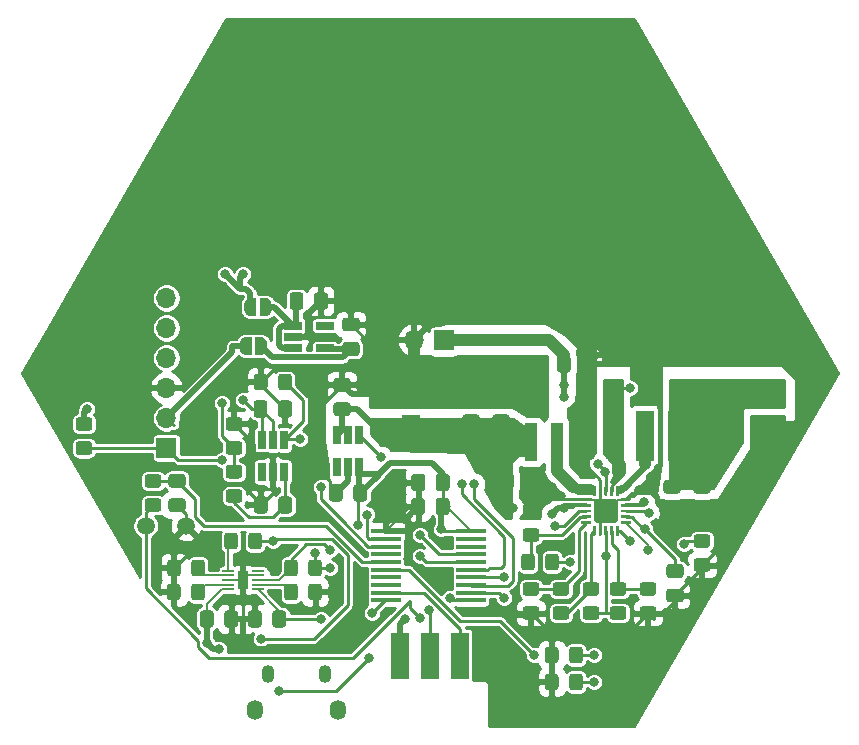
<source format=gbl>
G04 #@! TF.GenerationSoftware,KiCad,Pcbnew,(5.1.6)-1*
G04 #@! TF.CreationDate,2020-11-24T18:08:20+01:00*
G04 #@! TF.ProjectId,Power_module_v1,506f7765-725f-46d6-9f64-756c655f7631,rev?*
G04 #@! TF.SameCoordinates,Original*
G04 #@! TF.FileFunction,Copper,L2,Bot*
G04 #@! TF.FilePolarity,Positive*
%FSLAX46Y46*%
G04 Gerber Fmt 4.6, Leading zero omitted, Abs format (unit mm)*
G04 Created by KiCad (PCBNEW (5.1.6)-1) date 2020-11-24 18:08:20*
%MOMM*%
%LPD*%
G01*
G04 APERTURE LIST*
G04 #@! TA.AperFunction,ComponentPad*
%ADD10R,1.700000X1.700000*%
G04 #@! TD*
G04 #@! TA.AperFunction,ComponentPad*
%ADD11O,1.700000X1.700000*%
G04 #@! TD*
G04 #@! TA.AperFunction,SMDPad,CuDef*
%ADD12R,1.000000X0.200000*%
G04 #@! TD*
G04 #@! TA.AperFunction,SMDPad,CuDef*
%ADD13R,0.900000X1.500000*%
G04 #@! TD*
G04 #@! TA.AperFunction,ComponentPad*
%ADD14O,1.350000X1.700000*%
G04 #@! TD*
G04 #@! TA.AperFunction,ComponentPad*
%ADD15O,1.100000X1.500000*%
G04 #@! TD*
G04 #@! TA.AperFunction,SMDPad,CuDef*
%ADD16C,0.150000*%
G04 #@! TD*
G04 #@! TA.AperFunction,SMDPad,CuDef*
%ADD17R,1.600000X4.300000*%
G04 #@! TD*
G04 #@! TA.AperFunction,SMDPad,CuDef*
%ADD18R,1.000000X3.200000*%
G04 #@! TD*
G04 #@! TA.AperFunction,SMDPad,CuDef*
%ADD19R,0.650000X1.560000*%
G04 #@! TD*
G04 #@! TA.AperFunction,SMDPad,CuDef*
%ADD20R,1.560000X0.650000*%
G04 #@! TD*
G04 #@! TA.AperFunction,SMDPad,CuDef*
%ADD21R,2.500000X0.450000*%
G04 #@! TD*
G04 #@! TA.AperFunction,SMDPad,CuDef*
%ADD22R,1.524000X4.000000*%
G04 #@! TD*
G04 #@! TA.AperFunction,ComponentPad*
%ADD23R,1.600000X1.600000*%
G04 #@! TD*
G04 #@! TA.AperFunction,ComponentPad*
%ADD24C,1.600000*%
G04 #@! TD*
G04 #@! TA.AperFunction,ComponentPad*
%ADD25C,1.500000*%
G04 #@! TD*
G04 #@! TA.AperFunction,ViaPad*
%ADD26C,0.400000*%
G04 #@! TD*
G04 #@! TA.AperFunction,ViaPad*
%ADD27C,0.800000*%
G04 #@! TD*
G04 #@! TA.AperFunction,Conductor*
%ADD28C,0.254000*%
G04 #@! TD*
G04 #@! TA.AperFunction,Conductor*
%ADD29C,0.200000*%
G04 #@! TD*
G04 #@! TA.AperFunction,Conductor*
%ADD30C,0.250000*%
G04 #@! TD*
G04 #@! TA.AperFunction,Conductor*
%ADD31C,0.500000*%
G04 #@! TD*
G04 #@! TA.AperFunction,Conductor*
%ADD32C,1.000000*%
G04 #@! TD*
G04 #@! TA.AperFunction,Conductor*
%ADD33C,0.300000*%
G04 #@! TD*
G04 APERTURE END LIST*
G04 #@! TA.AperFunction,SMDPad,CuDef*
G36*
G01*
X107139000Y-92652001D02*
X107139000Y-91751999D01*
G75*
G02*
X107388999Y-91502000I249999J0D01*
G01*
X108039001Y-91502000D01*
G75*
G02*
X108289000Y-91751999I0J-249999D01*
G01*
X108289000Y-92652001D01*
G75*
G02*
X108039001Y-92902000I-249999J0D01*
G01*
X107388999Y-92902000D01*
G75*
G02*
X107139000Y-92652001I0J249999D01*
G01*
G37*
G04 #@! TD.AperFunction*
G04 #@! TA.AperFunction,SMDPad,CuDef*
G36*
G01*
X105089000Y-92652001D02*
X105089000Y-91751999D01*
G75*
G02*
X105338999Y-91502000I249999J0D01*
G01*
X105989001Y-91502000D01*
G75*
G02*
X106239000Y-91751999I0J-249999D01*
G01*
X106239000Y-92652001D01*
G75*
G02*
X105989001Y-92902000I-249999J0D01*
G01*
X105338999Y-92902000D01*
G75*
G02*
X105089000Y-92652001I0J249999D01*
G01*
G37*
G04 #@! TD.AperFunction*
G04 #@! TA.AperFunction,SMDPad,CuDef*
G36*
G01*
X112219000Y-94938001D02*
X112219000Y-94037999D01*
G75*
G02*
X112468999Y-93788000I249999J0D01*
G01*
X113119001Y-93788000D01*
G75*
G02*
X113369000Y-94037999I0J-249999D01*
G01*
X113369000Y-94938001D01*
G75*
G02*
X113119001Y-95188000I-249999J0D01*
G01*
X112468999Y-95188000D01*
G75*
G02*
X112219000Y-94938001I0J249999D01*
G01*
G37*
G04 #@! TD.AperFunction*
G04 #@! TA.AperFunction,SMDPad,CuDef*
G36*
G01*
X110169000Y-94938001D02*
X110169000Y-94037999D01*
G75*
G02*
X110418999Y-93788000I249999J0D01*
G01*
X111069001Y-93788000D01*
G75*
G02*
X111319000Y-94037999I0J-249999D01*
G01*
X111319000Y-94938001D01*
G75*
G02*
X111069001Y-95188000I-249999J0D01*
G01*
X110418999Y-95188000D01*
G75*
G02*
X110169000Y-94938001I0J249999D01*
G01*
G37*
G04 #@! TD.AperFunction*
D10*
X150876000Y-80010000D03*
D11*
X150876000Y-82550000D03*
G04 #@! TA.AperFunction,SMDPad,CuDef*
G36*
G01*
X136456000Y-81567000D02*
X136456000Y-82517000D01*
G75*
G02*
X136206000Y-82767000I-250000J0D01*
G01*
X135531000Y-82767000D01*
G75*
G02*
X135281000Y-82517000I0J250000D01*
G01*
X135281000Y-81567000D01*
G75*
G02*
X135531000Y-81317000I250000J0D01*
G01*
X136206000Y-81317000D01*
G75*
G02*
X136456000Y-81567000I0J-250000D01*
G01*
G37*
G04 #@! TD.AperFunction*
G04 #@! TA.AperFunction,SMDPad,CuDef*
G36*
G01*
X138531000Y-81567000D02*
X138531000Y-82517000D01*
G75*
G02*
X138281000Y-82767000I-250000J0D01*
G01*
X137606000Y-82767000D01*
G75*
G02*
X137356000Y-82517000I0J250000D01*
G01*
X137356000Y-81567000D01*
G75*
G02*
X137606000Y-81317000I250000J0D01*
G01*
X138281000Y-81317000D01*
G75*
G02*
X138531000Y-81567000I0J-250000D01*
G01*
G37*
G04 #@! TD.AperFunction*
G04 #@! TA.AperFunction,SMDPad,CuDef*
G36*
G01*
X142781000Y-96229500D02*
X143731000Y-96229500D01*
G75*
G02*
X143981000Y-96479500I0J-250000D01*
G01*
X143981000Y-97154500D01*
G75*
G02*
X143731000Y-97404500I-250000J0D01*
G01*
X142781000Y-97404500D01*
G75*
G02*
X142531000Y-97154500I0J250000D01*
G01*
X142531000Y-96479500D01*
G75*
G02*
X142781000Y-96229500I250000J0D01*
G01*
G37*
G04 #@! TD.AperFunction*
G04 #@! TA.AperFunction,SMDPad,CuDef*
G36*
G01*
X142781000Y-94154500D02*
X143731000Y-94154500D01*
G75*
G02*
X143981000Y-94404500I0J-250000D01*
G01*
X143981000Y-95079500D01*
G75*
G02*
X143731000Y-95329500I-250000J0D01*
G01*
X142781000Y-95329500D01*
G75*
G02*
X142531000Y-95079500I0J250000D01*
G01*
X142531000Y-94404500D01*
G75*
G02*
X142781000Y-94154500I250000J0D01*
G01*
G37*
G04 #@! TD.AperFunction*
G04 #@! TA.AperFunction,SMDPad,CuDef*
G36*
G01*
X126459000Y-80576000D02*
X125509000Y-80576000D01*
G75*
G02*
X125259000Y-80326000I0J250000D01*
G01*
X125259000Y-79651000D01*
G75*
G02*
X125509000Y-79401000I250000J0D01*
G01*
X126459000Y-79401000D01*
G75*
G02*
X126709000Y-79651000I0J-250000D01*
G01*
X126709000Y-80326000D01*
G75*
G02*
X126459000Y-80576000I-250000J0D01*
G01*
G37*
G04 #@! TD.AperFunction*
G04 #@! TA.AperFunction,SMDPad,CuDef*
G36*
G01*
X126459000Y-82651000D02*
X125509000Y-82651000D01*
G75*
G02*
X125259000Y-82401000I0J250000D01*
G01*
X125259000Y-81726000D01*
G75*
G02*
X125509000Y-81476000I250000J0D01*
G01*
X126459000Y-81476000D01*
G75*
G02*
X126709000Y-81726000I0J-250000D01*
G01*
X126709000Y-82401000D01*
G75*
G02*
X126459000Y-82651000I-250000J0D01*
G01*
G37*
G04 #@! TD.AperFunction*
G04 #@! TA.AperFunction,SMDPad,CuDef*
G36*
G01*
X142527000Y-89096000D02*
X143477000Y-89096000D01*
G75*
G02*
X143727000Y-89346000I0J-250000D01*
G01*
X143727000Y-90021000D01*
G75*
G02*
X143477000Y-90271000I-250000J0D01*
G01*
X142527000Y-90271000D01*
G75*
G02*
X142277000Y-90021000I0J250000D01*
G01*
X142277000Y-89346000D01*
G75*
G02*
X142527000Y-89096000I250000J0D01*
G01*
G37*
G04 #@! TD.AperFunction*
G04 #@! TA.AperFunction,SMDPad,CuDef*
G36*
G01*
X142527000Y-87021000D02*
X143477000Y-87021000D01*
G75*
G02*
X143727000Y-87271000I0J-250000D01*
G01*
X143727000Y-87946000D01*
G75*
G02*
X143477000Y-88196000I-250000J0D01*
G01*
X142527000Y-88196000D01*
G75*
G02*
X142277000Y-87946000I0J250000D01*
G01*
X142277000Y-87271000D01*
G75*
G02*
X142527000Y-87021000I250000J0D01*
G01*
G37*
G04 #@! TD.AperFunction*
G04 #@! TA.AperFunction,SMDPad,CuDef*
G36*
G01*
X136456000Y-84107000D02*
X136456000Y-85057000D01*
G75*
G02*
X136206000Y-85307000I-250000J0D01*
G01*
X135531000Y-85307000D01*
G75*
G02*
X135281000Y-85057000I0J250000D01*
G01*
X135281000Y-84107000D01*
G75*
G02*
X135531000Y-83857000I250000J0D01*
G01*
X136206000Y-83857000D01*
G75*
G02*
X136456000Y-84107000I0J-250000D01*
G01*
G37*
G04 #@! TD.AperFunction*
G04 #@! TA.AperFunction,SMDPad,CuDef*
G36*
G01*
X138531000Y-84107000D02*
X138531000Y-85057000D01*
G75*
G02*
X138281000Y-85307000I-250000J0D01*
G01*
X137606000Y-85307000D01*
G75*
G02*
X137356000Y-85057000I0J250000D01*
G01*
X137356000Y-84107000D01*
G75*
G02*
X137606000Y-83857000I250000J0D01*
G01*
X138281000Y-83857000D01*
G75*
G02*
X138531000Y-84107000I0J-250000D01*
G01*
G37*
G04 #@! TD.AperFunction*
G04 #@! TA.AperFunction,SMDPad,CuDef*
G36*
G01*
X122996000Y-89756000D02*
X122996000Y-88806000D01*
G75*
G02*
X123246000Y-88556000I250000J0D01*
G01*
X123921000Y-88556000D01*
G75*
G02*
X124171000Y-88806000I0J-250000D01*
G01*
X124171000Y-89756000D01*
G75*
G02*
X123921000Y-90006000I-250000J0D01*
G01*
X123246000Y-90006000D01*
G75*
G02*
X122996000Y-89756000I0J250000D01*
G01*
G37*
G04 #@! TD.AperFunction*
G04 #@! TA.AperFunction,SMDPad,CuDef*
G36*
G01*
X120921000Y-89756000D02*
X120921000Y-88806000D01*
G75*
G02*
X121171000Y-88556000I250000J0D01*
G01*
X121846000Y-88556000D01*
G75*
G02*
X122096000Y-88806000I0J-250000D01*
G01*
X122096000Y-89756000D01*
G75*
G02*
X121846000Y-90006000I-250000J0D01*
G01*
X121171000Y-90006000D01*
G75*
G02*
X120921000Y-89756000I0J250000D01*
G01*
G37*
G04 #@! TD.AperFunction*
G04 #@! TA.AperFunction,SMDPad,CuDef*
G36*
G01*
X123005000Y-87724000D02*
X123005000Y-86774000D01*
G75*
G02*
X123255000Y-86524000I250000J0D01*
G01*
X123930000Y-86524000D01*
G75*
G02*
X124180000Y-86774000I0J-250000D01*
G01*
X124180000Y-87724000D01*
G75*
G02*
X123930000Y-87974000I-250000J0D01*
G01*
X123255000Y-87974000D01*
G75*
G02*
X123005000Y-87724000I0J250000D01*
G01*
G37*
G04 #@! TD.AperFunction*
G04 #@! TA.AperFunction,SMDPad,CuDef*
G36*
G01*
X120930000Y-87724000D02*
X120930000Y-86774000D01*
G75*
G02*
X121180000Y-86524000I250000J0D01*
G01*
X121855000Y-86524000D01*
G75*
G02*
X122105000Y-86774000I0J-250000D01*
G01*
X122105000Y-87724000D01*
G75*
G02*
X121855000Y-87974000I-250000J0D01*
G01*
X121180000Y-87974000D01*
G75*
G02*
X120930000Y-87724000I0J250000D01*
G01*
G37*
G04 #@! TD.AperFunction*
G04 #@! TA.AperFunction,SMDPad,CuDef*
G36*
G01*
X109648500Y-81501000D02*
X109648500Y-80551000D01*
G75*
G02*
X109898500Y-80301000I250000J0D01*
G01*
X110573500Y-80301000D01*
G75*
G02*
X110823500Y-80551000I0J-250000D01*
G01*
X110823500Y-81501000D01*
G75*
G02*
X110573500Y-81751000I-250000J0D01*
G01*
X109898500Y-81751000D01*
G75*
G02*
X109648500Y-81501000I0J250000D01*
G01*
G37*
G04 #@! TD.AperFunction*
G04 #@! TA.AperFunction,SMDPad,CuDef*
G36*
G01*
X107573500Y-81501000D02*
X107573500Y-80551000D01*
G75*
G02*
X107823500Y-80301000I250000J0D01*
G01*
X108498500Y-80301000D01*
G75*
G02*
X108748500Y-80551000I0J-250000D01*
G01*
X108748500Y-81501000D01*
G75*
G02*
X108498500Y-81751000I-250000J0D01*
G01*
X107823500Y-81751000D01*
G75*
G02*
X107573500Y-81501000I0J250000D01*
G01*
G37*
G04 #@! TD.AperFunction*
G04 #@! TA.AperFunction,SMDPad,CuDef*
G36*
G01*
X115537000Y-79560000D02*
X114587000Y-79560000D01*
G75*
G02*
X114337000Y-79310000I0J250000D01*
G01*
X114337000Y-78635000D01*
G75*
G02*
X114587000Y-78385000I250000J0D01*
G01*
X115537000Y-78385000D01*
G75*
G02*
X115787000Y-78635000I0J-250000D01*
G01*
X115787000Y-79310000D01*
G75*
G02*
X115537000Y-79560000I-250000J0D01*
G01*
G37*
G04 #@! TD.AperFunction*
G04 #@! TA.AperFunction,SMDPad,CuDef*
G36*
G01*
X115537000Y-81635000D02*
X114587000Y-81635000D01*
G75*
G02*
X114337000Y-81385000I0J250000D01*
G01*
X114337000Y-80710000D01*
G75*
G02*
X114587000Y-80460000I250000J0D01*
G01*
X115537000Y-80460000D01*
G75*
G02*
X115787000Y-80710000I0J-250000D01*
G01*
X115787000Y-81385000D01*
G75*
G02*
X115537000Y-81635000I-250000J0D01*
G01*
G37*
G04 #@! TD.AperFunction*
G04 #@! TA.AperFunction,SMDPad,CuDef*
G36*
G01*
X108770000Y-88679000D02*
X108770000Y-89629000D01*
G75*
G02*
X108520000Y-89879000I-250000J0D01*
G01*
X107845000Y-89879000D01*
G75*
G02*
X107595000Y-89629000I0J250000D01*
G01*
X107595000Y-88679000D01*
G75*
G02*
X107845000Y-88429000I250000J0D01*
G01*
X108520000Y-88429000D01*
G75*
G02*
X108770000Y-88679000I0J-250000D01*
G01*
G37*
G04 #@! TD.AperFunction*
G04 #@! TA.AperFunction,SMDPad,CuDef*
G36*
G01*
X110845000Y-88679000D02*
X110845000Y-89629000D01*
G75*
G02*
X110595000Y-89879000I-250000J0D01*
G01*
X109920000Y-89879000D01*
G75*
G02*
X109670000Y-89629000I0J250000D01*
G01*
X109670000Y-88679000D01*
G75*
G02*
X109920000Y-88429000I250000J0D01*
G01*
X110595000Y-88429000D01*
G75*
G02*
X110845000Y-88679000I0J-250000D01*
G01*
G37*
G04 #@! TD.AperFunction*
G04 #@! TA.AperFunction,SMDPad,CuDef*
G36*
G01*
X100617000Y-88588000D02*
X101567000Y-88588000D01*
G75*
G02*
X101817000Y-88838000I0J-250000D01*
G01*
X101817000Y-89513000D01*
G75*
G02*
X101567000Y-89763000I-250000J0D01*
G01*
X100617000Y-89763000D01*
G75*
G02*
X100367000Y-89513000I0J250000D01*
G01*
X100367000Y-88838000D01*
G75*
G02*
X100617000Y-88588000I250000J0D01*
G01*
G37*
G04 #@! TD.AperFunction*
G04 #@! TA.AperFunction,SMDPad,CuDef*
G36*
G01*
X100617000Y-86513000D02*
X101567000Y-86513000D01*
G75*
G02*
X101817000Y-86763000I0J-250000D01*
G01*
X101817000Y-87438000D01*
G75*
G02*
X101567000Y-87688000I-250000J0D01*
G01*
X100617000Y-87688000D01*
G75*
G02*
X100367000Y-87438000I0J250000D01*
G01*
X100367000Y-86763000D01*
G75*
G02*
X100617000Y-86513000I250000J0D01*
G01*
G37*
G04 #@! TD.AperFunction*
G04 #@! TA.AperFunction,SMDPad,CuDef*
G36*
G01*
X115120000Y-87663000D02*
X115120000Y-88613000D01*
G75*
G02*
X114870000Y-88863000I-250000J0D01*
G01*
X114195000Y-88863000D01*
G75*
G02*
X113945000Y-88613000I0J250000D01*
G01*
X113945000Y-87663000D01*
G75*
G02*
X114195000Y-87413000I250000J0D01*
G01*
X114870000Y-87413000D01*
G75*
G02*
X115120000Y-87663000I0J-250000D01*
G01*
G37*
G04 #@! TD.AperFunction*
G04 #@! TA.AperFunction,SMDPad,CuDef*
G36*
G01*
X117195000Y-87663000D02*
X117195000Y-88613000D01*
G75*
G02*
X116945000Y-88863000I-250000J0D01*
G01*
X116270000Y-88863000D01*
G75*
G02*
X116020000Y-88613000I0J250000D01*
G01*
X116020000Y-87663000D01*
G75*
G02*
X116270000Y-87413000I250000J0D01*
G01*
X116945000Y-87413000D01*
G75*
G02*
X117195000Y-87663000I0J-250000D01*
G01*
G37*
G04 #@! TD.AperFunction*
G04 #@! TA.AperFunction,SMDPad,CuDef*
G36*
G01*
X108262000Y-98331000D02*
X108262000Y-99281000D01*
G75*
G02*
X108012000Y-99531000I-250000J0D01*
G01*
X107337000Y-99531000D01*
G75*
G02*
X107087000Y-99281000I0J250000D01*
G01*
X107087000Y-98331000D01*
G75*
G02*
X107337000Y-98081000I250000J0D01*
G01*
X108012000Y-98081000D01*
G75*
G02*
X108262000Y-98331000I0J-250000D01*
G01*
G37*
G04 #@! TD.AperFunction*
G04 #@! TA.AperFunction,SMDPad,CuDef*
G36*
G01*
X110337000Y-98331000D02*
X110337000Y-99281000D01*
G75*
G02*
X110087000Y-99531000I-250000J0D01*
G01*
X109412000Y-99531000D01*
G75*
G02*
X109162000Y-99281000I0J250000D01*
G01*
X109162000Y-98331000D01*
G75*
G02*
X109412000Y-98081000I250000J0D01*
G01*
X110087000Y-98081000D01*
G75*
G02*
X110337000Y-98331000I0J-250000D01*
G01*
G37*
G04 #@! TD.AperFunction*
G04 #@! TA.AperFunction,SMDPad,CuDef*
G36*
G01*
X116299000Y-74458500D02*
X115349000Y-74458500D01*
G75*
G02*
X115099000Y-74208500I0J250000D01*
G01*
X115099000Y-73533500D01*
G75*
G02*
X115349000Y-73283500I250000J0D01*
G01*
X116299000Y-73283500D01*
G75*
G02*
X116549000Y-73533500I0J-250000D01*
G01*
X116549000Y-74208500D01*
G75*
G02*
X116299000Y-74458500I-250000J0D01*
G01*
G37*
G04 #@! TD.AperFunction*
G04 #@! TA.AperFunction,SMDPad,CuDef*
G36*
G01*
X116299000Y-76533500D02*
X115349000Y-76533500D01*
G75*
G02*
X115099000Y-76283500I0J250000D01*
G01*
X115099000Y-75608500D01*
G75*
G02*
X115349000Y-75358500I250000J0D01*
G01*
X116299000Y-75358500D01*
G75*
G02*
X116549000Y-75608500I0J-250000D01*
G01*
X116549000Y-76283500D01*
G75*
G02*
X116299000Y-76533500I-250000J0D01*
G01*
G37*
G04 #@! TD.AperFunction*
G04 #@! TA.AperFunction,SMDPad,CuDef*
G36*
G01*
X112696500Y-72357000D02*
X112696500Y-71407000D01*
G75*
G02*
X112946500Y-71157000I250000J0D01*
G01*
X113621500Y-71157000D01*
G75*
G02*
X113871500Y-71407000I0J-250000D01*
G01*
X113871500Y-72357000D01*
G75*
G02*
X113621500Y-72607000I-250000J0D01*
G01*
X112946500Y-72607000D01*
G75*
G02*
X112696500Y-72357000I0J250000D01*
G01*
G37*
G04 #@! TD.AperFunction*
G04 #@! TA.AperFunction,SMDPad,CuDef*
G36*
G01*
X110621500Y-72357000D02*
X110621500Y-71407000D01*
G75*
G02*
X110871500Y-71157000I250000J0D01*
G01*
X111546500Y-71157000D01*
G75*
G02*
X111796500Y-71407000I0J-250000D01*
G01*
X111796500Y-72357000D01*
G75*
G02*
X111546500Y-72607000I-250000J0D01*
G01*
X110871500Y-72607000D01*
G75*
G02*
X110621500Y-72357000I0J250000D01*
G01*
G37*
G04 #@! TD.AperFunction*
G04 #@! TA.AperFunction,SMDPad,CuDef*
G36*
G01*
X105098000Y-99281000D02*
X105098000Y-98331000D01*
G75*
G02*
X105348000Y-98081000I250000J0D01*
G01*
X106023000Y-98081000D01*
G75*
G02*
X106273000Y-98331000I0J-250000D01*
G01*
X106273000Y-99281000D01*
G75*
G02*
X106023000Y-99531000I-250000J0D01*
G01*
X105348000Y-99531000D01*
G75*
G02*
X105098000Y-99281000I0J250000D01*
G01*
G37*
G04 #@! TD.AperFunction*
G04 #@! TA.AperFunction,SMDPad,CuDef*
G36*
G01*
X103023000Y-99281000D02*
X103023000Y-98331000D01*
G75*
G02*
X103273000Y-98081000I250000J0D01*
G01*
X103948000Y-98081000D01*
G75*
G02*
X104198000Y-98331000I0J-250000D01*
G01*
X104198000Y-99281000D01*
G75*
G02*
X103948000Y-99531000I-250000J0D01*
G01*
X103273000Y-99531000D01*
G75*
G02*
X103023000Y-99281000I0J250000D01*
G01*
G37*
G04 #@! TD.AperFunction*
G04 #@! TA.AperFunction,SMDPad,CuDef*
G36*
G01*
X128423000Y-87597000D02*
X128423000Y-86647000D01*
G75*
G02*
X128673000Y-86397000I250000J0D01*
G01*
X129348000Y-86397000D01*
G75*
G02*
X129598000Y-86647000I0J-250000D01*
G01*
X129598000Y-87597000D01*
G75*
G02*
X129348000Y-87847000I-250000J0D01*
G01*
X128673000Y-87847000D01*
G75*
G02*
X128423000Y-87597000I0J250000D01*
G01*
G37*
G04 #@! TD.AperFunction*
G04 #@! TA.AperFunction,SMDPad,CuDef*
G36*
G01*
X130498000Y-87597000D02*
X130498000Y-86647000D01*
G75*
G02*
X130748000Y-86397000I250000J0D01*
G01*
X131423000Y-86397000D01*
G75*
G02*
X131673000Y-86647000I0J-250000D01*
G01*
X131673000Y-87597000D01*
G75*
G02*
X131423000Y-87847000I-250000J0D01*
G01*
X130748000Y-87847000D01*
G75*
G02*
X130498000Y-87597000I0J250000D01*
G01*
G37*
G04 #@! TD.AperFunction*
G04 #@! TA.AperFunction,SMDPad,CuDef*
G36*
G01*
X145067000Y-87021000D02*
X146017000Y-87021000D01*
G75*
G02*
X146267000Y-87271000I0J-250000D01*
G01*
X146267000Y-87946000D01*
G75*
G02*
X146017000Y-88196000I-250000J0D01*
G01*
X145067000Y-88196000D01*
G75*
G02*
X144817000Y-87946000I0J250000D01*
G01*
X144817000Y-87271000D01*
G75*
G02*
X145067000Y-87021000I250000J0D01*
G01*
G37*
G04 #@! TD.AperFunction*
G04 #@! TA.AperFunction,SMDPad,CuDef*
G36*
G01*
X145067000Y-89096000D02*
X146017000Y-89096000D01*
G75*
G02*
X146267000Y-89346000I0J-250000D01*
G01*
X146267000Y-90021000D01*
G75*
G02*
X146017000Y-90271000I-250000J0D01*
G01*
X145067000Y-90271000D01*
G75*
G02*
X144817000Y-90021000I0J250000D01*
G01*
X144817000Y-89346000D01*
G75*
G02*
X145067000Y-89096000I250000J0D01*
G01*
G37*
G04 #@! TD.AperFunction*
G04 #@! TA.AperFunction,SMDPad,CuDef*
G36*
G01*
X136456000Y-79027000D02*
X136456000Y-79977000D01*
G75*
G02*
X136206000Y-80227000I-250000J0D01*
G01*
X135531000Y-80227000D01*
G75*
G02*
X135281000Y-79977000I0J250000D01*
G01*
X135281000Y-79027000D01*
G75*
G02*
X135531000Y-78777000I250000J0D01*
G01*
X136206000Y-78777000D01*
G75*
G02*
X136456000Y-79027000I0J-250000D01*
G01*
G37*
G04 #@! TD.AperFunction*
G04 #@! TA.AperFunction,SMDPad,CuDef*
G36*
G01*
X138531000Y-79027000D02*
X138531000Y-79977000D01*
G75*
G02*
X138281000Y-80227000I-250000J0D01*
G01*
X137606000Y-80227000D01*
G75*
G02*
X137356000Y-79977000I0J250000D01*
G01*
X137356000Y-79027000D01*
G75*
G02*
X137606000Y-78777000I250000J0D01*
G01*
X138281000Y-78777000D01*
G75*
G02*
X138531000Y-79027000I0J-250000D01*
G01*
G37*
G04 #@! TD.AperFunction*
G04 #@! TA.AperFunction,SMDPad,CuDef*
G36*
G01*
X135324000Y-77691000D02*
X135324000Y-76741000D01*
G75*
G02*
X135574000Y-76491000I250000J0D01*
G01*
X136249000Y-76491000D01*
G75*
G02*
X136499000Y-76741000I0J-250000D01*
G01*
X136499000Y-77691000D01*
G75*
G02*
X136249000Y-77941000I-250000J0D01*
G01*
X135574000Y-77941000D01*
G75*
G02*
X135324000Y-77691000I0J250000D01*
G01*
G37*
G04 #@! TD.AperFunction*
G04 #@! TA.AperFunction,SMDPad,CuDef*
G36*
G01*
X133249000Y-77691000D02*
X133249000Y-76741000D01*
G75*
G02*
X133499000Y-76491000I250000J0D01*
G01*
X134174000Y-76491000D01*
G75*
G02*
X134424000Y-76741000I0J-250000D01*
G01*
X134424000Y-77691000D01*
G75*
G02*
X134174000Y-77941000I-250000J0D01*
G01*
X133499000Y-77941000D01*
G75*
G02*
X133249000Y-77691000I0J250000D01*
G01*
G37*
G04 #@! TD.AperFunction*
G04 #@! TA.AperFunction,SMDPad,CuDef*
G36*
G01*
X128999000Y-80576000D02*
X128049000Y-80576000D01*
G75*
G02*
X127799000Y-80326000I0J250000D01*
G01*
X127799000Y-79651000D01*
G75*
G02*
X128049000Y-79401000I250000J0D01*
G01*
X128999000Y-79401000D01*
G75*
G02*
X129249000Y-79651000I0J-250000D01*
G01*
X129249000Y-80326000D01*
G75*
G02*
X128999000Y-80576000I-250000J0D01*
G01*
G37*
G04 #@! TD.AperFunction*
G04 #@! TA.AperFunction,SMDPad,CuDef*
G36*
G01*
X128999000Y-82651000D02*
X128049000Y-82651000D01*
G75*
G02*
X127799000Y-82401000I0J250000D01*
G01*
X127799000Y-81726000D01*
G75*
G02*
X128049000Y-81476000I250000J0D01*
G01*
X128999000Y-81476000D01*
G75*
G02*
X129249000Y-81726000I0J-250000D01*
G01*
X129249000Y-82401000D01*
G75*
G02*
X128999000Y-82651000I-250000J0D01*
G01*
G37*
G04 #@! TD.AperFunction*
D12*
X105430000Y-96304000D03*
X105430000Y-95904000D03*
X105430000Y-95504000D03*
X105430000Y-95104000D03*
X105430000Y-94704000D03*
X107930000Y-94704000D03*
X107930000Y-95104000D03*
X107930000Y-95504000D03*
X107930000Y-95904000D03*
X107930000Y-96304000D03*
D13*
X106680000Y-95504000D03*
D14*
X114688900Y-106476740D03*
D15*
X108768900Y-103476740D03*
X113608900Y-103476740D03*
D14*
X107688900Y-106476740D03*
D11*
X121158000Y-75184000D03*
D10*
X123698000Y-75184000D03*
D11*
X100203000Y-71628000D03*
X100203000Y-74168000D03*
X100203000Y-76708000D03*
X100203000Y-79248000D03*
X100203000Y-81788000D03*
D10*
X100203000Y-84328000D03*
G04 #@! TA.AperFunction,SMDPad,CuDef*
D16*
G36*
X107800000Y-73140000D02*
G01*
X107300000Y-73140000D01*
X107300000Y-73139398D01*
X107275466Y-73139398D01*
X107226635Y-73134588D01*
X107178510Y-73125016D01*
X107131555Y-73110772D01*
X107086222Y-73091995D01*
X107042949Y-73068864D01*
X107002150Y-73041604D01*
X106964221Y-73010476D01*
X106929524Y-72975779D01*
X106898396Y-72937850D01*
X106871136Y-72897051D01*
X106848005Y-72853778D01*
X106829228Y-72808445D01*
X106814984Y-72761490D01*
X106805412Y-72713365D01*
X106800602Y-72664534D01*
X106800602Y-72640000D01*
X106800000Y-72640000D01*
X106800000Y-72140000D01*
X106800602Y-72140000D01*
X106800602Y-72115466D01*
X106805412Y-72066635D01*
X106814984Y-72018510D01*
X106829228Y-71971555D01*
X106848005Y-71926222D01*
X106871136Y-71882949D01*
X106898396Y-71842150D01*
X106929524Y-71804221D01*
X106964221Y-71769524D01*
X107002150Y-71738396D01*
X107042949Y-71711136D01*
X107086222Y-71688005D01*
X107131555Y-71669228D01*
X107178510Y-71654984D01*
X107226635Y-71645412D01*
X107275466Y-71640602D01*
X107300000Y-71640602D01*
X107300000Y-71640000D01*
X107800000Y-71640000D01*
X107800000Y-73140000D01*
G37*
G04 #@! TD.AperFunction*
G04 #@! TA.AperFunction,SMDPad,CuDef*
G36*
X108600000Y-71640602D02*
G01*
X108624534Y-71640602D01*
X108673365Y-71645412D01*
X108721490Y-71654984D01*
X108768445Y-71669228D01*
X108813778Y-71688005D01*
X108857051Y-71711136D01*
X108897850Y-71738396D01*
X108935779Y-71769524D01*
X108970476Y-71804221D01*
X109001604Y-71842150D01*
X109028864Y-71882949D01*
X109051995Y-71926222D01*
X109070772Y-71971555D01*
X109085016Y-72018510D01*
X109094588Y-72066635D01*
X109099398Y-72115466D01*
X109099398Y-72140000D01*
X109100000Y-72140000D01*
X109100000Y-72640000D01*
X109099398Y-72640000D01*
X109099398Y-72664534D01*
X109094588Y-72713365D01*
X109085016Y-72761490D01*
X109070772Y-72808445D01*
X109051995Y-72853778D01*
X109028864Y-72897051D01*
X109001604Y-72937850D01*
X108970476Y-72975779D01*
X108935779Y-73010476D01*
X108897850Y-73041604D01*
X108857051Y-73068864D01*
X108813778Y-73091995D01*
X108768445Y-73110772D01*
X108721490Y-73125016D01*
X108673365Y-73134588D01*
X108624534Y-73139398D01*
X108600000Y-73139398D01*
X108600000Y-73140000D01*
X108100000Y-73140000D01*
X108100000Y-71640000D01*
X108600000Y-71640000D01*
X108600000Y-71640602D01*
G37*
G04 #@! TD.AperFunction*
G04 #@! TA.AperFunction,SMDPad,CuDef*
G36*
X108204000Y-74942602D02*
G01*
X108228534Y-74942602D01*
X108277365Y-74947412D01*
X108325490Y-74956984D01*
X108372445Y-74971228D01*
X108417778Y-74990005D01*
X108461051Y-75013136D01*
X108501850Y-75040396D01*
X108539779Y-75071524D01*
X108574476Y-75106221D01*
X108605604Y-75144150D01*
X108632864Y-75184949D01*
X108655995Y-75228222D01*
X108674772Y-75273555D01*
X108689016Y-75320510D01*
X108698588Y-75368635D01*
X108703398Y-75417466D01*
X108703398Y-75442000D01*
X108704000Y-75442000D01*
X108704000Y-75942000D01*
X108703398Y-75942000D01*
X108703398Y-75966534D01*
X108698588Y-76015365D01*
X108689016Y-76063490D01*
X108674772Y-76110445D01*
X108655995Y-76155778D01*
X108632864Y-76199051D01*
X108605604Y-76239850D01*
X108574476Y-76277779D01*
X108539779Y-76312476D01*
X108501850Y-76343604D01*
X108461051Y-76370864D01*
X108417778Y-76393995D01*
X108372445Y-76412772D01*
X108325490Y-76427016D01*
X108277365Y-76436588D01*
X108228534Y-76441398D01*
X108204000Y-76441398D01*
X108204000Y-76442000D01*
X107704000Y-76442000D01*
X107704000Y-74942000D01*
X108204000Y-74942000D01*
X108204000Y-74942602D01*
G37*
G04 #@! TD.AperFunction*
G04 #@! TA.AperFunction,SMDPad,CuDef*
G36*
X107404000Y-76442000D02*
G01*
X106904000Y-76442000D01*
X106904000Y-76441398D01*
X106879466Y-76441398D01*
X106830635Y-76436588D01*
X106782510Y-76427016D01*
X106735555Y-76412772D01*
X106690222Y-76393995D01*
X106646949Y-76370864D01*
X106606150Y-76343604D01*
X106568221Y-76312476D01*
X106533524Y-76277779D01*
X106502396Y-76239850D01*
X106475136Y-76199051D01*
X106452005Y-76155778D01*
X106433228Y-76110445D01*
X106418984Y-76063490D01*
X106409412Y-76015365D01*
X106404602Y-75966534D01*
X106404602Y-75942000D01*
X106404000Y-75942000D01*
X106404000Y-75442000D01*
X106404602Y-75442000D01*
X106404602Y-75417466D01*
X106409412Y-75368635D01*
X106418984Y-75320510D01*
X106433228Y-75273555D01*
X106452005Y-75228222D01*
X106475136Y-75184949D01*
X106502396Y-75144150D01*
X106533524Y-75106221D01*
X106568221Y-75071524D01*
X106606150Y-75040396D01*
X106646949Y-75013136D01*
X106690222Y-74990005D01*
X106735555Y-74971228D01*
X106782510Y-74956984D01*
X106830635Y-74947412D01*
X106879466Y-74942602D01*
X106904000Y-74942602D01*
X106904000Y-74942000D01*
X107404000Y-74942000D01*
X107404000Y-76442000D01*
G37*
G04 #@! TD.AperFunction*
D17*
X140716000Y-83312000D03*
X143416000Y-83312000D03*
D18*
X131064000Y-83820000D03*
X133264000Y-83820000D03*
G04 #@! TA.AperFunction,SMDPad,CuDef*
G36*
G01*
X145091999Y-91618000D02*
X145992001Y-91618000D01*
G75*
G02*
X146242000Y-91867999I0J-249999D01*
G01*
X146242000Y-92518001D01*
G75*
G02*
X145992001Y-92768000I-249999J0D01*
G01*
X145091999Y-92768000D01*
G75*
G02*
X144842000Y-92518001I0J249999D01*
G01*
X144842000Y-91867999D01*
G75*
G02*
X145091999Y-91618000I249999J0D01*
G01*
G37*
G04 #@! TD.AperFunction*
G04 #@! TA.AperFunction,SMDPad,CuDef*
G36*
G01*
X145091999Y-93668000D02*
X145992001Y-93668000D01*
G75*
G02*
X146242000Y-93917999I0J-249999D01*
G01*
X146242000Y-94568001D01*
G75*
G02*
X145992001Y-94818000I-249999J0D01*
G01*
X145091999Y-94818000D01*
G75*
G02*
X144842000Y-94568001I0J249999D01*
G01*
X144842000Y-93917999D01*
G75*
G02*
X145091999Y-93668000I249999J0D01*
G01*
G37*
G04 #@! TD.AperFunction*
G04 #@! TA.AperFunction,SMDPad,CuDef*
G36*
G01*
X101395000Y-96069999D02*
X101395000Y-96970001D01*
G75*
G02*
X101145001Y-97220000I-249999J0D01*
G01*
X100494999Y-97220000D01*
G75*
G02*
X100245000Y-96970001I0J249999D01*
G01*
X100245000Y-96069999D01*
G75*
G02*
X100494999Y-95820000I249999J0D01*
G01*
X101145001Y-95820000D01*
G75*
G02*
X101395000Y-96069999I0J-249999D01*
G01*
G37*
G04 #@! TD.AperFunction*
G04 #@! TA.AperFunction,SMDPad,CuDef*
G36*
G01*
X103445000Y-96069999D02*
X103445000Y-96970001D01*
G75*
G02*
X103195001Y-97220000I-249999J0D01*
G01*
X102544999Y-97220000D01*
G75*
G02*
X102295000Y-96970001I0J249999D01*
G01*
X102295000Y-96069999D01*
G75*
G02*
X102544999Y-95820000I249999J0D01*
G01*
X103195001Y-95820000D01*
G75*
G02*
X103445000Y-96069999I0J-249999D01*
G01*
G37*
G04 #@! TD.AperFunction*
G04 #@! TA.AperFunction,SMDPad,CuDef*
G36*
G01*
X103454000Y-94037999D02*
X103454000Y-94938001D01*
G75*
G02*
X103204001Y-95188000I-249999J0D01*
G01*
X102553999Y-95188000D01*
G75*
G02*
X102304000Y-94938001I0J249999D01*
G01*
X102304000Y-94037999D01*
G75*
G02*
X102553999Y-93788000I249999J0D01*
G01*
X103204001Y-93788000D01*
G75*
G02*
X103454000Y-94037999I0J-249999D01*
G01*
G37*
G04 #@! TD.AperFunction*
G04 #@! TA.AperFunction,SMDPad,CuDef*
G36*
G01*
X101404000Y-94037999D02*
X101404000Y-94938001D01*
G75*
G02*
X101154001Y-95188000I-249999J0D01*
G01*
X100503999Y-95188000D01*
G75*
G02*
X100254000Y-94938001I0J249999D01*
G01*
X100254000Y-94037999D01*
G75*
G02*
X100503999Y-93788000I249999J0D01*
G01*
X101154001Y-93788000D01*
G75*
G02*
X101404000Y-94037999I0J-249999D01*
G01*
G37*
G04 #@! TD.AperFunction*
G04 #@! TA.AperFunction,SMDPad,CuDef*
G36*
G01*
X110169000Y-96970001D02*
X110169000Y-96069999D01*
G75*
G02*
X110418999Y-95820000I249999J0D01*
G01*
X111069001Y-95820000D01*
G75*
G02*
X111319000Y-96069999I0J-249999D01*
G01*
X111319000Y-96970001D01*
G75*
G02*
X111069001Y-97220000I-249999J0D01*
G01*
X110418999Y-97220000D01*
G75*
G02*
X110169000Y-96970001I0J249999D01*
G01*
G37*
G04 #@! TD.AperFunction*
G04 #@! TA.AperFunction,SMDPad,CuDef*
G36*
G01*
X112219000Y-96970001D02*
X112219000Y-96069999D01*
G75*
G02*
X112468999Y-95820000I249999J0D01*
G01*
X113119001Y-95820000D01*
G75*
G02*
X113369000Y-96069999I0J-249999D01*
G01*
X113369000Y-96970001D01*
G75*
G02*
X113119001Y-97220000I-249999J0D01*
G01*
X112468999Y-97220000D01*
G75*
G02*
X112219000Y-96970001I0J249999D01*
G01*
G37*
G04 #@! TD.AperFunction*
G04 #@! TA.AperFunction,SMDPad,CuDef*
G36*
G01*
X98609999Y-86538000D02*
X99510001Y-86538000D01*
G75*
G02*
X99760000Y-86787999I0J-249999D01*
G01*
X99760000Y-87438001D01*
G75*
G02*
X99510001Y-87688000I-249999J0D01*
G01*
X98609999Y-87688000D01*
G75*
G02*
X98360000Y-87438001I0J249999D01*
G01*
X98360000Y-86787999D01*
G75*
G02*
X98609999Y-86538000I249999J0D01*
G01*
G37*
G04 #@! TD.AperFunction*
G04 #@! TA.AperFunction,SMDPad,CuDef*
G36*
G01*
X98609999Y-88588000D02*
X99510001Y-88588000D01*
G75*
G02*
X99760000Y-88837999I0J-249999D01*
G01*
X99760000Y-89488001D01*
G75*
G02*
X99510001Y-89738000I-249999J0D01*
G01*
X98609999Y-89738000D01*
G75*
G02*
X98360000Y-89488001I0J249999D01*
G01*
X98360000Y-88837999D01*
G75*
G02*
X98609999Y-88588000I249999J0D01*
G01*
G37*
G04 #@! TD.AperFunction*
G04 #@! TA.AperFunction,SMDPad,CuDef*
G36*
G01*
X106368001Y-86917000D02*
X105467999Y-86917000D01*
G75*
G02*
X105218000Y-86667001I0J249999D01*
G01*
X105218000Y-86016999D01*
G75*
G02*
X105467999Y-85767000I249999J0D01*
G01*
X106368001Y-85767000D01*
G75*
G02*
X106618000Y-86016999I0J-249999D01*
G01*
X106618000Y-86667001D01*
G75*
G02*
X106368001Y-86917000I-249999J0D01*
G01*
G37*
G04 #@! TD.AperFunction*
G04 #@! TA.AperFunction,SMDPad,CuDef*
G36*
G01*
X106368001Y-88967000D02*
X105467999Y-88967000D01*
G75*
G02*
X105218000Y-88717001I0J249999D01*
G01*
X105218000Y-88066999D01*
G75*
G02*
X105467999Y-87817000I249999J0D01*
G01*
X106368001Y-87817000D01*
G75*
G02*
X106618000Y-88066999I0J-249999D01*
G01*
X106618000Y-88717001D01*
G75*
G02*
X106368001Y-88967000I-249999J0D01*
G01*
G37*
G04 #@! TD.AperFunction*
G04 #@! TA.AperFunction,SMDPad,CuDef*
G36*
G01*
X106368001Y-84912000D02*
X105467999Y-84912000D01*
G75*
G02*
X105218000Y-84662001I0J249999D01*
G01*
X105218000Y-84011999D01*
G75*
G02*
X105467999Y-83762000I249999J0D01*
G01*
X106368001Y-83762000D01*
G75*
G02*
X106618000Y-84011999I0J-249999D01*
G01*
X106618000Y-84662001D01*
G75*
G02*
X106368001Y-84912000I-249999J0D01*
G01*
G37*
G04 #@! TD.AperFunction*
G04 #@! TA.AperFunction,SMDPad,CuDef*
G36*
G01*
X106368001Y-82862000D02*
X105467999Y-82862000D01*
G75*
G02*
X105218000Y-82612001I0J249999D01*
G01*
X105218000Y-81961999D01*
G75*
G02*
X105467999Y-81712000I249999J0D01*
G01*
X106368001Y-81712000D01*
G75*
G02*
X106618000Y-81961999I0J-249999D01*
G01*
X106618000Y-82612001D01*
G75*
G02*
X106368001Y-82862000I-249999J0D01*
G01*
G37*
G04 #@! TD.AperFunction*
G04 #@! TA.AperFunction,SMDPad,CuDef*
G36*
G01*
X92767999Y-83771000D02*
X93668001Y-83771000D01*
G75*
G02*
X93918000Y-84020999I0J-249999D01*
G01*
X93918000Y-84671001D01*
G75*
G02*
X93668001Y-84921000I-249999J0D01*
G01*
X92767999Y-84921000D01*
G75*
G02*
X92518000Y-84671001I0J249999D01*
G01*
X92518000Y-84020999D01*
G75*
G02*
X92767999Y-83771000I249999J0D01*
G01*
G37*
G04 #@! TD.AperFunction*
G04 #@! TA.AperFunction,SMDPad,CuDef*
G36*
G01*
X92767999Y-81721000D02*
X93668001Y-81721000D01*
G75*
G02*
X93918000Y-81970999I0J-249999D01*
G01*
X93918000Y-82621001D01*
G75*
G02*
X93668001Y-82871000I-249999J0D01*
G01*
X92767999Y-82871000D01*
G75*
G02*
X92518000Y-82621001I0J249999D01*
G01*
X92518000Y-81970999D01*
G75*
G02*
X92767999Y-81721000I249999J0D01*
G01*
G37*
G04 #@! TD.AperFunction*
G04 #@! TA.AperFunction,SMDPad,CuDef*
G36*
G01*
X133399000Y-103689999D02*
X133399000Y-104590001D01*
G75*
G02*
X133149001Y-104840000I-249999J0D01*
G01*
X132498999Y-104840000D01*
G75*
G02*
X132249000Y-104590001I0J249999D01*
G01*
X132249000Y-103689999D01*
G75*
G02*
X132498999Y-103440000I249999J0D01*
G01*
X133149001Y-103440000D01*
G75*
G02*
X133399000Y-103689999I0J-249999D01*
G01*
G37*
G04 #@! TD.AperFunction*
G04 #@! TA.AperFunction,SMDPad,CuDef*
G36*
G01*
X135449000Y-103689999D02*
X135449000Y-104590001D01*
G75*
G02*
X135199001Y-104840000I-249999J0D01*
G01*
X134548999Y-104840000D01*
G75*
G02*
X134299000Y-104590001I0J249999D01*
G01*
X134299000Y-103689999D01*
G75*
G02*
X134548999Y-103440000I249999J0D01*
G01*
X135199001Y-103440000D01*
G75*
G02*
X135449000Y-103689999I0J-249999D01*
G01*
G37*
G04 #@! TD.AperFunction*
G04 #@! TA.AperFunction,SMDPad,CuDef*
G36*
G01*
X135449000Y-101403999D02*
X135449000Y-102304001D01*
G75*
G02*
X135199001Y-102554000I-249999J0D01*
G01*
X134548999Y-102554000D01*
G75*
G02*
X134299000Y-102304001I0J249999D01*
G01*
X134299000Y-101403999D01*
G75*
G02*
X134548999Y-101154000I249999J0D01*
G01*
X135199001Y-101154000D01*
G75*
G02*
X135449000Y-101403999I0J-249999D01*
G01*
G37*
G04 #@! TD.AperFunction*
G04 #@! TA.AperFunction,SMDPad,CuDef*
G36*
G01*
X133399000Y-101403999D02*
X133399000Y-102304001D01*
G75*
G02*
X133149001Y-102554000I-249999J0D01*
G01*
X132498999Y-102554000D01*
G75*
G02*
X132249000Y-102304001I0J249999D01*
G01*
X132249000Y-101403999D01*
G75*
G02*
X132498999Y-101154000I249999J0D01*
G01*
X133149001Y-101154000D01*
G75*
G02*
X133399000Y-101403999I0J-249999D01*
G01*
G37*
G04 #@! TD.AperFunction*
G04 #@! TA.AperFunction,SMDPad,CuDef*
G36*
G01*
X136594001Y-96832000D02*
X135693999Y-96832000D01*
G75*
G02*
X135444000Y-96582001I0J249999D01*
G01*
X135444000Y-95931999D01*
G75*
G02*
X135693999Y-95682000I249999J0D01*
G01*
X136594001Y-95682000D01*
G75*
G02*
X136844000Y-95931999I0J-249999D01*
G01*
X136844000Y-96582001D01*
G75*
G02*
X136594001Y-96832000I-249999J0D01*
G01*
G37*
G04 #@! TD.AperFunction*
G04 #@! TA.AperFunction,SMDPad,CuDef*
G36*
G01*
X136594001Y-98882000D02*
X135693999Y-98882000D01*
G75*
G02*
X135444000Y-98632001I0J249999D01*
G01*
X135444000Y-97981999D01*
G75*
G02*
X135693999Y-97732000I249999J0D01*
G01*
X136594001Y-97732000D01*
G75*
G02*
X136844000Y-97981999I0J-249999D01*
G01*
X136844000Y-98632001D01*
G75*
G02*
X136594001Y-98882000I-249999J0D01*
G01*
G37*
G04 #@! TD.AperFunction*
G04 #@! TA.AperFunction,SMDPad,CuDef*
G36*
G01*
X134054001Y-98882000D02*
X133153999Y-98882000D01*
G75*
G02*
X132904000Y-98632001I0J249999D01*
G01*
X132904000Y-97981999D01*
G75*
G02*
X133153999Y-97732000I249999J0D01*
G01*
X134054001Y-97732000D01*
G75*
G02*
X134304000Y-97981999I0J-249999D01*
G01*
X134304000Y-98632001D01*
G75*
G02*
X134054001Y-98882000I-249999J0D01*
G01*
G37*
G04 #@! TD.AperFunction*
G04 #@! TA.AperFunction,SMDPad,CuDef*
G36*
G01*
X134054001Y-96832000D02*
X133153999Y-96832000D01*
G75*
G02*
X132904000Y-96582001I0J249999D01*
G01*
X132904000Y-95931999D01*
G75*
G02*
X133153999Y-95682000I249999J0D01*
G01*
X134054001Y-95682000D01*
G75*
G02*
X134304000Y-95931999I0J-249999D01*
G01*
X134304000Y-96582001D01*
G75*
G02*
X134054001Y-96832000I-249999J0D01*
G01*
G37*
G04 #@! TD.AperFunction*
G04 #@! TA.AperFunction,SMDPad,CuDef*
G36*
G01*
X130613999Y-97732000D02*
X131514001Y-97732000D01*
G75*
G02*
X131764000Y-97981999I0J-249999D01*
G01*
X131764000Y-98632001D01*
G75*
G02*
X131514001Y-98882000I-249999J0D01*
G01*
X130613999Y-98882000D01*
G75*
G02*
X130364000Y-98632001I0J249999D01*
G01*
X130364000Y-97981999D01*
G75*
G02*
X130613999Y-97732000I249999J0D01*
G01*
G37*
G04 #@! TD.AperFunction*
G04 #@! TA.AperFunction,SMDPad,CuDef*
G36*
G01*
X130613999Y-95682000D02*
X131514001Y-95682000D01*
G75*
G02*
X131764000Y-95931999I0J-249999D01*
G01*
X131764000Y-96582001D01*
G75*
G02*
X131514001Y-96832000I-249999J0D01*
G01*
X130613999Y-96832000D01*
G75*
G02*
X130364000Y-96582001I0J249999D01*
G01*
X130364000Y-95931999D01*
G75*
G02*
X130613999Y-95682000I249999J0D01*
G01*
G37*
G04 #@! TD.AperFunction*
G04 #@! TA.AperFunction,SMDPad,CuDef*
G36*
G01*
X133426000Y-93529999D02*
X133426000Y-94430001D01*
G75*
G02*
X133176001Y-94680000I-249999J0D01*
G01*
X132525999Y-94680000D01*
G75*
G02*
X132276000Y-94430001I0J249999D01*
G01*
X132276000Y-93529999D01*
G75*
G02*
X132525999Y-93280000I249999J0D01*
G01*
X133176001Y-93280000D01*
G75*
G02*
X133426000Y-93529999I0J-249999D01*
G01*
G37*
G04 #@! TD.AperFunction*
G04 #@! TA.AperFunction,SMDPad,CuDef*
G36*
G01*
X131376000Y-93529999D02*
X131376000Y-94430001D01*
G75*
G02*
X131126001Y-94680000I-249999J0D01*
G01*
X130475999Y-94680000D01*
G75*
G02*
X130226000Y-94430001I0J249999D01*
G01*
X130226000Y-93529999D01*
G75*
G02*
X130475999Y-93280000I249999J0D01*
G01*
X131126001Y-93280000D01*
G75*
G02*
X131376000Y-93529999I0J-249999D01*
G01*
G37*
G04 #@! TD.AperFunction*
G04 #@! TA.AperFunction,SMDPad,CuDef*
G36*
G01*
X131514001Y-90228000D02*
X130613999Y-90228000D01*
G75*
G02*
X130364000Y-89978001I0J249999D01*
G01*
X130364000Y-89327999D01*
G75*
G02*
X130613999Y-89078000I249999J0D01*
G01*
X131514001Y-89078000D01*
G75*
G02*
X131764000Y-89327999I0J-249999D01*
G01*
X131764000Y-89978001D01*
G75*
G02*
X131514001Y-90228000I-249999J0D01*
G01*
G37*
G04 #@! TD.AperFunction*
G04 #@! TA.AperFunction,SMDPad,CuDef*
G36*
G01*
X131514001Y-92278000D02*
X130613999Y-92278000D01*
G75*
G02*
X130364000Y-92028001I0J249999D01*
G01*
X130364000Y-91377999D01*
G75*
G02*
X130613999Y-91128000I249999J0D01*
G01*
X131514001Y-91128000D01*
G75*
G02*
X131764000Y-91377999I0J-249999D01*
G01*
X131764000Y-92028001D01*
G75*
G02*
X131514001Y-92278000I-249999J0D01*
G01*
G37*
G04 #@! TD.AperFunction*
G04 #@! TA.AperFunction,SMDPad,CuDef*
G36*
G01*
X138880001Y-96832000D02*
X137979999Y-96832000D01*
G75*
G02*
X137730000Y-96582001I0J249999D01*
G01*
X137730000Y-95931999D01*
G75*
G02*
X137979999Y-95682000I249999J0D01*
G01*
X138880001Y-95682000D01*
G75*
G02*
X139130000Y-95931999I0J-249999D01*
G01*
X139130000Y-96582001D01*
G75*
G02*
X138880001Y-96832000I-249999J0D01*
G01*
G37*
G04 #@! TD.AperFunction*
G04 #@! TA.AperFunction,SMDPad,CuDef*
G36*
G01*
X138880001Y-98882000D02*
X137979999Y-98882000D01*
G75*
G02*
X137730000Y-98632001I0J249999D01*
G01*
X137730000Y-97981999D01*
G75*
G02*
X137979999Y-97732000I249999J0D01*
G01*
X138880001Y-97732000D01*
G75*
G02*
X139130000Y-97981999I0J-249999D01*
G01*
X139130000Y-98632001D01*
G75*
G02*
X138880001Y-98882000I-249999J0D01*
G01*
G37*
G04 #@! TD.AperFunction*
G04 #@! TA.AperFunction,SMDPad,CuDef*
G36*
G01*
X140519999Y-95682000D02*
X141420001Y-95682000D01*
G75*
G02*
X141670000Y-95931999I0J-249999D01*
G01*
X141670000Y-96582001D01*
G75*
G02*
X141420001Y-96832000I-249999J0D01*
G01*
X140519999Y-96832000D01*
G75*
G02*
X140270000Y-96582001I0J249999D01*
G01*
X140270000Y-95931999D01*
G75*
G02*
X140519999Y-95682000I249999J0D01*
G01*
G37*
G04 #@! TD.AperFunction*
G04 #@! TA.AperFunction,SMDPad,CuDef*
G36*
G01*
X140519999Y-97732000D02*
X141420001Y-97732000D01*
G75*
G02*
X141670000Y-97981999I0J-249999D01*
G01*
X141670000Y-98632001D01*
G75*
G02*
X141420001Y-98882000I-249999J0D01*
G01*
X140519999Y-98882000D01*
G75*
G02*
X140270000Y-98632001I0J249999D01*
G01*
X140270000Y-97981999D01*
G75*
G02*
X140519999Y-97732000I249999J0D01*
G01*
G37*
G04 #@! TD.AperFunction*
D19*
X109220000Y-83660000D03*
X110170000Y-83660000D03*
X108270000Y-83660000D03*
X108270000Y-86360000D03*
X109220000Y-86360000D03*
X110170000Y-86360000D03*
G04 #@! TA.AperFunction,SMDPad,CuDef*
G36*
G01*
X138539000Y-87599500D02*
X138539000Y-88349500D01*
G75*
G02*
X138476500Y-88412000I-62500J0D01*
G01*
X138351500Y-88412000D01*
G75*
G02*
X138289000Y-88349500I0J62500D01*
G01*
X138289000Y-87599500D01*
G75*
G02*
X138351500Y-87537000I62500J0D01*
G01*
X138476500Y-87537000D01*
G75*
G02*
X138539000Y-87599500I0J-62500D01*
G01*
G37*
G04 #@! TD.AperFunction*
G04 #@! TA.AperFunction,SMDPad,CuDef*
G36*
G01*
X138039000Y-87599500D02*
X138039000Y-88349500D01*
G75*
G02*
X137976500Y-88412000I-62500J0D01*
G01*
X137851500Y-88412000D01*
G75*
G02*
X137789000Y-88349500I0J62500D01*
G01*
X137789000Y-87599500D01*
G75*
G02*
X137851500Y-87537000I62500J0D01*
G01*
X137976500Y-87537000D01*
G75*
G02*
X138039000Y-87599500I0J-62500D01*
G01*
G37*
G04 #@! TD.AperFunction*
G04 #@! TA.AperFunction,SMDPad,CuDef*
G36*
G01*
X137539000Y-87599500D02*
X137539000Y-88349500D01*
G75*
G02*
X137476500Y-88412000I-62500J0D01*
G01*
X137351500Y-88412000D01*
G75*
G02*
X137289000Y-88349500I0J62500D01*
G01*
X137289000Y-87599500D01*
G75*
G02*
X137351500Y-87537000I62500J0D01*
G01*
X137476500Y-87537000D01*
G75*
G02*
X137539000Y-87599500I0J-62500D01*
G01*
G37*
G04 #@! TD.AperFunction*
G04 #@! TA.AperFunction,SMDPad,CuDef*
G36*
G01*
X137039000Y-87599500D02*
X137039000Y-88349500D01*
G75*
G02*
X136976500Y-88412000I-62500J0D01*
G01*
X136851500Y-88412000D01*
G75*
G02*
X136789000Y-88349500I0J62500D01*
G01*
X136789000Y-87599500D01*
G75*
G02*
X136851500Y-87537000I62500J0D01*
G01*
X136976500Y-87537000D01*
G75*
G02*
X137039000Y-87599500I0J-62500D01*
G01*
G37*
G04 #@! TD.AperFunction*
G04 #@! TA.AperFunction,SMDPad,CuDef*
G36*
G01*
X136539000Y-87599500D02*
X136539000Y-88349500D01*
G75*
G02*
X136476500Y-88412000I-62500J0D01*
G01*
X136351500Y-88412000D01*
G75*
G02*
X136289000Y-88349500I0J62500D01*
G01*
X136289000Y-87599500D01*
G75*
G02*
X136351500Y-87537000I62500J0D01*
G01*
X136476500Y-87537000D01*
G75*
G02*
X136539000Y-87599500I0J-62500D01*
G01*
G37*
G04 #@! TD.AperFunction*
G04 #@! TA.AperFunction,SMDPad,CuDef*
G36*
G01*
X136164000Y-88599500D02*
X136164000Y-88724500D01*
G75*
G02*
X136101500Y-88787000I-62500J0D01*
G01*
X135351500Y-88787000D01*
G75*
G02*
X135289000Y-88724500I0J62500D01*
G01*
X135289000Y-88599500D01*
G75*
G02*
X135351500Y-88537000I62500J0D01*
G01*
X136101500Y-88537000D01*
G75*
G02*
X136164000Y-88599500I0J-62500D01*
G01*
G37*
G04 #@! TD.AperFunction*
G04 #@! TA.AperFunction,SMDPad,CuDef*
G36*
G01*
X136164000Y-89099500D02*
X136164000Y-89224500D01*
G75*
G02*
X136101500Y-89287000I-62500J0D01*
G01*
X135351500Y-89287000D01*
G75*
G02*
X135289000Y-89224500I0J62500D01*
G01*
X135289000Y-89099500D01*
G75*
G02*
X135351500Y-89037000I62500J0D01*
G01*
X136101500Y-89037000D01*
G75*
G02*
X136164000Y-89099500I0J-62500D01*
G01*
G37*
G04 #@! TD.AperFunction*
G04 #@! TA.AperFunction,SMDPad,CuDef*
G36*
G01*
X136164000Y-89599500D02*
X136164000Y-89724500D01*
G75*
G02*
X136101500Y-89787000I-62500J0D01*
G01*
X135351500Y-89787000D01*
G75*
G02*
X135289000Y-89724500I0J62500D01*
G01*
X135289000Y-89599500D01*
G75*
G02*
X135351500Y-89537000I62500J0D01*
G01*
X136101500Y-89537000D01*
G75*
G02*
X136164000Y-89599500I0J-62500D01*
G01*
G37*
G04 #@! TD.AperFunction*
G04 #@! TA.AperFunction,SMDPad,CuDef*
G36*
G01*
X136164000Y-90099500D02*
X136164000Y-90224500D01*
G75*
G02*
X136101500Y-90287000I-62500J0D01*
G01*
X135351500Y-90287000D01*
G75*
G02*
X135289000Y-90224500I0J62500D01*
G01*
X135289000Y-90099500D01*
G75*
G02*
X135351500Y-90037000I62500J0D01*
G01*
X136101500Y-90037000D01*
G75*
G02*
X136164000Y-90099500I0J-62500D01*
G01*
G37*
G04 #@! TD.AperFunction*
G04 #@! TA.AperFunction,SMDPad,CuDef*
G36*
G01*
X136164000Y-90599500D02*
X136164000Y-90724500D01*
G75*
G02*
X136101500Y-90787000I-62500J0D01*
G01*
X135351500Y-90787000D01*
G75*
G02*
X135289000Y-90724500I0J62500D01*
G01*
X135289000Y-90599500D01*
G75*
G02*
X135351500Y-90537000I62500J0D01*
G01*
X136101500Y-90537000D01*
G75*
G02*
X136164000Y-90599500I0J-62500D01*
G01*
G37*
G04 #@! TD.AperFunction*
G04 #@! TA.AperFunction,SMDPad,CuDef*
G36*
G01*
X136539000Y-90974500D02*
X136539000Y-91724500D01*
G75*
G02*
X136476500Y-91787000I-62500J0D01*
G01*
X136351500Y-91787000D01*
G75*
G02*
X136289000Y-91724500I0J62500D01*
G01*
X136289000Y-90974500D01*
G75*
G02*
X136351500Y-90912000I62500J0D01*
G01*
X136476500Y-90912000D01*
G75*
G02*
X136539000Y-90974500I0J-62500D01*
G01*
G37*
G04 #@! TD.AperFunction*
G04 #@! TA.AperFunction,SMDPad,CuDef*
G36*
G01*
X137039000Y-90974500D02*
X137039000Y-91724500D01*
G75*
G02*
X136976500Y-91787000I-62500J0D01*
G01*
X136851500Y-91787000D01*
G75*
G02*
X136789000Y-91724500I0J62500D01*
G01*
X136789000Y-90974500D01*
G75*
G02*
X136851500Y-90912000I62500J0D01*
G01*
X136976500Y-90912000D01*
G75*
G02*
X137039000Y-90974500I0J-62500D01*
G01*
G37*
G04 #@! TD.AperFunction*
G04 #@! TA.AperFunction,SMDPad,CuDef*
G36*
G01*
X137539000Y-90974500D02*
X137539000Y-91724500D01*
G75*
G02*
X137476500Y-91787000I-62500J0D01*
G01*
X137351500Y-91787000D01*
G75*
G02*
X137289000Y-91724500I0J62500D01*
G01*
X137289000Y-90974500D01*
G75*
G02*
X137351500Y-90912000I62500J0D01*
G01*
X137476500Y-90912000D01*
G75*
G02*
X137539000Y-90974500I0J-62500D01*
G01*
G37*
G04 #@! TD.AperFunction*
G04 #@! TA.AperFunction,SMDPad,CuDef*
G36*
G01*
X138039000Y-90974500D02*
X138039000Y-91724500D01*
G75*
G02*
X137976500Y-91787000I-62500J0D01*
G01*
X137851500Y-91787000D01*
G75*
G02*
X137789000Y-91724500I0J62500D01*
G01*
X137789000Y-90974500D01*
G75*
G02*
X137851500Y-90912000I62500J0D01*
G01*
X137976500Y-90912000D01*
G75*
G02*
X138039000Y-90974500I0J-62500D01*
G01*
G37*
G04 #@! TD.AperFunction*
G04 #@! TA.AperFunction,SMDPad,CuDef*
G36*
G01*
X138539000Y-90974500D02*
X138539000Y-91724500D01*
G75*
G02*
X138476500Y-91787000I-62500J0D01*
G01*
X138351500Y-91787000D01*
G75*
G02*
X138289000Y-91724500I0J62500D01*
G01*
X138289000Y-90974500D01*
G75*
G02*
X138351500Y-90912000I62500J0D01*
G01*
X138476500Y-90912000D01*
G75*
G02*
X138539000Y-90974500I0J-62500D01*
G01*
G37*
G04 #@! TD.AperFunction*
G04 #@! TA.AperFunction,SMDPad,CuDef*
G36*
G01*
X139539000Y-90599500D02*
X139539000Y-90724500D01*
G75*
G02*
X139476500Y-90787000I-62500J0D01*
G01*
X138726500Y-90787000D01*
G75*
G02*
X138664000Y-90724500I0J62500D01*
G01*
X138664000Y-90599500D01*
G75*
G02*
X138726500Y-90537000I62500J0D01*
G01*
X139476500Y-90537000D01*
G75*
G02*
X139539000Y-90599500I0J-62500D01*
G01*
G37*
G04 #@! TD.AperFunction*
G04 #@! TA.AperFunction,SMDPad,CuDef*
G36*
G01*
X139539000Y-90099500D02*
X139539000Y-90224500D01*
G75*
G02*
X139476500Y-90287000I-62500J0D01*
G01*
X138726500Y-90287000D01*
G75*
G02*
X138664000Y-90224500I0J62500D01*
G01*
X138664000Y-90099500D01*
G75*
G02*
X138726500Y-90037000I62500J0D01*
G01*
X139476500Y-90037000D01*
G75*
G02*
X139539000Y-90099500I0J-62500D01*
G01*
G37*
G04 #@! TD.AperFunction*
G04 #@! TA.AperFunction,SMDPad,CuDef*
G36*
G01*
X139539000Y-89599500D02*
X139539000Y-89724500D01*
G75*
G02*
X139476500Y-89787000I-62500J0D01*
G01*
X138726500Y-89787000D01*
G75*
G02*
X138664000Y-89724500I0J62500D01*
G01*
X138664000Y-89599500D01*
G75*
G02*
X138726500Y-89537000I62500J0D01*
G01*
X139476500Y-89537000D01*
G75*
G02*
X139539000Y-89599500I0J-62500D01*
G01*
G37*
G04 #@! TD.AperFunction*
G04 #@! TA.AperFunction,SMDPad,CuDef*
G36*
G01*
X139539000Y-89099500D02*
X139539000Y-89224500D01*
G75*
G02*
X139476500Y-89287000I-62500J0D01*
G01*
X138726500Y-89287000D01*
G75*
G02*
X138664000Y-89224500I0J62500D01*
G01*
X138664000Y-89099500D01*
G75*
G02*
X138726500Y-89037000I62500J0D01*
G01*
X139476500Y-89037000D01*
G75*
G02*
X139539000Y-89099500I0J-62500D01*
G01*
G37*
G04 #@! TD.AperFunction*
G04 #@! TA.AperFunction,SMDPad,CuDef*
G36*
G01*
X139539000Y-88599500D02*
X139539000Y-88724500D01*
G75*
G02*
X139476500Y-88787000I-62500J0D01*
G01*
X138726500Y-88787000D01*
G75*
G02*
X138664000Y-88724500I0J62500D01*
G01*
X138664000Y-88599500D01*
G75*
G02*
X138726500Y-88537000I62500J0D01*
G01*
X139476500Y-88537000D01*
G75*
G02*
X139539000Y-88599500I0J-62500D01*
G01*
G37*
G04 #@! TD.AperFunction*
G04 #@! TA.AperFunction,SMDPad,CuDef*
G36*
G01*
X138414000Y-88912000D02*
X138414000Y-90412000D01*
G75*
G02*
X138164000Y-90662000I-250000J0D01*
G01*
X136664000Y-90662000D01*
G75*
G02*
X136414000Y-90412000I0J250000D01*
G01*
X136414000Y-88912000D01*
G75*
G02*
X136664000Y-88662000I250000J0D01*
G01*
X138164000Y-88662000D01*
G75*
G02*
X138414000Y-88912000I0J-250000D01*
G01*
G37*
G04 #@! TD.AperFunction*
D20*
X110918000Y-75880000D03*
X110918000Y-74930000D03*
X110918000Y-73980000D03*
X113618000Y-73980000D03*
X113618000Y-75880000D03*
D21*
X125984000Y-91380000D03*
X125984000Y-92030000D03*
X125984000Y-92680000D03*
X125984000Y-93330000D03*
X125984000Y-93980000D03*
X125984000Y-94630000D03*
X125984000Y-95280000D03*
X125984000Y-95930000D03*
X125984000Y-96580000D03*
X125984000Y-97230000D03*
X118784000Y-97230000D03*
X118784000Y-96580000D03*
X118784000Y-95930000D03*
X118784000Y-95280000D03*
X118784000Y-94630000D03*
X118784000Y-93980000D03*
X118784000Y-93330000D03*
X118784000Y-92680000D03*
X118784000Y-92030000D03*
X118784000Y-91380000D03*
D22*
X125049280Y-101912420D03*
X122509280Y-101912420D03*
X119969280Y-101912420D03*
D23*
X120904000Y-82296000D03*
D24*
X120904000Y-79796000D03*
G04 #@! TA.AperFunction,SMDPad,CuDef*
G36*
G01*
X110811000Y-78289999D02*
X110811000Y-79190001D01*
G75*
G02*
X110561001Y-79440000I-249999J0D01*
G01*
X109910999Y-79440000D01*
G75*
G02*
X109661000Y-79190001I0J249999D01*
G01*
X109661000Y-78289999D01*
G75*
G02*
X109910999Y-78040000I249999J0D01*
G01*
X110561001Y-78040000D01*
G75*
G02*
X110811000Y-78289999I0J-249999D01*
G01*
G37*
G04 #@! TD.AperFunction*
G04 #@! TA.AperFunction,SMDPad,CuDef*
G36*
G01*
X108761000Y-78289999D02*
X108761000Y-79190001D01*
G75*
G02*
X108511001Y-79440000I-249999J0D01*
G01*
X107860999Y-79440000D01*
G75*
G02*
X107611000Y-79190001I0J249999D01*
G01*
X107611000Y-78289999D01*
G75*
G02*
X107860999Y-78040000I249999J0D01*
G01*
X108511001Y-78040000D01*
G75*
G02*
X108761000Y-78289999I0J-249999D01*
G01*
G37*
G04 #@! TD.AperFunction*
D19*
X116520000Y-85932000D03*
X115570000Y-85932000D03*
X114620000Y-85932000D03*
X114620000Y-83232000D03*
X116520000Y-83232000D03*
X115570000Y-83232000D03*
D25*
X98454000Y-90932000D03*
X101854000Y-90932000D03*
D26*
X106680000Y-96012000D03*
X106680000Y-94996000D03*
X136652000Y-88900000D03*
X138176000Y-88900000D03*
X136652000Y-89662000D03*
X136652000Y-90424000D03*
X138176000Y-89662000D03*
X138176000Y-90424000D03*
X137414000Y-88900000D03*
X137414000Y-89662000D03*
X137414000Y-90424000D03*
D27*
X141224000Y-87884000D03*
X132334000Y-88392000D03*
X132080000Y-86868000D03*
X132842000Y-87630000D03*
X133604000Y-88392000D03*
X140208000Y-87884000D03*
X141478000Y-86868000D03*
X129286000Y-98552000D03*
X103378000Y-91948000D03*
X106680000Y-93980000D03*
X102870000Y-81026000D03*
X114808000Y-96520000D03*
X120650000Y-93726000D03*
X113586576Y-101140576D03*
X103886000Y-90170000D03*
X106680000Y-50800000D03*
X137160000Y-50800000D03*
X121920000Y-50800000D03*
X114300000Y-55880000D03*
X129540000Y-55880000D03*
X137160000Y-60960000D03*
X121920000Y-60960000D03*
X106680000Y-60960000D03*
X114300000Y-66040000D03*
X129540000Y-66040000D03*
X144780000Y-66040000D03*
X99060000Y-66040000D03*
X137160000Y-71120000D03*
X149860000Y-73660000D03*
X90170000Y-77470000D03*
X154940000Y-78740000D03*
X140970000Y-101600000D03*
X138430000Y-105410000D03*
X129540000Y-105410000D03*
X95250000Y-88900000D03*
X128270000Y-78740000D03*
X125730000Y-78740000D03*
X148336000Y-90170000D03*
X151130000Y-85090000D03*
X118110000Y-72390000D03*
X113030000Y-78740000D03*
X142240000Y-74930000D03*
X104648000Y-101346000D03*
X144018000Y-92456000D03*
X140970000Y-92927000D03*
X103632000Y-100838000D03*
X109751402Y-104896738D03*
X117348000Y-102108000D03*
X133858000Y-78994000D03*
X133858000Y-80010000D03*
X113284000Y-98806000D03*
X106680000Y-80264000D03*
X105156000Y-69596000D03*
X106680000Y-69596000D03*
X137330343Y-86387491D03*
X136753600Y-85725000D03*
X143764000Y-86360000D03*
X145034000Y-85852000D03*
X140617923Y-88937000D03*
X120396000Y-98806000D03*
X123444000Y-91186000D03*
X93472000Y-81026000D03*
X116446067Y-90817933D03*
X139446000Y-92202000D03*
X139446000Y-79248000D03*
X141032228Y-89848685D03*
X140716000Y-91186000D03*
X109220000Y-92202000D03*
X108204000Y-100496000D03*
X128778000Y-97028000D03*
X136398000Y-104140000D03*
X131318000Y-101854000D03*
X136398000Y-101854000D03*
X117602000Y-98298000D03*
X122417363Y-98054637D03*
X124181273Y-97038443D03*
X121666000Y-91694000D03*
X104901999Y-85344000D03*
X117173067Y-89963463D03*
X113284000Y-87630000D03*
X125215933Y-87382067D03*
X104902000Y-80518000D03*
X126238000Y-87376000D03*
X111506000Y-83566000D03*
X133096000Y-90932000D03*
X118364000Y-85090000D03*
X129540000Y-89408000D03*
X133858000Y-89387000D03*
X129032000Y-88392000D03*
X132842000Y-89895000D03*
X121653147Y-98699598D03*
X128778000Y-95250000D03*
X114046000Y-92964000D03*
X121666000Y-93472000D03*
X137414000Y-93472000D03*
X134366000Y-93980000D03*
X112776000Y-93218000D03*
X114046001Y-94488000D03*
D28*
X121517500Y-87249000D02*
X121517500Y-88286500D01*
X121517500Y-88286500D02*
X121517500Y-89272000D01*
X121517500Y-88286500D02*
X121517500Y-88900500D01*
X121517500Y-89272000D02*
X121508500Y-89281000D01*
D29*
X135726500Y-88662000D02*
X136164000Y-88662000D01*
X136164000Y-88662000D02*
X136238990Y-88736990D01*
X136238990Y-88736990D02*
X136488990Y-88736990D01*
X136488990Y-88736990D02*
X137414000Y-89662000D01*
X139101500Y-88662000D02*
X138664000Y-88662000D01*
X138664000Y-88662000D02*
X138589010Y-88736990D01*
X138589010Y-88736990D02*
X138339010Y-88736990D01*
X138339010Y-88736990D02*
X137414000Y-89662000D01*
D30*
X136914000Y-87974500D02*
X136914000Y-87017002D01*
X136914000Y-87017002D02*
X135868500Y-85971502D01*
X135868500Y-85971502D02*
X135868500Y-84582000D01*
X136914000Y-87974500D02*
X136914000Y-89162000D01*
X136914000Y-89162000D02*
X137414000Y-89662000D01*
X136914000Y-91349500D02*
X136914000Y-90162000D01*
X136914000Y-90162000D02*
X137414000Y-89662000D01*
X142769500Y-89683500D02*
X141260999Y-88174999D01*
X141260999Y-88174999D02*
X139588501Y-88174999D01*
X139588501Y-88174999D02*
X139101500Y-88662000D01*
X143002000Y-89683500D02*
X142769500Y-89683500D01*
X135868500Y-82042000D02*
X135868500Y-79502000D01*
X126978500Y-79988500D02*
X125984000Y-79988500D01*
X128524000Y-79988500D02*
X126978500Y-79988500D01*
X135868500Y-82042000D02*
X135868500Y-84582000D01*
X145542000Y-89683500D02*
X143002000Y-89683500D01*
X135726500Y-88662000D02*
X132625500Y-88662000D01*
X132625500Y-88662000D02*
X131085500Y-87122000D01*
X131085500Y-87122000D02*
X131085500Y-89631500D01*
X131085500Y-89631500D02*
X131064000Y-89653000D01*
X140982500Y-98319500D02*
X140970000Y-98307000D01*
D29*
X120883000Y-89281000D02*
X118784000Y-91380000D01*
X121508500Y-89281000D02*
X120883000Y-89281000D01*
X107080000Y-95104000D02*
X106680000Y-95504000D01*
X107930000Y-95104000D02*
X107080000Y-95104000D01*
X105430000Y-95504000D02*
X106680000Y-95504000D01*
D28*
X143256000Y-96817000D02*
X143256000Y-97282000D01*
X142231000Y-98307000D02*
X140970000Y-98307000D01*
X143256000Y-97282000D02*
X142231000Y-98307000D01*
X145542000Y-94531000D02*
X143256000Y-96817000D01*
X145542000Y-94243000D02*
X145542000Y-94531000D01*
X109220000Y-88116500D02*
X109220000Y-86360000D01*
X108182500Y-89154000D02*
X109220000Y-88116500D01*
X108186000Y-78976000D02*
X110236000Y-81026000D01*
X108186000Y-78740000D02*
X108186000Y-78976000D01*
X108182500Y-89154000D02*
X108182500Y-89640500D01*
X141478000Y-98815000D02*
X140970000Y-98307000D01*
D31*
X115885500Y-79796000D02*
X115062000Y-78972500D01*
X120904000Y-79796000D02*
X115885500Y-79796000D01*
X115570000Y-87100500D02*
X114532500Y-88138000D01*
X115570000Y-85932000D02*
X115570000Y-87100500D01*
X110918000Y-74930000D02*
X111883002Y-74930000D01*
X112148001Y-73017999D02*
X113284000Y-71882000D01*
X112148001Y-74665001D02*
X112148001Y-73017999D01*
X111883002Y-74930000D02*
X112148001Y-74665001D01*
X100820000Y-94497000D02*
X100829000Y-94488000D01*
X100820000Y-96520000D02*
X100820000Y-94497000D01*
X116026000Y-73669000D02*
X115824000Y-73871000D01*
X115824000Y-73871000D02*
X115824000Y-72898000D01*
X114808000Y-71882000D02*
X113284000Y-71882000D01*
X115824000Y-72898000D02*
X114808000Y-71882000D01*
D28*
X100820000Y-89447500D02*
X101092000Y-89175500D01*
D32*
X121158000Y-79542000D02*
X120904000Y-79796000D01*
X121158000Y-75184000D02*
X121158000Y-79542000D01*
D28*
X106680000Y-95504000D02*
X106680000Y-98806000D01*
D31*
X107674500Y-98806000D02*
X106680000Y-98806000D01*
X106680000Y-98806000D02*
X105685500Y-98806000D01*
D28*
X101854000Y-89937500D02*
X101092000Y-89175500D01*
X101854000Y-90932000D02*
X101854000Y-89937500D01*
X107617999Y-83986999D02*
X105918000Y-82287000D01*
X107617999Y-84701601D02*
X107617999Y-83986999D01*
X107683399Y-84767001D02*
X107617999Y-84701601D01*
X108661001Y-84767001D02*
X107683399Y-84767001D01*
X109220000Y-85326000D02*
X108661001Y-84767001D01*
X109220000Y-86360000D02*
X109220000Y-85326000D01*
X105918000Y-79950038D02*
X105918000Y-81280000D01*
X107128038Y-78740000D02*
X105918000Y-79950038D01*
X108186000Y-78740000D02*
X107128038Y-78740000D01*
X105918000Y-81008000D02*
X105918000Y-81280000D01*
X105918000Y-81280000D02*
X105918000Y-82287000D01*
X130819000Y-98552000D02*
X131064000Y-98307000D01*
X129286000Y-98552000D02*
X130819000Y-98552000D01*
X100838000Y-94488000D02*
X100829000Y-94488000D01*
X103378000Y-91948000D02*
X100838000Y-94488000D01*
X106680000Y-95504000D02*
X106680000Y-93980000D01*
X114011001Y-87849001D02*
X114011001Y-87087001D01*
X114532500Y-88138000D02*
X114300000Y-88138000D01*
X114300000Y-88138000D02*
X114011001Y-87849001D01*
X114011001Y-87087001D02*
X113538000Y-86614000D01*
X113538000Y-80496500D02*
X115062000Y-78972500D01*
X113538000Y-86614000D02*
X113538000Y-80496500D01*
X117137000Y-75184000D02*
X115824000Y-73871000D01*
X121158000Y-75184000D02*
X117137000Y-75184000D01*
X109213010Y-77712990D02*
X108186000Y-78740000D01*
X110800008Y-77712990D02*
X109213010Y-77712990D01*
X113538000Y-80450982D02*
X110800008Y-77712990D01*
X113538000Y-80496500D02*
X113538000Y-80450982D01*
X132824000Y-104140000D02*
X132824000Y-101854000D01*
X132824000Y-100067000D02*
X131064000Y-98307000D01*
X132824000Y-101854000D02*
X132824000Y-100067000D01*
X139210000Y-100067000D02*
X132824000Y-100067000D01*
X140970000Y-98307000D02*
X139210000Y-100067000D01*
X145542000Y-94243000D02*
X148336000Y-91449000D01*
X148336000Y-91449000D02*
X148336000Y-90170000D01*
X104105001Y-79790999D02*
X105758961Y-79790999D01*
X105758961Y-79790999D02*
X105918000Y-79950038D01*
X102870000Y-81026000D02*
X104105001Y-79790999D01*
X112794000Y-96520000D02*
X114808000Y-96520000D01*
D31*
X120650000Y-90139500D02*
X121508500Y-89281000D01*
X120479002Y-91440000D02*
X120394001Y-91354999D01*
X120650000Y-91440000D02*
X120479002Y-91440000D01*
X120394001Y-91354999D02*
X118784000Y-91354999D01*
X120650000Y-91440000D02*
X120650000Y-90139500D01*
X120650000Y-93726000D02*
X120650000Y-91440000D01*
X107795999Y-101346001D02*
X113381151Y-101346001D01*
X106680000Y-98806000D02*
X106680000Y-100230002D01*
X113381151Y-101346001D02*
X113586576Y-101140576D01*
X106680000Y-100230002D02*
X107795999Y-101346001D01*
D28*
X106607008Y-87489990D02*
X108182500Y-89065482D01*
X103886000Y-88832982D02*
X105228992Y-87489990D01*
X108182500Y-89065482D02*
X108182500Y-89154000D01*
X105228992Y-87489990D02*
X106607008Y-87489990D01*
X103886000Y-90170000D02*
X103886000Y-88832982D01*
D31*
X136673500Y-76454000D02*
X135911500Y-77216000D01*
X150876000Y-82550000D02*
X153162000Y-82550000D01*
X153670000Y-82042000D02*
X153670000Y-78486000D01*
X153162000Y-82550000D02*
X153670000Y-82042000D01*
X153670000Y-78486000D02*
X151638000Y-76454000D01*
X151638000Y-76454000D02*
X136673500Y-76454000D01*
X135911500Y-76491000D02*
X132318500Y-72898000D01*
X135911500Y-77216000D02*
X135911500Y-76491000D01*
X123444000Y-72898000D02*
X121158000Y-75184000D01*
X132318500Y-72898000D02*
X123444000Y-72898000D01*
D28*
X148336000Y-90170000D02*
X148336000Y-90170000D01*
D29*
X145533000Y-92456000D02*
X145542000Y-92447000D01*
X139101500Y-90662000D02*
X140970000Y-92530500D01*
X140970000Y-92530500D02*
X140970000Y-92927000D01*
X105430000Y-96304000D02*
X104864000Y-96304000D01*
X103610500Y-97557500D02*
X103610500Y-98806000D01*
X104864000Y-96304000D02*
X103610500Y-97557500D01*
D31*
X103610500Y-100816500D02*
X103632000Y-100838000D01*
X103610500Y-98806000D02*
X103610500Y-100054500D01*
X103610500Y-100054500D02*
X103610500Y-100816500D01*
X103610500Y-100816500D02*
X104140000Y-101346000D01*
X104140000Y-101346000D02*
X104648000Y-101346000D01*
D28*
X144281000Y-92193000D02*
X144018000Y-92456000D01*
X145542000Y-92193000D02*
X144281000Y-92193000D01*
X109751402Y-104896738D02*
X114559262Y-104896738D01*
X114559262Y-104896738D02*
X117348000Y-102108000D01*
D31*
X111209000Y-73689000D02*
X110918000Y-73980000D01*
X111209000Y-71882000D02*
X111209000Y-73689000D01*
X109952998Y-75880000D02*
X110918000Y-75880000D01*
X110918000Y-73980000D02*
X109952998Y-73980000D01*
X109687999Y-75615001D02*
X109952998Y-75880000D01*
X109687999Y-74244999D02*
X109687999Y-75615001D01*
X109952998Y-73980000D02*
X109687999Y-74244999D01*
X109328000Y-72390000D02*
X110918000Y-73980000D01*
X108600000Y-72390000D02*
X109328000Y-72390000D01*
X113684000Y-75946000D02*
X113618000Y-75880000D01*
X115824000Y-75946000D02*
X113684000Y-75946000D01*
X115114999Y-76655001D02*
X115824000Y-75946000D01*
X109167001Y-76655001D02*
X115114999Y-76655001D01*
X108204000Y-75692000D02*
X109167001Y-76655001D01*
X133858000Y-78994000D02*
X133858000Y-77237500D01*
D29*
X133858000Y-77237500D02*
X133836500Y-77216000D01*
D31*
X133858000Y-80010000D02*
X133858000Y-78486000D01*
D29*
X109749500Y-98123500D02*
X107930000Y-96304000D01*
X109749500Y-98806000D02*
X109749500Y-98123500D01*
D28*
X109220000Y-82085000D02*
X108161000Y-81026000D01*
X109220000Y-83660000D02*
X109220000Y-82085000D01*
X108270000Y-81135000D02*
X108161000Y-81026000D01*
X108270000Y-83660000D02*
X108270000Y-81135000D01*
D32*
X133836500Y-77216000D02*
X133836500Y-76432500D01*
X132588000Y-75184000D02*
X123698000Y-75184000D01*
X133836500Y-76432500D02*
X132588000Y-75184000D01*
D28*
X109749500Y-98806000D02*
X113284000Y-98806000D01*
X108161000Y-81026000D02*
X107442000Y-81026000D01*
X107442000Y-81026000D02*
X106680000Y-80264000D01*
D31*
X107300000Y-72390000D02*
X107300000Y-71232000D01*
X106426000Y-70866000D02*
X106426000Y-69850000D01*
X106426000Y-70866000D02*
X105156000Y-69596000D01*
X106426000Y-69850000D02*
X106680000Y-69596000D01*
X106934000Y-70866000D02*
X107300000Y-71232000D01*
X106426000Y-70866000D02*
X106934000Y-70866000D01*
D28*
X137414000Y-87974500D02*
X137414000Y-86385400D01*
D33*
X137414000Y-86385400D02*
X137083800Y-86055200D01*
X137083800Y-86055200D02*
X136753600Y-85725000D01*
D30*
X143764000Y-86360000D02*
X143764000Y-83660000D01*
X143764000Y-83660000D02*
X143416000Y-83312000D01*
D33*
X139101500Y-89162000D02*
X140454000Y-89162000D01*
D30*
X143002000Y-87608500D02*
X145542000Y-87608500D01*
X143002000Y-87608500D02*
X143002000Y-83726000D01*
X143002000Y-83726000D02*
X143416000Y-83312000D01*
X144526000Y-83312000D02*
X145542000Y-84328000D01*
X145542000Y-84328000D02*
X145542000Y-87608500D01*
X143416000Y-83312000D02*
X144526000Y-83312000D01*
X140454000Y-89162000D02*
X140454000Y-89100923D01*
X140454000Y-89100923D02*
X140617923Y-88937000D01*
D28*
X123583500Y-89281000D02*
X124139000Y-89281000D01*
X123592500Y-87249000D02*
X123592500Y-89272000D01*
X123592500Y-89272000D02*
X123583500Y-89281000D01*
D30*
X123580000Y-89272000D02*
X123571000Y-89281000D01*
X123580000Y-86549000D02*
X123580000Y-87249000D01*
D28*
X100829000Y-82414000D02*
X100203000Y-81788000D01*
D29*
X123885000Y-89281000D02*
X125984000Y-91380000D01*
X123583500Y-89281000D02*
X123885000Y-89281000D01*
D31*
X119969280Y-101912420D02*
X119969280Y-99232720D01*
X119969280Y-99232720D02*
X120396000Y-98806000D01*
X123444000Y-89420500D02*
X123583500Y-89281000D01*
X123444000Y-91186000D02*
X123444000Y-89420500D01*
D28*
X123638000Y-91380000D02*
X123444000Y-91186000D01*
X125984000Y-91380000D02*
X123638000Y-91380000D01*
D31*
X116520000Y-88050500D02*
X116607500Y-88138000D01*
X123592500Y-87249000D02*
X123592500Y-86508500D01*
X123592500Y-86508500D02*
X122682000Y-85598000D01*
X118164002Y-86548000D02*
X116520000Y-86548000D01*
X122682000Y-85598000D02*
X119114002Y-85598000D01*
X116520000Y-85932000D02*
X116520000Y-86548000D01*
X116520000Y-86548000D02*
X116520000Y-88050500D01*
X118164002Y-86581498D02*
X116607500Y-88138000D01*
X118164002Y-86548000D02*
X118164002Y-86581498D01*
X119114002Y-85598000D02*
X118612001Y-86100001D01*
X118612001Y-86100001D02*
X118164002Y-86548000D01*
X93218000Y-81280000D02*
X93472000Y-81026000D01*
X93218000Y-82296000D02*
X93218000Y-81280000D01*
D28*
X116446067Y-88299433D02*
X116607500Y-88138000D01*
X116446067Y-90817933D02*
X116446067Y-88299433D01*
D31*
X106904000Y-75692000D02*
X105791000Y-75692000D01*
X105791000Y-76200000D02*
X100203000Y-81788000D01*
X105791000Y-75692000D02*
X105791000Y-76200000D01*
X138176000Y-87086990D02*
X138139210Y-87086990D01*
X138176000Y-86868000D02*
X138176000Y-87086990D01*
X138139210Y-87086990D02*
X138013100Y-87213100D01*
X138430000Y-86360000D02*
X138430000Y-86614000D01*
X138430000Y-86614000D02*
X138176000Y-86868000D01*
D32*
X138430000Y-85068500D02*
X138430000Y-86360000D01*
X137943500Y-84582000D02*
X138430000Y-85068500D01*
X137943500Y-82042000D02*
X137943500Y-84582000D01*
X137943500Y-79502000D02*
X137943500Y-82042000D01*
D30*
X138414000Y-91349500D02*
X138593500Y-91349500D01*
X138593500Y-91349500D02*
X139446000Y-92202000D01*
X139446000Y-79248000D02*
X138197500Y-79248000D01*
X138197500Y-79248000D02*
X137943500Y-79502000D01*
X139101500Y-89662000D02*
X140845543Y-89662000D01*
X140845543Y-89662000D02*
X141032228Y-89848685D01*
X138938000Y-86464978D02*
X138938000Y-85576500D01*
X138938000Y-85576500D02*
X137943500Y-84582000D01*
X137914000Y-87974500D02*
X137914000Y-87488978D01*
X137914000Y-87488978D02*
X138938000Y-86464978D01*
X139587022Y-90162000D02*
X140663511Y-91238489D01*
X140663511Y-91238489D02*
X140716000Y-91186000D01*
X139101500Y-90162000D02*
X139587022Y-90162000D01*
D28*
X143256000Y-93726000D02*
X140716000Y-91186000D01*
X143256000Y-94742000D02*
X143256000Y-93726000D01*
X109220000Y-92202000D02*
X107714000Y-92202000D01*
X109385011Y-92036989D02*
X109220000Y-92202000D01*
X108204000Y-100496000D02*
X112669962Y-100496000D01*
X115535001Y-97630961D02*
X115535001Y-93377039D01*
X112669962Y-100496000D02*
X115535001Y-97630961D01*
X115535001Y-93377039D02*
X114194951Y-92036989D01*
X114194951Y-92036989D02*
X109385011Y-92036989D01*
X125984000Y-96580000D02*
X128330000Y-96580000D01*
X128330000Y-96580000D02*
X128778000Y-97028000D01*
X134874000Y-104140000D02*
X136398000Y-104140000D01*
X128470010Y-99006010D02*
X131318000Y-101854000D01*
X125072878Y-99006010D02*
X128470010Y-99006010D01*
X118784000Y-94630000D02*
X120696868Y-94630000D01*
X120696868Y-94630000D02*
X125072878Y-99006010D01*
X136398000Y-101854000D02*
X134874000Y-101854000D01*
X118784000Y-97230000D02*
X118670000Y-97230000D01*
X118670000Y-97230000D02*
X117602000Y-98298000D01*
X121970860Y-96580000D02*
X118784000Y-96580000D01*
X125049280Y-99658420D02*
X121970860Y-96580000D01*
X125049280Y-101912420D02*
X125049280Y-99658420D01*
X122509280Y-101912420D02*
X122509280Y-98146554D01*
X122509280Y-98146554D02*
X122417363Y-98054637D01*
X124372830Y-97230000D02*
X125984000Y-97230000D01*
X124181273Y-97038443D02*
X124372830Y-97230000D01*
X100339000Y-84464000D02*
X100203000Y-84328000D01*
X125984000Y-93330000D02*
X123302000Y-93330000D01*
X123302000Y-93330000D02*
X121666000Y-91694000D01*
X101219000Y-85344000D02*
X100203000Y-84328000D01*
X104901999Y-85344000D02*
X101219000Y-85344000D01*
X100185000Y-84346000D02*
X100203000Y-84328000D01*
X93218000Y-84346000D02*
X100185000Y-84346000D01*
X117370398Y-92030000D02*
X118784000Y-92030000D01*
X117173067Y-91832669D02*
X117370398Y-92030000D01*
X117173067Y-89963463D02*
X117173067Y-91832669D01*
X118784000Y-92680000D02*
X117280000Y-92680000D01*
X117280000Y-92680000D02*
X115062000Y-90462000D01*
X115062000Y-90462000D02*
X113284000Y-88684000D01*
X113284000Y-88684000D02*
X113284000Y-87630000D01*
D31*
X140716000Y-85962000D02*
X138993000Y-87685000D01*
X138993000Y-87685000D02*
X138703500Y-87974500D01*
X138993000Y-87685000D02*
X138703500Y-87685000D01*
X138489010Y-87899490D02*
X138489010Y-87974500D01*
X138703500Y-87685000D02*
X138489010Y-87899490D01*
D32*
X140716000Y-83312000D02*
X140716000Y-85672500D01*
D31*
X138703500Y-87974500D02*
X138489010Y-87974500D01*
X140716000Y-83312000D02*
X140716000Y-85962000D01*
D30*
X138414000Y-87974500D02*
X140716000Y-85672500D01*
D31*
X136338990Y-87974500D02*
X136338990Y-87824990D01*
X134620000Y-87630000D02*
X135076990Y-88086990D01*
X136226500Y-88086990D02*
X136338990Y-87974500D01*
X136338990Y-87824990D02*
X136144000Y-87630000D01*
X135076990Y-88086990D02*
X136226500Y-88086990D01*
X136144000Y-87630000D02*
X134620000Y-87630000D01*
D32*
X133264000Y-86274000D02*
X134620000Y-87630000D01*
X133264000Y-83820000D02*
X133264000Y-86274000D01*
X133264000Y-83820000D02*
X133264000Y-84750000D01*
D29*
X103486000Y-95904000D02*
X102870000Y-96520000D01*
X105430000Y-95904000D02*
X103486000Y-95904000D01*
X103495000Y-95104000D02*
X102879000Y-94488000D01*
X105430000Y-95104000D02*
X103495000Y-95104000D01*
X110128000Y-95904000D02*
X110744000Y-96520000D01*
X107930000Y-95904000D02*
X110128000Y-95904000D01*
D28*
X105918000Y-84337000D02*
X105918000Y-86342000D01*
X127397602Y-94630000D02*
X127539602Y-94488000D01*
X125984000Y-94630000D02*
X127397602Y-94630000D01*
X127539602Y-94488000D02*
X128270000Y-94488000D01*
X128524000Y-94488000D02*
X128778000Y-94234000D01*
X128270000Y-94488000D02*
X128524000Y-94488000D01*
X125215933Y-88265999D02*
X125215933Y-87382067D01*
X128778000Y-94234000D02*
X128778000Y-91828066D01*
X128778000Y-91828066D02*
X125215933Y-88265999D01*
X104890990Y-80529010D02*
X104902000Y-80518000D01*
X105918000Y-84337000D02*
X104890990Y-83309990D01*
X104890990Y-83309990D02*
X104890990Y-80529010D01*
D30*
X133604000Y-98307000D02*
X134094000Y-98307000D01*
X134094000Y-98307000D02*
X136144000Y-96257000D01*
D28*
X136144000Y-91619500D02*
X136414000Y-91349500D01*
X136144000Y-96257000D02*
X136144000Y-91619500D01*
X135636000Y-90752500D02*
X135726500Y-90662000D01*
D30*
X133694500Y-96166500D02*
X133604000Y-96257000D01*
X131064000Y-96257000D02*
X133604000Y-96257000D01*
X133604000Y-96257000D02*
X133114000Y-96257000D01*
D28*
X135093001Y-91295499D02*
X135636000Y-90752500D01*
X135093001Y-94767999D02*
X135093001Y-91295499D01*
X133604000Y-96257000D02*
X135093001Y-94767999D01*
X135726500Y-90162000D02*
X135238148Y-90162000D01*
X135238148Y-90162000D02*
X133697148Y-91703000D01*
X133697148Y-91703000D02*
X132071000Y-91703000D01*
D30*
X132071000Y-91703000D02*
X131064000Y-91703000D01*
X131064000Y-91703000D02*
X131064000Y-93717000D01*
X131064000Y-93717000D02*
X130801000Y-93980000D01*
D28*
X110170000Y-83660000D02*
X111760000Y-82070000D01*
X111760000Y-82070000D02*
X111760000Y-80264000D01*
X111760000Y-80264000D02*
X111506000Y-80010000D01*
X111506000Y-80010000D02*
X110236000Y-78740000D01*
X129505001Y-95598961D02*
X129505001Y-91913001D01*
X129126961Y-95977001D02*
X129505001Y-95598961D01*
X125984000Y-95930000D02*
X126031001Y-95977001D01*
X126031001Y-95977001D02*
X129126961Y-95977001D01*
X129505001Y-91913001D02*
X126238000Y-88646000D01*
X126238000Y-88646000D02*
X126238000Y-87376000D01*
X110264000Y-83566000D02*
X110170000Y-83660000D01*
X111506000Y-83566000D02*
X110264000Y-83566000D01*
X133826082Y-90932000D02*
X133096000Y-90932000D01*
X135096082Y-89662000D02*
X133826082Y-90932000D01*
X135726500Y-89662000D02*
X135096082Y-89662000D01*
X116520000Y-83246000D02*
X118364000Y-85090000D01*
X116520000Y-83232000D02*
X116520000Y-83246000D01*
D31*
X133858000Y-89387000D02*
X133879000Y-89387000D01*
X133879000Y-89387000D02*
X134028990Y-89237010D01*
X133371000Y-89387000D02*
X132842000Y-89916000D01*
X133858000Y-89387000D02*
X133371000Y-89387000D01*
X129540000Y-89408000D02*
X129010500Y-88878500D01*
X129010500Y-88878500D02*
X129010500Y-87122000D01*
D30*
X128524000Y-82063500D02*
X129307500Y-82063500D01*
X129307500Y-82063500D02*
X131064000Y-83820000D01*
X125984000Y-82063500D02*
X128524000Y-82063500D01*
X129010500Y-87122000D02*
X129010500Y-85873500D01*
X129010500Y-85873500D02*
X131064000Y-83820000D01*
X129032000Y-87143500D02*
X129010500Y-87122000D01*
D31*
X125751500Y-82296000D02*
X125984000Y-82063500D01*
X120904000Y-82296000D02*
X125751500Y-82296000D01*
X120904000Y-82296000D02*
X117602000Y-82296000D01*
X116353500Y-81047500D02*
X115062000Y-81047500D01*
X117602000Y-82296000D02*
X116353500Y-81047500D01*
X115062000Y-82790000D02*
X114620000Y-83232000D01*
X115570000Y-83058000D02*
X115062000Y-82550000D01*
X115570000Y-83232000D02*
X115570000Y-83058000D01*
X115062000Y-81047500D02*
X115062000Y-82550000D01*
X115062000Y-82550000D02*
X115062000Y-82790000D01*
D28*
X134083000Y-89162000D02*
X133858000Y-89387000D01*
D33*
X135726500Y-89162000D02*
X134083000Y-89162000D01*
D31*
X134044990Y-89237010D02*
X134628000Y-89237010D01*
X133858000Y-89387000D02*
X133895000Y-89387000D01*
X133895000Y-89387000D02*
X134044990Y-89237010D01*
D28*
X110257500Y-86447500D02*
X110170000Y-86360000D01*
X110257500Y-89154000D02*
X110257500Y-86447500D01*
X105918000Y-88967000D02*
X105918000Y-88392000D01*
X107157010Y-90206010D02*
X105918000Y-88967000D01*
X109205490Y-90206010D02*
X107157010Y-90206010D01*
X110257500Y-89154000D02*
X109205490Y-90206010D01*
X98552000Y-89671000D02*
X99060000Y-89163000D01*
X98454000Y-89769000D02*
X99060000Y-89163000D01*
X98454000Y-90932000D02*
X98454000Y-89769000D01*
X102904999Y-101186961D02*
X103826038Y-102108000D01*
X102904999Y-100661549D02*
X102904999Y-101186961D01*
X98454000Y-90932000D02*
X98454000Y-96210550D01*
X98454000Y-96210550D02*
X102904999Y-100661549D01*
X115969602Y-102108000D02*
X120795602Y-97282000D01*
X103826038Y-102108000D02*
X115969602Y-102108000D01*
X120795602Y-97282000D02*
X120795602Y-97842053D01*
X120795602Y-97842053D02*
X121653147Y-98699598D01*
X126014000Y-95250000D02*
X125984000Y-95280000D01*
X128778000Y-95250000D02*
X126014000Y-95250000D01*
D29*
X109728000Y-95504000D02*
X110744000Y-94488000D01*
X107930000Y-95504000D02*
X109728000Y-95504000D01*
D28*
X112041001Y-92490999D02*
X113572999Y-92490999D01*
X113572999Y-92490999D02*
X114046000Y-92964000D01*
X110744000Y-94488000D02*
X110744000Y-93788000D01*
X110744000Y-93788000D02*
X112041001Y-92490999D01*
X122174000Y-93980000D02*
X125984000Y-93980000D01*
X121666000Y-93472000D02*
X122174000Y-93980000D01*
D30*
X137405000Y-98307000D02*
X138430000Y-98307000D01*
D28*
X137402990Y-98304990D02*
X137405000Y-98307000D01*
D30*
X137169000Y-98307000D02*
X137405000Y-98307000D01*
D28*
X137414000Y-95681982D02*
X137402990Y-95692992D01*
X137402990Y-95692992D02*
X137402990Y-98304990D01*
D30*
X132851000Y-93980000D02*
X134366000Y-93980000D01*
X137414000Y-93472000D02*
X137414000Y-91349500D01*
X136144000Y-98307000D02*
X137169000Y-98307000D01*
D28*
X137402990Y-93483010D02*
X137414000Y-93472000D01*
X137402990Y-95692992D02*
X137402990Y-93483010D01*
D30*
X138430000Y-96257000D02*
X140970000Y-96257000D01*
X137914000Y-91349500D02*
X137914000Y-91432000D01*
X137914000Y-91432000D02*
X137963990Y-91481990D01*
X137963990Y-91481990D02*
X137963990Y-92497990D01*
D28*
X138430000Y-92964000D02*
X137963990Y-92497990D01*
X138430000Y-96257000D02*
X138430000Y-92964000D01*
X112776000Y-94470000D02*
X112794000Y-94488000D01*
X112776000Y-93218000D02*
X112776000Y-94470000D01*
X114046001Y-94488000D02*
X112794000Y-94488000D01*
D29*
X105430000Y-94704000D02*
X105430000Y-92436000D01*
D28*
X99072500Y-87100500D02*
X99060000Y-87113000D01*
X101092000Y-87100500D02*
X99072500Y-87100500D01*
X116780028Y-93980000D02*
X118784000Y-93980000D01*
X102616000Y-88624500D02*
X102616000Y-90170000D01*
X102616000Y-90170000D02*
X103378000Y-90932000D01*
X113732028Y-90932000D02*
X116780028Y-93980000D01*
X101092000Y-87100500D02*
X102616000Y-88624500D01*
X103378000Y-90932000D02*
X113732028Y-90932000D01*
G36*
X152527000Y-80899000D02*
G01*
X149098000Y-80899000D01*
X149073224Y-80901440D01*
X149049399Y-80908667D01*
X149027443Y-80920403D01*
X149008197Y-80936197D01*
X148992403Y-80955443D01*
X148980667Y-80977399D01*
X148973440Y-81001224D01*
X148971000Y-81026000D01*
X148971000Y-83783576D01*
X146487610Y-87757000D01*
X142875000Y-87757000D01*
X142875000Y-78613000D01*
X152527000Y-78613000D01*
X152527000Y-80899000D01*
G37*
X152527000Y-80899000D02*
X149098000Y-80899000D01*
X149073224Y-80901440D01*
X149049399Y-80908667D01*
X149027443Y-80920403D01*
X149008197Y-80936197D01*
X148992403Y-80955443D01*
X148980667Y-80977399D01*
X148973440Y-81001224D01*
X148971000Y-81026000D01*
X148971000Y-83783576D01*
X146487610Y-87757000D01*
X142875000Y-87757000D01*
X142875000Y-78613000D01*
X152527000Y-78613000D01*
X152527000Y-80899000D01*
G36*
X138811000Y-86502699D02*
G01*
X138681000Y-86632698D01*
X138269549Y-86906999D01*
X138225076Y-86911379D01*
X138247548Y-86877747D01*
X138325569Y-86689389D01*
X138365343Y-86489430D01*
X138365343Y-86285552D01*
X138325569Y-86085593D01*
X138247548Y-85897235D01*
X138134280Y-85727717D01*
X137990117Y-85583554D01*
X137820599Y-85470286D01*
X137752610Y-85442124D01*
X137748826Y-85423102D01*
X137670805Y-85234744D01*
X137557537Y-85065226D01*
X137413374Y-84921063D01*
X137287000Y-84836623D01*
X137287000Y-78613000D01*
X138811000Y-78613000D01*
X138811000Y-86502699D01*
G37*
X138811000Y-86502699D02*
X138681000Y-86632698D01*
X138269549Y-86906999D01*
X138225076Y-86911379D01*
X138247548Y-86877747D01*
X138325569Y-86689389D01*
X138365343Y-86489430D01*
X138365343Y-86285552D01*
X138325569Y-86085593D01*
X138247548Y-85897235D01*
X138134280Y-85727717D01*
X137990117Y-85583554D01*
X137820599Y-85470286D01*
X137752610Y-85442124D01*
X137748826Y-85423102D01*
X137670805Y-85234744D01*
X137557537Y-85065226D01*
X137413374Y-84921063D01*
X137287000Y-84836623D01*
X137287000Y-78613000D01*
X138811000Y-78613000D01*
X138811000Y-86502699D01*
G36*
X136525000Y-84659345D02*
G01*
X136461852Y-84727755D01*
X136451702Y-84729774D01*
X136263344Y-84807795D01*
X136093826Y-84921063D01*
X135949663Y-85065226D01*
X135836395Y-85234744D01*
X135758374Y-85423102D01*
X135718600Y-85623061D01*
X135718600Y-85826939D01*
X135758374Y-86026898D01*
X135836395Y-86215256D01*
X135949663Y-86384774D01*
X136093826Y-86528937D01*
X136263344Y-86642205D01*
X136331333Y-86670367D01*
X136335117Y-86689389D01*
X136370062Y-86773753D01*
X136317490Y-86757805D01*
X136187477Y-86745000D01*
X136187469Y-86745000D01*
X136144000Y-86740719D01*
X136100531Y-86745000D01*
X135340133Y-86745000D01*
X134399000Y-85803868D01*
X134399000Y-85451192D01*
X134402072Y-85420000D01*
X134402072Y-82220000D01*
X134389812Y-82095518D01*
X134353502Y-81975820D01*
X134294537Y-81865506D01*
X134239000Y-81797834D01*
X134239000Y-80972461D01*
X134348256Y-80927205D01*
X134517774Y-80813937D01*
X134661937Y-80669774D01*
X134775205Y-80500256D01*
X134853226Y-80311898D01*
X134893000Y-80111939D01*
X134893000Y-79942333D01*
X134975600Y-79832200D01*
X134988514Y-79810915D01*
X134997027Y-79787519D01*
X135001000Y-79756000D01*
X135001000Y-78009330D01*
X135045008Y-77864254D01*
X135062072Y-77691000D01*
X135062072Y-76741000D01*
X135045008Y-76567746D01*
X135001000Y-76422670D01*
X135001000Y-76073000D01*
X136525000Y-76073000D01*
X136525000Y-84659345D01*
G37*
X136525000Y-84659345D02*
X136461852Y-84727755D01*
X136451702Y-84729774D01*
X136263344Y-84807795D01*
X136093826Y-84921063D01*
X135949663Y-85065226D01*
X135836395Y-85234744D01*
X135758374Y-85423102D01*
X135718600Y-85623061D01*
X135718600Y-85826939D01*
X135758374Y-86026898D01*
X135836395Y-86215256D01*
X135949663Y-86384774D01*
X136093826Y-86528937D01*
X136263344Y-86642205D01*
X136331333Y-86670367D01*
X136335117Y-86689389D01*
X136370062Y-86773753D01*
X136317490Y-86757805D01*
X136187477Y-86745000D01*
X136187469Y-86745000D01*
X136144000Y-86740719D01*
X136100531Y-86745000D01*
X135340133Y-86745000D01*
X134399000Y-85803868D01*
X134399000Y-85451192D01*
X134402072Y-85420000D01*
X134402072Y-82220000D01*
X134389812Y-82095518D01*
X134353502Y-81975820D01*
X134294537Y-81865506D01*
X134239000Y-81797834D01*
X134239000Y-80972461D01*
X134348256Y-80927205D01*
X134517774Y-80813937D01*
X134661937Y-80669774D01*
X134775205Y-80500256D01*
X134853226Y-80311898D01*
X134893000Y-80111939D01*
X134893000Y-79942333D01*
X134975600Y-79832200D01*
X134988514Y-79810915D01*
X134997027Y-79787519D01*
X135001000Y-79756000D01*
X135001000Y-78009330D01*
X135045008Y-77864254D01*
X135062072Y-77691000D01*
X135062072Y-76741000D01*
X135045008Y-76567746D01*
X135001000Y-76422670D01*
X135001000Y-76073000D01*
X136525000Y-76073000D01*
X136525000Y-84659345D01*
G36*
X130683000Y-82621907D02*
G01*
X130683000Y-84963000D01*
X129540000Y-84963000D01*
X129515224Y-84965440D01*
X129491399Y-84972667D01*
X129469443Y-84984403D01*
X129450197Y-85000197D01*
X129434403Y-85019443D01*
X129422667Y-85041399D01*
X129415440Y-85065224D01*
X129413000Y-85090000D01*
X129413000Y-90297000D01*
X128966631Y-90297000D01*
X127934281Y-89264650D01*
X127176468Y-87814922D01*
X127233226Y-87677898D01*
X127273000Y-87477939D01*
X127273000Y-87274061D01*
X127233226Y-87074102D01*
X127155205Y-86885744D01*
X127041937Y-86716226D01*
X126897774Y-86572063D01*
X126728256Y-86458795D01*
X126539898Y-86380774D01*
X126413676Y-86355667D01*
X125588551Y-84777167D01*
X125574910Y-84756340D01*
X125557469Y-84738574D01*
X125536896Y-84724552D01*
X125513984Y-84714813D01*
X125479967Y-84709062D01*
X119223613Y-84513551D01*
X119167937Y-84430226D01*
X119023774Y-84286063D01*
X118854256Y-84172795D01*
X118665898Y-84094774D01*
X118465939Y-84055000D01*
X118406631Y-84055000D01*
X117483072Y-83131442D01*
X117483072Y-82452000D01*
X117475000Y-82370041D01*
X117475000Y-81915000D01*
X129504822Y-81915000D01*
X130683000Y-82621907D01*
G37*
X130683000Y-82621907D02*
X130683000Y-84963000D01*
X129540000Y-84963000D01*
X129515224Y-84965440D01*
X129491399Y-84972667D01*
X129469443Y-84984403D01*
X129450197Y-85000197D01*
X129434403Y-85019443D01*
X129422667Y-85041399D01*
X129415440Y-85065224D01*
X129413000Y-85090000D01*
X129413000Y-90297000D01*
X128966631Y-90297000D01*
X127934281Y-89264650D01*
X127176468Y-87814922D01*
X127233226Y-87677898D01*
X127273000Y-87477939D01*
X127273000Y-87274061D01*
X127233226Y-87074102D01*
X127155205Y-86885744D01*
X127041937Y-86716226D01*
X126897774Y-86572063D01*
X126728256Y-86458795D01*
X126539898Y-86380774D01*
X126413676Y-86355667D01*
X125588551Y-84777167D01*
X125574910Y-84756340D01*
X125557469Y-84738574D01*
X125536896Y-84724552D01*
X125513984Y-84714813D01*
X125479967Y-84709062D01*
X119223613Y-84513551D01*
X119167937Y-84430226D01*
X119023774Y-84286063D01*
X118854256Y-84172795D01*
X118665898Y-84094774D01*
X118465939Y-84055000D01*
X118406631Y-84055000D01*
X117483072Y-83131442D01*
X117483072Y-82452000D01*
X117475000Y-82370041D01*
X117475000Y-81915000D01*
X129504822Y-81915000D01*
X130683000Y-82621907D01*
G36*
X152527000Y-84288328D02*
G01*
X148015458Y-90805000D01*
X141678461Y-90805000D01*
X141633205Y-90695744D01*
X141631433Y-90693093D01*
X141692002Y-90652622D01*
X141836165Y-90508459D01*
X141949433Y-90338941D01*
X142027454Y-90150583D01*
X142067228Y-89950624D01*
X142067228Y-89746746D01*
X142027454Y-89546787D01*
X141949433Y-89358429D01*
X141836165Y-89188911D01*
X141692002Y-89044748D01*
X141652923Y-89018636D01*
X141652923Y-88835061D01*
X141613149Y-88635102D01*
X141535128Y-88446744D01*
X141421860Y-88277226D01*
X141277697Y-88133063D01*
X141108179Y-88019795D01*
X140919821Y-87941774D01*
X140719862Y-87902000D01*
X140515984Y-87902000D01*
X140316025Y-87941774D01*
X140127667Y-88019795D01*
X139958149Y-88133063D01*
X139813986Y-88277226D01*
X139747319Y-88377000D01*
X139552578Y-88377000D01*
X139588046Y-88341532D01*
X139621817Y-88313817D01*
X139649534Y-88280044D01*
X141261914Y-86667665D01*
X141349623Y-86620784D01*
X141522449Y-86478949D01*
X141664284Y-86306123D01*
X141703369Y-86233000D01*
X141859000Y-86233000D01*
X141859000Y-86691825D01*
X141788595Y-86777614D01*
X141706528Y-86931150D01*
X141655992Y-87097746D01*
X141638928Y-87271000D01*
X141638928Y-87946000D01*
X141655992Y-88119254D01*
X141706528Y-88285850D01*
X141788595Y-88439386D01*
X141859000Y-88525175D01*
X141859000Y-88646000D01*
X141861440Y-88670776D01*
X141868667Y-88694601D01*
X141880403Y-88716557D01*
X141896197Y-88735803D01*
X141915443Y-88751597D01*
X141937399Y-88763333D01*
X141961224Y-88770560D01*
X141986000Y-88773000D01*
X142208670Y-88773000D01*
X142353746Y-88817008D01*
X142527000Y-88834072D01*
X143477000Y-88834072D01*
X143650254Y-88817008D01*
X143795330Y-88773000D01*
X144748670Y-88773000D01*
X144893746Y-88817008D01*
X145067000Y-88834072D01*
X146017000Y-88834072D01*
X146190254Y-88817008D01*
X146335330Y-88773000D01*
X146812000Y-88773000D01*
X146836776Y-88770560D01*
X146860601Y-88763333D01*
X146882557Y-88751597D01*
X146901803Y-88735803D01*
X146918625Y-88714993D01*
X149712625Y-84396993D01*
X149724036Y-84374866D01*
X149730911Y-84350937D01*
X149733000Y-84328000D01*
X149733000Y-81661000D01*
X152527000Y-81661000D01*
X152527000Y-84288328D01*
G37*
X152527000Y-84288328D02*
X148015458Y-90805000D01*
X141678461Y-90805000D01*
X141633205Y-90695744D01*
X141631433Y-90693093D01*
X141692002Y-90652622D01*
X141836165Y-90508459D01*
X141949433Y-90338941D01*
X142027454Y-90150583D01*
X142067228Y-89950624D01*
X142067228Y-89746746D01*
X142027454Y-89546787D01*
X141949433Y-89358429D01*
X141836165Y-89188911D01*
X141692002Y-89044748D01*
X141652923Y-89018636D01*
X141652923Y-88835061D01*
X141613149Y-88635102D01*
X141535128Y-88446744D01*
X141421860Y-88277226D01*
X141277697Y-88133063D01*
X141108179Y-88019795D01*
X140919821Y-87941774D01*
X140719862Y-87902000D01*
X140515984Y-87902000D01*
X140316025Y-87941774D01*
X140127667Y-88019795D01*
X139958149Y-88133063D01*
X139813986Y-88277226D01*
X139747319Y-88377000D01*
X139552578Y-88377000D01*
X139588046Y-88341532D01*
X139621817Y-88313817D01*
X139649534Y-88280044D01*
X141261914Y-86667665D01*
X141349623Y-86620784D01*
X141522449Y-86478949D01*
X141664284Y-86306123D01*
X141703369Y-86233000D01*
X141859000Y-86233000D01*
X141859000Y-86691825D01*
X141788595Y-86777614D01*
X141706528Y-86931150D01*
X141655992Y-87097746D01*
X141638928Y-87271000D01*
X141638928Y-87946000D01*
X141655992Y-88119254D01*
X141706528Y-88285850D01*
X141788595Y-88439386D01*
X141859000Y-88525175D01*
X141859000Y-88646000D01*
X141861440Y-88670776D01*
X141868667Y-88694601D01*
X141880403Y-88716557D01*
X141896197Y-88735803D01*
X141915443Y-88751597D01*
X141937399Y-88763333D01*
X141961224Y-88770560D01*
X141986000Y-88773000D01*
X142208670Y-88773000D01*
X142353746Y-88817008D01*
X142527000Y-88834072D01*
X143477000Y-88834072D01*
X143650254Y-88817008D01*
X143795330Y-88773000D01*
X144748670Y-88773000D01*
X144893746Y-88817008D01*
X145067000Y-88834072D01*
X146017000Y-88834072D01*
X146190254Y-88817008D01*
X146335330Y-88773000D01*
X146812000Y-88773000D01*
X146836776Y-88770560D01*
X146860601Y-88763333D01*
X146882557Y-88751597D01*
X146901803Y-88735803D01*
X146918625Y-88714993D01*
X149712625Y-84396993D01*
X149724036Y-84374866D01*
X149730911Y-84350937D01*
X149733000Y-84328000D01*
X149733000Y-81661000D01*
X152527000Y-81661000D01*
X152527000Y-84288328D01*
G36*
X136962283Y-88932004D02*
G01*
X137083403Y-88996744D01*
X137214825Y-89036611D01*
X137351500Y-89050072D01*
X137476500Y-89050072D01*
X137613175Y-89036611D01*
X137664000Y-89021193D01*
X137714825Y-89036611D01*
X137851500Y-89050072D01*
X137976500Y-89050072D01*
X138031328Y-89044672D01*
X138025928Y-89099500D01*
X138025928Y-89224500D01*
X138039389Y-89361175D01*
X138054807Y-89412000D01*
X138039389Y-89462825D01*
X138025928Y-89599500D01*
X138025928Y-89724500D01*
X138039389Y-89861175D01*
X138054807Y-89912000D01*
X138039389Y-89962825D01*
X138025928Y-90099500D01*
X138025928Y-90224500D01*
X138031328Y-90279328D01*
X137976500Y-90273928D01*
X137851500Y-90273928D01*
X137714825Y-90287389D01*
X137664000Y-90302807D01*
X137613175Y-90287389D01*
X137476500Y-90273928D01*
X137351500Y-90273928D01*
X137214825Y-90287389D01*
X137083403Y-90327256D01*
X136962283Y-90391996D01*
X136914000Y-90431621D01*
X136865717Y-90391996D01*
X136789583Y-90351302D01*
X136802072Y-90224500D01*
X136802072Y-90099500D01*
X136788611Y-89962825D01*
X136773193Y-89912000D01*
X136788611Y-89861175D01*
X136802072Y-89724500D01*
X136802072Y-89599500D01*
X136788611Y-89462825D01*
X136773193Y-89412000D01*
X136788611Y-89361175D01*
X136802072Y-89224500D01*
X136802072Y-89099500D01*
X136789583Y-88972698D01*
X136865717Y-88932004D01*
X136914000Y-88892379D01*
X136962283Y-88932004D01*
G37*
X136962283Y-88932004D02*
X137083403Y-88996744D01*
X137214825Y-89036611D01*
X137351500Y-89050072D01*
X137476500Y-89050072D01*
X137613175Y-89036611D01*
X137664000Y-89021193D01*
X137714825Y-89036611D01*
X137851500Y-89050072D01*
X137976500Y-89050072D01*
X138031328Y-89044672D01*
X138025928Y-89099500D01*
X138025928Y-89224500D01*
X138039389Y-89361175D01*
X138054807Y-89412000D01*
X138039389Y-89462825D01*
X138025928Y-89599500D01*
X138025928Y-89724500D01*
X138039389Y-89861175D01*
X138054807Y-89912000D01*
X138039389Y-89962825D01*
X138025928Y-90099500D01*
X138025928Y-90224500D01*
X138031328Y-90279328D01*
X137976500Y-90273928D01*
X137851500Y-90273928D01*
X137714825Y-90287389D01*
X137664000Y-90302807D01*
X137613175Y-90287389D01*
X137476500Y-90273928D01*
X137351500Y-90273928D01*
X137214825Y-90287389D01*
X137083403Y-90327256D01*
X136962283Y-90391996D01*
X136914000Y-90431621D01*
X136865717Y-90391996D01*
X136789583Y-90351302D01*
X136802072Y-90224500D01*
X136802072Y-90099500D01*
X136788611Y-89962825D01*
X136773193Y-89912000D01*
X136788611Y-89861175D01*
X136802072Y-89724500D01*
X136802072Y-89599500D01*
X136788611Y-89462825D01*
X136773193Y-89412000D01*
X136788611Y-89361175D01*
X136802072Y-89224500D01*
X136802072Y-89099500D01*
X136789583Y-88972698D01*
X136865717Y-88932004D01*
X136914000Y-88892379D01*
X136962283Y-88932004D01*
G36*
X132129001Y-86218239D02*
G01*
X132123509Y-86274000D01*
X132145423Y-86496498D01*
X132210324Y-86710446D01*
X132256293Y-86796447D01*
X132315717Y-86907623D01*
X132457552Y-87080449D01*
X132500860Y-87115991D01*
X133740052Y-88355184D01*
X133556102Y-88391774D01*
X133367744Y-88469795D01*
X133318167Y-88502922D01*
X133218629Y-88512725D01*
X133197509Y-88514805D01*
X133183680Y-88519000D01*
X132842000Y-88519000D01*
X132817224Y-88521440D01*
X132793399Y-88528667D01*
X132771443Y-88540403D01*
X132752197Y-88556197D01*
X132731733Y-88582990D01*
X132552074Y-88897393D01*
X132540102Y-88899774D01*
X132351744Y-88977795D01*
X132182226Y-89091063D01*
X132038063Y-89235226D01*
X131924795Y-89404744D01*
X131846774Y-89593102D01*
X131807000Y-89793061D01*
X131807000Y-89996939D01*
X131837149Y-90148512D01*
X131752299Y-90297000D01*
X130175000Y-90297000D01*
X130175000Y-90228490D01*
X130199774Y-90211937D01*
X130343937Y-90067774D01*
X130457205Y-89898256D01*
X130535226Y-89709898D01*
X130575000Y-89509939D01*
X130575000Y-89306061D01*
X130535226Y-89106102D01*
X130457205Y-88917744D01*
X130343937Y-88748226D01*
X130199774Y-88604063D01*
X130175000Y-88587510D01*
X130175000Y-87915330D01*
X130219008Y-87770254D01*
X130236072Y-87597000D01*
X130236072Y-86647000D01*
X130219008Y-86473746D01*
X130175000Y-86328670D01*
X130175000Y-85979000D01*
X130262756Y-85979000D01*
X130319820Y-86009502D01*
X130439518Y-86045812D01*
X130564000Y-86058072D01*
X131564000Y-86058072D01*
X131688482Y-86045812D01*
X131808180Y-86009502D01*
X131918494Y-85950537D01*
X132015185Y-85871185D01*
X132094537Y-85774494D01*
X132129001Y-85710018D01*
X132129001Y-86218239D01*
G37*
X132129001Y-86218239D02*
X132123509Y-86274000D01*
X132145423Y-86496498D01*
X132210324Y-86710446D01*
X132256293Y-86796447D01*
X132315717Y-86907623D01*
X132457552Y-87080449D01*
X132500860Y-87115991D01*
X133740052Y-88355184D01*
X133556102Y-88391774D01*
X133367744Y-88469795D01*
X133318167Y-88502922D01*
X133218629Y-88512725D01*
X133197509Y-88514805D01*
X133183680Y-88519000D01*
X132842000Y-88519000D01*
X132817224Y-88521440D01*
X132793399Y-88528667D01*
X132771443Y-88540403D01*
X132752197Y-88556197D01*
X132731733Y-88582990D01*
X132552074Y-88897393D01*
X132540102Y-88899774D01*
X132351744Y-88977795D01*
X132182226Y-89091063D01*
X132038063Y-89235226D01*
X131924795Y-89404744D01*
X131846774Y-89593102D01*
X131807000Y-89793061D01*
X131807000Y-89996939D01*
X131837149Y-90148512D01*
X131752299Y-90297000D01*
X130175000Y-90297000D01*
X130175000Y-90228490D01*
X130199774Y-90211937D01*
X130343937Y-90067774D01*
X130457205Y-89898256D01*
X130535226Y-89709898D01*
X130575000Y-89509939D01*
X130575000Y-89306061D01*
X130535226Y-89106102D01*
X130457205Y-88917744D01*
X130343937Y-88748226D01*
X130199774Y-88604063D01*
X130175000Y-88587510D01*
X130175000Y-87915330D01*
X130219008Y-87770254D01*
X130236072Y-87597000D01*
X130236072Y-86647000D01*
X130219008Y-86473746D01*
X130175000Y-86328670D01*
X130175000Y-85979000D01*
X130262756Y-85979000D01*
X130319820Y-86009502D01*
X130439518Y-86045812D01*
X130564000Y-86058072D01*
X131564000Y-86058072D01*
X131688482Y-86045812D01*
X131808180Y-86009502D01*
X131918494Y-85950537D01*
X132015185Y-85871185D01*
X132094537Y-85774494D01*
X132129001Y-85710018D01*
X132129001Y-86218239D01*
G36*
X122603820Y-76623502D02*
G01*
X122723518Y-76659812D01*
X122848000Y-76672072D01*
X124548000Y-76672072D01*
X124672482Y-76659812D01*
X124792180Y-76623502D01*
X124871694Y-76581000D01*
X132379868Y-76581000D01*
X132461000Y-76662132D01*
X132461000Y-81661938D01*
X132409506Y-81689463D01*
X132312815Y-81768815D01*
X132233463Y-81865506D01*
X132174498Y-81975820D01*
X132164000Y-82010427D01*
X132153502Y-81975820D01*
X132094537Y-81865506D01*
X132015185Y-81768815D01*
X131918494Y-81689463D01*
X131808180Y-81630498D01*
X131688482Y-81594188D01*
X131564000Y-81581928D01*
X130713391Y-81581928D01*
X129605341Y-80917098D01*
X129582840Y-80906444D01*
X129558692Y-80900383D01*
X129540000Y-80899000D01*
X129317330Y-80899000D01*
X129172254Y-80854992D01*
X128999000Y-80837928D01*
X128049000Y-80837928D01*
X127875746Y-80854992D01*
X127730670Y-80899000D01*
X126777330Y-80899000D01*
X126632254Y-80854992D01*
X126459000Y-80837928D01*
X125509000Y-80837928D01*
X125335746Y-80854992D01*
X125190670Y-80899000D01*
X121923462Y-80899000D01*
X121828482Y-80870188D01*
X121704000Y-80857928D01*
X120104000Y-80857928D01*
X119979518Y-80870188D01*
X119884538Y-80899000D01*
X117475000Y-80899000D01*
X117475000Y-76581000D01*
X122524306Y-76581000D01*
X122603820Y-76623502D01*
G37*
X122603820Y-76623502D02*
X122723518Y-76659812D01*
X122848000Y-76672072D01*
X124548000Y-76672072D01*
X124672482Y-76659812D01*
X124792180Y-76623502D01*
X124871694Y-76581000D01*
X132379868Y-76581000D01*
X132461000Y-76662132D01*
X132461000Y-81661938D01*
X132409506Y-81689463D01*
X132312815Y-81768815D01*
X132233463Y-81865506D01*
X132174498Y-81975820D01*
X132164000Y-82010427D01*
X132153502Y-81975820D01*
X132094537Y-81865506D01*
X132015185Y-81768815D01*
X131918494Y-81689463D01*
X131808180Y-81630498D01*
X131688482Y-81594188D01*
X131564000Y-81581928D01*
X130713391Y-81581928D01*
X129605341Y-80917098D01*
X129582840Y-80906444D01*
X129558692Y-80900383D01*
X129540000Y-80899000D01*
X129317330Y-80899000D01*
X129172254Y-80854992D01*
X128999000Y-80837928D01*
X128049000Y-80837928D01*
X127875746Y-80854992D01*
X127730670Y-80899000D01*
X126777330Y-80899000D01*
X126632254Y-80854992D01*
X126459000Y-80837928D01*
X125509000Y-80837928D01*
X125335746Y-80854992D01*
X125190670Y-80899000D01*
X121923462Y-80899000D01*
X121828482Y-80870188D01*
X121704000Y-80857928D01*
X120104000Y-80857928D01*
X119979518Y-80870188D01*
X119884538Y-80899000D01*
X117475000Y-80899000D01*
X117475000Y-76581000D01*
X122524306Y-76581000D01*
X122603820Y-76623502D01*
G36*
X157031190Y-77941800D02*
G01*
X139765597Y-107846500D01*
X127477120Y-107846500D01*
X127477120Y-104840000D01*
X131610928Y-104840000D01*
X131623188Y-104964482D01*
X131659498Y-105084180D01*
X131718463Y-105194494D01*
X131797815Y-105291185D01*
X131894506Y-105370537D01*
X132004820Y-105429502D01*
X132124518Y-105465812D01*
X132249000Y-105478072D01*
X132538250Y-105475000D01*
X132697000Y-105316250D01*
X132697000Y-104267000D01*
X131772750Y-104267000D01*
X131614000Y-104425750D01*
X131610928Y-104840000D01*
X127477120Y-104840000D01*
X127477120Y-104356621D01*
X127479084Y-104336680D01*
X127471245Y-104257090D01*
X127448030Y-104180559D01*
X127410330Y-104110027D01*
X127359594Y-104048206D01*
X127297773Y-103997470D01*
X127227241Y-103959770D01*
X127150710Y-103936555D01*
X127091061Y-103930680D01*
X127091060Y-103930680D01*
X127071120Y-103928716D01*
X127051179Y-103930680D01*
X126192325Y-103930680D01*
X126194123Y-103912420D01*
X126194123Y-99912420D01*
X126186767Y-99837731D01*
X126164981Y-99765912D01*
X126129602Y-99699724D01*
X126081991Y-99641709D01*
X126023976Y-99594098D01*
X125957788Y-99558719D01*
X125885969Y-99536933D01*
X125811280Y-99529577D01*
X125541054Y-99529577D01*
X125536331Y-99514010D01*
X128259590Y-99514010D01*
X130537000Y-101791421D01*
X130537000Y-101930922D01*
X130567013Y-102081809D01*
X130625887Y-102223942D01*
X130711358Y-102351859D01*
X130820141Y-102460642D01*
X130948058Y-102546113D01*
X131090191Y-102604987D01*
X131241078Y-102635000D01*
X131394922Y-102635000D01*
X131545809Y-102604987D01*
X131613200Y-102577072D01*
X131623188Y-102678482D01*
X131659498Y-102798180D01*
X131718463Y-102908494D01*
X131791098Y-102997000D01*
X131718463Y-103085506D01*
X131659498Y-103195820D01*
X131623188Y-103315518D01*
X131610928Y-103440000D01*
X131614000Y-103854250D01*
X131772750Y-104013000D01*
X132697000Y-104013000D01*
X132697000Y-101981000D01*
X132677000Y-101981000D01*
X132677000Y-101727000D01*
X132697000Y-101727000D01*
X132697000Y-100677750D01*
X132951000Y-100677750D01*
X132951000Y-101727000D01*
X132971000Y-101727000D01*
X132971000Y-101981000D01*
X132951000Y-101981000D01*
X132951000Y-104013000D01*
X132971000Y-104013000D01*
X132971000Y-104267000D01*
X132951000Y-104267000D01*
X132951000Y-105316250D01*
X133109750Y-105475000D01*
X133399000Y-105478072D01*
X133523482Y-105465812D01*
X133643180Y-105429502D01*
X133753494Y-105370537D01*
X133850185Y-105291185D01*
X133929537Y-105194494D01*
X133988502Y-105084180D01*
X134024812Y-104964482D01*
X134026611Y-104946220D01*
X134101512Y-105037488D01*
X134197411Y-105116190D01*
X134306821Y-105174671D01*
X134425538Y-105210683D01*
X134548999Y-105222843D01*
X135199001Y-105222843D01*
X135322462Y-105210683D01*
X135441179Y-105174671D01*
X135550589Y-105116190D01*
X135646488Y-105037488D01*
X135725190Y-104941589D01*
X135783671Y-104832179D01*
X135819683Y-104713462D01*
X135823922Y-104670423D01*
X135900141Y-104746642D01*
X136028058Y-104832113D01*
X136170191Y-104890987D01*
X136321078Y-104921000D01*
X136474922Y-104921000D01*
X136625809Y-104890987D01*
X136767942Y-104832113D01*
X136895859Y-104746642D01*
X137004642Y-104637859D01*
X137090113Y-104509942D01*
X137148987Y-104367809D01*
X137179000Y-104216922D01*
X137179000Y-104063078D01*
X137148987Y-103912191D01*
X137090113Y-103770058D01*
X137004642Y-103642141D01*
X136895859Y-103533358D01*
X136767942Y-103447887D01*
X136625809Y-103389013D01*
X136474922Y-103359000D01*
X136321078Y-103359000D01*
X136170191Y-103389013D01*
X136028058Y-103447887D01*
X135900141Y-103533358D01*
X135823922Y-103609577D01*
X135819683Y-103566538D01*
X135783671Y-103447821D01*
X135725190Y-103338411D01*
X135646488Y-103242512D01*
X135550589Y-103163810D01*
X135441179Y-103105329D01*
X135322462Y-103069317D01*
X135199001Y-103057157D01*
X134548999Y-103057157D01*
X134425538Y-103069317D01*
X134306821Y-103105329D01*
X134197411Y-103163810D01*
X134101512Y-103242512D01*
X134026611Y-103333780D01*
X134024812Y-103315518D01*
X133988502Y-103195820D01*
X133929537Y-103085506D01*
X133856902Y-102997000D01*
X133929537Y-102908494D01*
X133988502Y-102798180D01*
X134024812Y-102678482D01*
X134026611Y-102660220D01*
X134101512Y-102751488D01*
X134197411Y-102830190D01*
X134306821Y-102888671D01*
X134425538Y-102924683D01*
X134548999Y-102936843D01*
X135199001Y-102936843D01*
X135322462Y-102924683D01*
X135441179Y-102888671D01*
X135550589Y-102830190D01*
X135646488Y-102751488D01*
X135725190Y-102655589D01*
X135783671Y-102546179D01*
X135819683Y-102427462D01*
X135823922Y-102384423D01*
X135900141Y-102460642D01*
X136028058Y-102546113D01*
X136170191Y-102604987D01*
X136321078Y-102635000D01*
X136474922Y-102635000D01*
X136625809Y-102604987D01*
X136767942Y-102546113D01*
X136895859Y-102460642D01*
X137004642Y-102351859D01*
X137090113Y-102223942D01*
X137148987Y-102081809D01*
X137179000Y-101930922D01*
X137179000Y-101777078D01*
X137148987Y-101626191D01*
X137090113Y-101484058D01*
X137004642Y-101356141D01*
X136895859Y-101247358D01*
X136767942Y-101161887D01*
X136625809Y-101103013D01*
X136474922Y-101073000D01*
X136321078Y-101073000D01*
X136170191Y-101103013D01*
X136028058Y-101161887D01*
X135900141Y-101247358D01*
X135823922Y-101323577D01*
X135819683Y-101280538D01*
X135783671Y-101161821D01*
X135725190Y-101052411D01*
X135646488Y-100956512D01*
X135550589Y-100877810D01*
X135441179Y-100819329D01*
X135322462Y-100783317D01*
X135199001Y-100771157D01*
X134548999Y-100771157D01*
X134425538Y-100783317D01*
X134306821Y-100819329D01*
X134197411Y-100877810D01*
X134101512Y-100956512D01*
X134026611Y-101047780D01*
X134024812Y-101029518D01*
X133988502Y-100909820D01*
X133929537Y-100799506D01*
X133850185Y-100702815D01*
X133753494Y-100623463D01*
X133643180Y-100564498D01*
X133523482Y-100528188D01*
X133399000Y-100515928D01*
X133109750Y-100519000D01*
X132951000Y-100677750D01*
X132697000Y-100677750D01*
X132538250Y-100519000D01*
X132249000Y-100515928D01*
X132124518Y-100528188D01*
X132004820Y-100564498D01*
X131894506Y-100623463D01*
X131797815Y-100702815D01*
X131718463Y-100799506D01*
X131659498Y-100909820D01*
X131623188Y-101029518D01*
X131613200Y-101130928D01*
X131545809Y-101103013D01*
X131394922Y-101073000D01*
X131255421Y-101073000D01*
X129064421Y-98882000D01*
X129725928Y-98882000D01*
X129738188Y-99006482D01*
X129774498Y-99126180D01*
X129833463Y-99236494D01*
X129912815Y-99333185D01*
X130009506Y-99412537D01*
X130119820Y-99471502D01*
X130239518Y-99507812D01*
X130364000Y-99520072D01*
X130778250Y-99517000D01*
X130937000Y-99358250D01*
X130937000Y-98434000D01*
X131191000Y-98434000D01*
X131191000Y-99358250D01*
X131349750Y-99517000D01*
X131764000Y-99520072D01*
X131888482Y-99507812D01*
X132008180Y-99471502D01*
X132118494Y-99412537D01*
X132215185Y-99333185D01*
X132294537Y-99236494D01*
X132353502Y-99126180D01*
X132389812Y-99006482D01*
X132402072Y-98882000D01*
X132399000Y-98592750D01*
X132240250Y-98434000D01*
X131191000Y-98434000D01*
X130937000Y-98434000D01*
X129887750Y-98434000D01*
X129729000Y-98592750D01*
X129725928Y-98882000D01*
X129064421Y-98882000D01*
X128846865Y-98664445D01*
X128830958Y-98645062D01*
X128753605Y-98581581D01*
X128665353Y-98534409D01*
X128569595Y-98505361D01*
X128494957Y-98498010D01*
X128494954Y-98498010D01*
X128470010Y-98495553D01*
X128445066Y-98498010D01*
X125283298Y-98498010D01*
X124596818Y-97811530D01*
X124659311Y-97830487D01*
X124734000Y-97837843D01*
X127234000Y-97837843D01*
X127308689Y-97830487D01*
X127380508Y-97808701D01*
X127446696Y-97773322D01*
X127504711Y-97725711D01*
X127552322Y-97667696D01*
X127587701Y-97601508D01*
X127609487Y-97529689D01*
X127616843Y-97455000D01*
X127616843Y-97088000D01*
X127997000Y-97088000D01*
X127997000Y-97104922D01*
X128027013Y-97255809D01*
X128085887Y-97397942D01*
X128171358Y-97525859D01*
X128280141Y-97634642D01*
X128408058Y-97720113D01*
X128550191Y-97778987D01*
X128701078Y-97809000D01*
X128854922Y-97809000D01*
X129005809Y-97778987D01*
X129147942Y-97720113D01*
X129275859Y-97634642D01*
X129384642Y-97525859D01*
X129470113Y-97397942D01*
X129528987Y-97255809D01*
X129559000Y-97104922D01*
X129559000Y-96951078D01*
X129528987Y-96800191D01*
X129470113Y-96658058D01*
X129384642Y-96530141D01*
X129307572Y-96453071D01*
X129322304Y-96448602D01*
X129410556Y-96401430D01*
X129487909Y-96337949D01*
X129503815Y-96318567D01*
X129846571Y-95975812D01*
X129865949Y-95959909D01*
X129892993Y-95926955D01*
X129929430Y-95882557D01*
X129976601Y-95794306D01*
X129976602Y-95794303D01*
X130005650Y-95698546D01*
X130013001Y-95623908D01*
X130013001Y-95623906D01*
X130015458Y-95598962D01*
X130013001Y-95574018D01*
X130013001Y-94858588D01*
X130028512Y-94877488D01*
X130124411Y-94956190D01*
X130233821Y-95014671D01*
X130352538Y-95050683D01*
X130475999Y-95062843D01*
X131126001Y-95062843D01*
X131249462Y-95050683D01*
X131368179Y-95014671D01*
X131477589Y-94956190D01*
X131573488Y-94877488D01*
X131652190Y-94781589D01*
X131710671Y-94672179D01*
X131746683Y-94553462D01*
X131758843Y-94430001D01*
X131758843Y-93529999D01*
X131746683Y-93406538D01*
X131710671Y-93287821D01*
X131652190Y-93178411D01*
X131573488Y-93082512D01*
X131570000Y-93079649D01*
X131570000Y-92655328D01*
X131637462Y-92648683D01*
X131756179Y-92612671D01*
X131865589Y-92554190D01*
X131961488Y-92475488D01*
X132040190Y-92379589D01*
X132098671Y-92270179D01*
X132116623Y-92211000D01*
X133672204Y-92211000D01*
X133697148Y-92213457D01*
X133722092Y-92211000D01*
X133722095Y-92211000D01*
X133796733Y-92203649D01*
X133892491Y-92174601D01*
X133980743Y-92127429D01*
X134058096Y-92063948D01*
X134074003Y-92044565D01*
X134585002Y-91533566D01*
X134585001Y-93227261D01*
X134442922Y-93199000D01*
X134289078Y-93199000D01*
X134138191Y-93229013D01*
X133996058Y-93287887D01*
X133868141Y-93373358D01*
X133800115Y-93441384D01*
X133796683Y-93406538D01*
X133760671Y-93287821D01*
X133702190Y-93178411D01*
X133623488Y-93082512D01*
X133527589Y-93003810D01*
X133418179Y-92945329D01*
X133299462Y-92909317D01*
X133176001Y-92897157D01*
X132525999Y-92897157D01*
X132402538Y-92909317D01*
X132283821Y-92945329D01*
X132174411Y-93003810D01*
X132078512Y-93082512D01*
X131999810Y-93178411D01*
X131941329Y-93287821D01*
X131905317Y-93406538D01*
X131893157Y-93529999D01*
X131893157Y-94430001D01*
X131905317Y-94553462D01*
X131941329Y-94672179D01*
X131999810Y-94781589D01*
X132078512Y-94877488D01*
X132174411Y-94956190D01*
X132283821Y-95014671D01*
X132402538Y-95050683D01*
X132525999Y-95062843D01*
X133176001Y-95062843D01*
X133299462Y-95050683D01*
X133418179Y-95014671D01*
X133527589Y-94956190D01*
X133623488Y-94877488D01*
X133702190Y-94781589D01*
X133760671Y-94672179D01*
X133796683Y-94553462D01*
X133800115Y-94518616D01*
X133868141Y-94586642D01*
X133996058Y-94672113D01*
X134138191Y-94730987D01*
X134289078Y-94761000D01*
X134381579Y-94761000D01*
X133843423Y-95299157D01*
X133153999Y-95299157D01*
X133030538Y-95311317D01*
X132911821Y-95347329D01*
X132802411Y-95405810D01*
X132706512Y-95484512D01*
X132627810Y-95580411D01*
X132569329Y-95689821D01*
X132550771Y-95751000D01*
X132117229Y-95751000D01*
X132098671Y-95689821D01*
X132040190Y-95580411D01*
X131961488Y-95484512D01*
X131865589Y-95405810D01*
X131756179Y-95347329D01*
X131637462Y-95311317D01*
X131514001Y-95299157D01*
X130613999Y-95299157D01*
X130490538Y-95311317D01*
X130371821Y-95347329D01*
X130262411Y-95405810D01*
X130166512Y-95484512D01*
X130087810Y-95580411D01*
X130029329Y-95689821D01*
X129993317Y-95808538D01*
X129981157Y-95931999D01*
X129981157Y-96582001D01*
X129993317Y-96705462D01*
X130029329Y-96824179D01*
X130087810Y-96933589D01*
X130166512Y-97029488D01*
X130257780Y-97104389D01*
X130239518Y-97106188D01*
X130119820Y-97142498D01*
X130009506Y-97201463D01*
X129912815Y-97280815D01*
X129833463Y-97377506D01*
X129774498Y-97487820D01*
X129738188Y-97607518D01*
X129725928Y-97732000D01*
X129729000Y-98021250D01*
X129887750Y-98180000D01*
X130937000Y-98180000D01*
X130937000Y-98160000D01*
X131191000Y-98160000D01*
X131191000Y-98180000D01*
X132240250Y-98180000D01*
X132399000Y-98021250D01*
X132402072Y-97732000D01*
X132389812Y-97607518D01*
X132353502Y-97487820D01*
X132294537Y-97377506D01*
X132215185Y-97280815D01*
X132118494Y-97201463D01*
X132008180Y-97142498D01*
X131888482Y-97106188D01*
X131870220Y-97104389D01*
X131961488Y-97029488D01*
X132040190Y-96933589D01*
X132098671Y-96824179D01*
X132117229Y-96763000D01*
X132550771Y-96763000D01*
X132569329Y-96824179D01*
X132627810Y-96933589D01*
X132706512Y-97029488D01*
X132802411Y-97108190D01*
X132911821Y-97166671D01*
X133030538Y-97202683D01*
X133153999Y-97214843D01*
X134054001Y-97214843D01*
X134177462Y-97202683D01*
X134296179Y-97166671D01*
X134405589Y-97108190D01*
X134501488Y-97029488D01*
X134580190Y-96933589D01*
X134638671Y-96824179D01*
X134674683Y-96705462D01*
X134686843Y-96582001D01*
X134686843Y-95931999D01*
X134683308Y-95896112D01*
X135434572Y-95144849D01*
X135453949Y-95128947D01*
X135475286Y-95102948D01*
X135517430Y-95051595D01*
X135564601Y-94963344D01*
X135564602Y-94963341D01*
X135593650Y-94867584D01*
X135601001Y-94792946D01*
X135601001Y-94792944D01*
X135603458Y-94768000D01*
X135601001Y-94743056D01*
X135601001Y-91505919D01*
X135667888Y-91439032D01*
X135646838Y-91508425D01*
X135643352Y-91519916D01*
X135633543Y-91619500D01*
X135636001Y-91644454D01*
X135636000Y-95304869D01*
X135570538Y-95311317D01*
X135451821Y-95347329D01*
X135342411Y-95405810D01*
X135246512Y-95484512D01*
X135167810Y-95580411D01*
X135109329Y-95689821D01*
X135073317Y-95808538D01*
X135061157Y-95931999D01*
X135061157Y-96582001D01*
X135064945Y-96620463D01*
X134289965Y-97395444D01*
X134177462Y-97361317D01*
X134054001Y-97349157D01*
X133153999Y-97349157D01*
X133030538Y-97361317D01*
X132911821Y-97397329D01*
X132802411Y-97455810D01*
X132706512Y-97534512D01*
X132627810Y-97630411D01*
X132569329Y-97739821D01*
X132533317Y-97858538D01*
X132521157Y-97981999D01*
X132521157Y-98632001D01*
X132533317Y-98755462D01*
X132569329Y-98874179D01*
X132627810Y-98983589D01*
X132706512Y-99079488D01*
X132802411Y-99158190D01*
X132911821Y-99216671D01*
X133030538Y-99252683D01*
X133153999Y-99264843D01*
X134054001Y-99264843D01*
X134177462Y-99252683D01*
X134296179Y-99216671D01*
X134405589Y-99158190D01*
X134501488Y-99079488D01*
X134580190Y-98983589D01*
X134638671Y-98874179D01*
X134674683Y-98755462D01*
X134686843Y-98632001D01*
X134686843Y-98429748D01*
X135061157Y-98055434D01*
X135061157Y-98632001D01*
X135073317Y-98755462D01*
X135109329Y-98874179D01*
X135167810Y-98983589D01*
X135246512Y-99079488D01*
X135342411Y-99158190D01*
X135451821Y-99216671D01*
X135570538Y-99252683D01*
X135693999Y-99264843D01*
X136594001Y-99264843D01*
X136717462Y-99252683D01*
X136836179Y-99216671D01*
X136945589Y-99158190D01*
X137041488Y-99079488D01*
X137120190Y-98983589D01*
X137178671Y-98874179D01*
X137197229Y-98813000D01*
X137359751Y-98813000D01*
X137377295Y-98814728D01*
X137395329Y-98874179D01*
X137453810Y-98983589D01*
X137532512Y-99079488D01*
X137628411Y-99158190D01*
X137737821Y-99216671D01*
X137856538Y-99252683D01*
X137979999Y-99264843D01*
X138880001Y-99264843D01*
X139003462Y-99252683D01*
X139122179Y-99216671D01*
X139231589Y-99158190D01*
X139327488Y-99079488D01*
X139406190Y-98983589D01*
X139460490Y-98882000D01*
X139631928Y-98882000D01*
X139644188Y-99006482D01*
X139680498Y-99126180D01*
X139739463Y-99236494D01*
X139818815Y-99333185D01*
X139915506Y-99412537D01*
X140025820Y-99471502D01*
X140145518Y-99507812D01*
X140270000Y-99520072D01*
X140684250Y-99517000D01*
X140843000Y-99358250D01*
X140843000Y-98434000D01*
X141097000Y-98434000D01*
X141097000Y-99358250D01*
X141255750Y-99517000D01*
X141670000Y-99520072D01*
X141794482Y-99507812D01*
X141914180Y-99471502D01*
X142024494Y-99412537D01*
X142121185Y-99333185D01*
X142200537Y-99236494D01*
X142259502Y-99126180D01*
X142295812Y-99006482D01*
X142308072Y-98882000D01*
X142305000Y-98592750D01*
X142146250Y-98434000D01*
X141097000Y-98434000D01*
X140843000Y-98434000D01*
X139793750Y-98434000D01*
X139635000Y-98592750D01*
X139631928Y-98882000D01*
X139460490Y-98882000D01*
X139464671Y-98874179D01*
X139500683Y-98755462D01*
X139512843Y-98632001D01*
X139512843Y-97981999D01*
X139500683Y-97858538D01*
X139464671Y-97739821D01*
X139406190Y-97630411D01*
X139327488Y-97534512D01*
X139231589Y-97455810D01*
X139122179Y-97397329D01*
X139003462Y-97361317D01*
X138880001Y-97349157D01*
X137979999Y-97349157D01*
X137910990Y-97355954D01*
X137910990Y-97208046D01*
X137979999Y-97214843D01*
X138880001Y-97214843D01*
X139003462Y-97202683D01*
X139122179Y-97166671D01*
X139231589Y-97108190D01*
X139327488Y-97029488D01*
X139406190Y-96933589D01*
X139464671Y-96824179D01*
X139483229Y-96763000D01*
X139916771Y-96763000D01*
X139935329Y-96824179D01*
X139993810Y-96933589D01*
X140072512Y-97029488D01*
X140163780Y-97104389D01*
X140145518Y-97106188D01*
X140025820Y-97142498D01*
X139915506Y-97201463D01*
X139818815Y-97280815D01*
X139739463Y-97377506D01*
X139680498Y-97487820D01*
X139644188Y-97607518D01*
X139631928Y-97732000D01*
X139635000Y-98021250D01*
X139793750Y-98180000D01*
X140843000Y-98180000D01*
X140843000Y-98160000D01*
X141097000Y-98160000D01*
X141097000Y-98180000D01*
X142146250Y-98180000D01*
X142305000Y-98021250D01*
X142305230Y-97999587D01*
X142406518Y-98030312D01*
X142531000Y-98042572D01*
X142970250Y-98039500D01*
X143129000Y-97880750D01*
X143129000Y-96944000D01*
X143383000Y-96944000D01*
X143383000Y-97880750D01*
X143541750Y-98039500D01*
X143981000Y-98042572D01*
X144105482Y-98030312D01*
X144225180Y-97994002D01*
X144335494Y-97935037D01*
X144432185Y-97855685D01*
X144511537Y-97758994D01*
X144570502Y-97648680D01*
X144606812Y-97528982D01*
X144619072Y-97404500D01*
X144616000Y-97102750D01*
X144457250Y-96944000D01*
X143383000Y-96944000D01*
X143129000Y-96944000D01*
X143109000Y-96944000D01*
X143109000Y-96690000D01*
X143129000Y-96690000D01*
X143129000Y-96670000D01*
X143383000Y-96670000D01*
X143383000Y-96690000D01*
X144457250Y-96690000D01*
X144616000Y-96531250D01*
X144619072Y-96229500D01*
X144606812Y-96105018D01*
X144570502Y-95985320D01*
X144511537Y-95875006D01*
X144432185Y-95778315D01*
X144335494Y-95698963D01*
X144225180Y-95639998D01*
X144105482Y-95603688D01*
X144087220Y-95601889D01*
X144178488Y-95526988D01*
X144257190Y-95431089D01*
X144315671Y-95321679D01*
X144347577Y-95216499D01*
X144390815Y-95269185D01*
X144487506Y-95348537D01*
X144597820Y-95407502D01*
X144717518Y-95443812D01*
X144842000Y-95456072D01*
X145256250Y-95453000D01*
X145415000Y-95294250D01*
X145415000Y-94370000D01*
X145669000Y-94370000D01*
X145669000Y-95294250D01*
X145827750Y-95453000D01*
X146242000Y-95456072D01*
X146366482Y-95443812D01*
X146486180Y-95407502D01*
X146596494Y-95348537D01*
X146693185Y-95269185D01*
X146772537Y-95172494D01*
X146831502Y-95062180D01*
X146867812Y-94942482D01*
X146880072Y-94818000D01*
X146877000Y-94528750D01*
X146718250Y-94370000D01*
X145669000Y-94370000D01*
X145415000Y-94370000D01*
X145395000Y-94370000D01*
X145395000Y-94116000D01*
X145415000Y-94116000D01*
X145415000Y-94096000D01*
X145669000Y-94096000D01*
X145669000Y-94116000D01*
X146718250Y-94116000D01*
X146877000Y-93957250D01*
X146880072Y-93668000D01*
X146867812Y-93543518D01*
X146831502Y-93423820D01*
X146772537Y-93313506D01*
X146693185Y-93216815D01*
X146596494Y-93137463D01*
X146486180Y-93078498D01*
X146366482Y-93042188D01*
X146348220Y-93040389D01*
X146439488Y-92965488D01*
X146518190Y-92869589D01*
X146576671Y-92760179D01*
X146612683Y-92641462D01*
X146624843Y-92518001D01*
X146624843Y-91867999D01*
X146612683Y-91744538D01*
X146576671Y-91625821D01*
X146518190Y-91516411D01*
X146439488Y-91420512D01*
X146343589Y-91341810D01*
X146234179Y-91283329D01*
X146115462Y-91247317D01*
X145992001Y-91235157D01*
X145091999Y-91235157D01*
X144968538Y-91247317D01*
X144849821Y-91283329D01*
X144740411Y-91341810D01*
X144644512Y-91420512D01*
X144565810Y-91516411D01*
X144507329Y-91625821D01*
X144489377Y-91685000D01*
X144305943Y-91685000D01*
X144280999Y-91682543D01*
X144256055Y-91685000D01*
X144256053Y-91685000D01*
X144181908Y-91692302D01*
X144094922Y-91675000D01*
X143941078Y-91675000D01*
X143790191Y-91705013D01*
X143648058Y-91763887D01*
X143520141Y-91849358D01*
X143411358Y-91958141D01*
X143325887Y-92086058D01*
X143267013Y-92228191D01*
X143237000Y-92379078D01*
X143237000Y-92532922D01*
X143267013Y-92683809D01*
X143325887Y-92825942D01*
X143411358Y-92953859D01*
X143520141Y-93062642D01*
X143648058Y-93148113D01*
X143790191Y-93206987D01*
X143941078Y-93237000D01*
X144094922Y-93237000D01*
X144245809Y-93206987D01*
X144387942Y-93148113D01*
X144515859Y-93062642D01*
X144624642Y-92953859D01*
X144629276Y-92946923D01*
X144644512Y-92965488D01*
X144735780Y-93040389D01*
X144717518Y-93042188D01*
X144597820Y-93078498D01*
X144487506Y-93137463D01*
X144390815Y-93216815D01*
X144311463Y-93313506D01*
X144252498Y-93423820D01*
X144216188Y-93543518D01*
X144203928Y-93668000D01*
X144207000Y-93957250D01*
X144365748Y-94115998D01*
X144290911Y-94115998D01*
X144257190Y-94052911D01*
X144178488Y-93957012D01*
X144082589Y-93878310D01*
X143973179Y-93819829D01*
X143854462Y-93783817D01*
X143764000Y-93774907D01*
X143764000Y-93750943D01*
X143766457Y-93725999D01*
X143763542Y-93696404D01*
X143756649Y-93626415D01*
X143727601Y-93530657D01*
X143724761Y-93525343D01*
X143680429Y-93442404D01*
X143632850Y-93384429D01*
X143616948Y-93365052D01*
X143597571Y-93349150D01*
X141497000Y-91248580D01*
X141497000Y-91109078D01*
X141466987Y-90958191D01*
X141408113Y-90816058D01*
X141322642Y-90688141D01*
X141238464Y-90603963D01*
X141260037Y-90599672D01*
X141402170Y-90540798D01*
X141530087Y-90455327D01*
X141638870Y-90346544D01*
X141645405Y-90336764D01*
X141651188Y-90395482D01*
X141687498Y-90515180D01*
X141746463Y-90625494D01*
X141825815Y-90722185D01*
X141922506Y-90801537D01*
X142032820Y-90860502D01*
X142152518Y-90896812D01*
X142277000Y-90909072D01*
X142716250Y-90906000D01*
X142875000Y-90747250D01*
X142875000Y-90146060D01*
X143129000Y-90141267D01*
X143129000Y-90747250D01*
X143287750Y-90906000D01*
X143727000Y-90909072D01*
X143851482Y-90896812D01*
X143971180Y-90860502D01*
X144081494Y-90801537D01*
X144178185Y-90722185D01*
X144257537Y-90625494D01*
X144272000Y-90598436D01*
X144286463Y-90625494D01*
X144365815Y-90722185D01*
X144462506Y-90801537D01*
X144572820Y-90860502D01*
X144692518Y-90896812D01*
X144817000Y-90909072D01*
X145256250Y-90906000D01*
X145415000Y-90747250D01*
X145415000Y-90098135D01*
X145669000Y-90093343D01*
X145669000Y-90747250D01*
X145827750Y-90906000D01*
X146267000Y-90909072D01*
X146391482Y-90896812D01*
X146511180Y-90860502D01*
X146621494Y-90801537D01*
X146718185Y-90722185D01*
X146797537Y-90625494D01*
X146856502Y-90515180D01*
X146892812Y-90395482D01*
X146905072Y-90271000D01*
X146903026Y-90070059D01*
X148218128Y-90045246D01*
X148242854Y-90042339D01*
X148266538Y-90034664D01*
X148288269Y-90022516D01*
X148307213Y-90006361D01*
X148327888Y-89977852D01*
X151584202Y-83848320D01*
X151757355Y-83745178D01*
X151973588Y-83550269D01*
X152147641Y-83316920D01*
X152272825Y-83054099D01*
X152317476Y-82906890D01*
X152201293Y-82686737D01*
X152476341Y-82169000D01*
X153670000Y-82169000D01*
X153694776Y-82166560D01*
X153718601Y-82159333D01*
X153740557Y-82147597D01*
X153759803Y-82131803D01*
X153775597Y-82112557D01*
X153787333Y-82090601D01*
X153794560Y-82066776D01*
X153797000Y-82042000D01*
X153797000Y-78486000D01*
X153794560Y-78461224D01*
X153787333Y-78437399D01*
X153775597Y-78415443D01*
X153759803Y-78396197D01*
X152743803Y-77380197D01*
X152724557Y-77364403D01*
X152702601Y-77352667D01*
X152678776Y-77345440D01*
X152654000Y-77343000D01*
X135764500Y-77343000D01*
X135764500Y-77089000D01*
X135784500Y-77089000D01*
X135784500Y-76014750D01*
X136038500Y-76014750D01*
X136038500Y-77089000D01*
X136975250Y-77089000D01*
X137134000Y-76930250D01*
X137137072Y-76491000D01*
X137124812Y-76366518D01*
X137088502Y-76246820D01*
X137029537Y-76136506D01*
X136950185Y-76039815D01*
X136853494Y-75960463D01*
X136743180Y-75901498D01*
X136623482Y-75865188D01*
X136499000Y-75852928D01*
X136197250Y-75856000D01*
X136038500Y-76014750D01*
X135784500Y-76014750D01*
X135625750Y-75856000D01*
X135509000Y-75854811D01*
X135509000Y-75692000D01*
X135506560Y-75667224D01*
X135499333Y-75643399D01*
X135487597Y-75621443D01*
X135471803Y-75602197D01*
X135445992Y-75582300D01*
X132397992Y-73804300D01*
X132375361Y-73793924D01*
X132351140Y-73788162D01*
X132334000Y-73787000D01*
X123698000Y-73787000D01*
X123673224Y-73789440D01*
X123641204Y-73800408D01*
X123339706Y-73951157D01*
X122848000Y-73951157D01*
X122773311Y-73958513D01*
X122701492Y-73980299D01*
X122635304Y-74015678D01*
X122577289Y-74063289D01*
X122529678Y-74121304D01*
X122494299Y-74187492D01*
X122472513Y-74259311D01*
X122465157Y-74334000D01*
X122465157Y-74388432D01*
X122418249Y-74411885D01*
X122353178Y-74302645D01*
X122158269Y-74086412D01*
X121924920Y-73912359D01*
X121662099Y-73787175D01*
X121514890Y-73742524D01*
X121285000Y-73863845D01*
X121285000Y-74978510D01*
X121101204Y-75070408D01*
X121080134Y-75083671D01*
X121062057Y-75100789D01*
X121047667Y-75121106D01*
X121037517Y-75143839D01*
X121031997Y-75168116D01*
X121031000Y-75184000D01*
X121031000Y-75311000D01*
X119837186Y-75311000D01*
X119716519Y-75540891D01*
X119813843Y-75815252D01*
X119962822Y-76065355D01*
X120157731Y-76281588D01*
X120391080Y-76455641D01*
X120653901Y-76580825D01*
X120801110Y-76625476D01*
X121030998Y-76504156D01*
X121030998Y-76669000D01*
X121031000Y-76669000D01*
X121031000Y-77597000D01*
X117856000Y-77597000D01*
X117831224Y-77599440D01*
X117807399Y-77606667D01*
X117785443Y-77618403D01*
X117766197Y-77634197D01*
X117750403Y-77653443D01*
X117738667Y-77675399D01*
X117731440Y-77699224D01*
X117729000Y-77724000D01*
X117729000Y-79619605D01*
X116424730Y-79526443D01*
X116422000Y-79258250D01*
X116263250Y-79099500D01*
X115189000Y-79099500D01*
X115189000Y-79119500D01*
X114935000Y-79119500D01*
X114935000Y-79099500D01*
X113860750Y-79099500D01*
X113702000Y-79258250D01*
X113698928Y-79560000D01*
X113711188Y-79684482D01*
X113747498Y-79804180D01*
X113806463Y-79914494D01*
X113819743Y-79930676D01*
X113436400Y-80441800D01*
X113423486Y-80463085D01*
X113414973Y-80486481D01*
X113411000Y-80518000D01*
X113411000Y-82550000D01*
X113412477Y-82569311D01*
X113912157Y-85817231D01*
X113912157Y-86712000D01*
X113918611Y-86777527D01*
X113820518Y-86787188D01*
X113700820Y-86823498D01*
X113590506Y-86882463D01*
X113566903Y-86901834D01*
X113511809Y-86879013D01*
X113360922Y-86849000D01*
X113207078Y-86849000D01*
X113056191Y-86879013D01*
X112914058Y-86937887D01*
X112786141Y-87023358D01*
X112677358Y-87132141D01*
X112591887Y-87260058D01*
X112533013Y-87402191D01*
X112503000Y-87553078D01*
X112503000Y-87706922D01*
X112533013Y-87857809D01*
X112591887Y-87999942D01*
X112677358Y-88127859D01*
X112776000Y-88226501D01*
X112776000Y-88659055D01*
X112773543Y-88684000D01*
X112776000Y-88708944D01*
X112776000Y-88708946D01*
X112783351Y-88783584D01*
X112812399Y-88879342D01*
X112859571Y-88967595D01*
X112923052Y-89044948D01*
X112942435Y-89060855D01*
X116903145Y-93021565D01*
X116919052Y-93040948D01*
X116996405Y-93104429D01*
X117084657Y-93151601D01*
X117151157Y-93171774D01*
X117151157Y-93472000D01*
X116990449Y-93472000D01*
X114108883Y-90590435D01*
X114092976Y-90571052D01*
X114015623Y-90507571D01*
X113927371Y-90460399D01*
X113831613Y-90431351D01*
X113756975Y-90424000D01*
X113756972Y-90424000D01*
X113732028Y-90421543D01*
X113707084Y-90424000D01*
X109705920Y-90424000D01*
X109872732Y-90257188D01*
X109920000Y-90261843D01*
X110595000Y-90261843D01*
X110718462Y-90249683D01*
X110837179Y-90213671D01*
X110946589Y-90155190D01*
X111042488Y-90076488D01*
X111121190Y-89980589D01*
X111179671Y-89871179D01*
X111215683Y-89752462D01*
X111227843Y-89629000D01*
X111227843Y-88679000D01*
X111215683Y-88555538D01*
X111179671Y-88436821D01*
X111121190Y-88327411D01*
X111042488Y-88231512D01*
X110946589Y-88152810D01*
X110837179Y-88094329D01*
X110765500Y-88072586D01*
X110765500Y-87410884D01*
X110765711Y-87410711D01*
X110813322Y-87352696D01*
X110848701Y-87286508D01*
X110870487Y-87214689D01*
X110877843Y-87140000D01*
X110877843Y-85580000D01*
X110870487Y-85505311D01*
X110848701Y-85433492D01*
X110813322Y-85367304D01*
X110765711Y-85309289D01*
X110707696Y-85261678D01*
X110641508Y-85226299D01*
X110569689Y-85204513D01*
X110495000Y-85197157D01*
X110052272Y-85197157D01*
X109996185Y-85128815D01*
X109899494Y-85049463D01*
X109789180Y-84990498D01*
X109669482Y-84954188D01*
X109545000Y-84941928D01*
X109505750Y-84945000D01*
X109347000Y-85103750D01*
X109347000Y-86233000D01*
X109367000Y-86233000D01*
X109367000Y-86487000D01*
X109347000Y-86487000D01*
X109347000Y-87616250D01*
X109505750Y-87775000D01*
X109545000Y-87778072D01*
X109669482Y-87765812D01*
X109749501Y-87741539D01*
X109749500Y-88072586D01*
X109677821Y-88094329D01*
X109568411Y-88152810D01*
X109472512Y-88231512D01*
X109397611Y-88322780D01*
X109395812Y-88304518D01*
X109359502Y-88184820D01*
X109300537Y-88074506D01*
X109221185Y-87977815D01*
X109124494Y-87898463D01*
X109014180Y-87839498D01*
X108894482Y-87803188D01*
X108770000Y-87790928D01*
X108468250Y-87794000D01*
X108309500Y-87952750D01*
X108309500Y-89027000D01*
X108329500Y-89027000D01*
X108329500Y-89281000D01*
X108309500Y-89281000D01*
X108309500Y-89301000D01*
X108055500Y-89301000D01*
X108055500Y-89281000D01*
X107118750Y-89281000D01*
X107034585Y-89365165D01*
X106823791Y-89154371D01*
X106894190Y-89068589D01*
X106952671Y-88959179D01*
X106975540Y-88883790D01*
X107118750Y-89027000D01*
X108055500Y-89027000D01*
X108055500Y-87952750D01*
X107896750Y-87794000D01*
X107595000Y-87790928D01*
X107470518Y-87803188D01*
X107350820Y-87839498D01*
X107240506Y-87898463D01*
X107143815Y-87977815D01*
X107064463Y-88074506D01*
X107005498Y-88184820D01*
X107000843Y-88200165D01*
X107000843Y-88066999D01*
X106988683Y-87943538D01*
X106952671Y-87824821D01*
X106894190Y-87715411D01*
X106815488Y-87619512D01*
X106719589Y-87540810D01*
X106610179Y-87482329D01*
X106491462Y-87446317D01*
X106368001Y-87434157D01*
X105467999Y-87434157D01*
X105344538Y-87446317D01*
X105225821Y-87482329D01*
X105116411Y-87540810D01*
X105020512Y-87619512D01*
X104941810Y-87715411D01*
X104883329Y-87824821D01*
X104847317Y-87943538D01*
X104835157Y-88066999D01*
X104835157Y-88717001D01*
X104847317Y-88840462D01*
X104883329Y-88959179D01*
X104941810Y-89068589D01*
X105020512Y-89164488D01*
X105116411Y-89243190D01*
X105225821Y-89301671D01*
X105344538Y-89337683D01*
X105467999Y-89349843D01*
X105582423Y-89349843D01*
X106656580Y-90424000D01*
X103588420Y-90424000D01*
X103124000Y-89959580D01*
X103124000Y-88649443D01*
X103126457Y-88624499D01*
X103124000Y-88599553D01*
X103116649Y-88524915D01*
X103087601Y-88429157D01*
X103084226Y-88422843D01*
X103040429Y-88340904D01*
X102992850Y-88282929D01*
X102976948Y-88263552D01*
X102957571Y-88247650D01*
X102195188Y-87485267D01*
X102199843Y-87438000D01*
X102199843Y-86763000D01*
X102187683Y-86639538D01*
X102151671Y-86520821D01*
X102093190Y-86411411D01*
X102014488Y-86315512D01*
X101918589Y-86236810D01*
X101809179Y-86178329D01*
X101690462Y-86142317D01*
X101567000Y-86130157D01*
X100617000Y-86130157D01*
X100493538Y-86142317D01*
X100374821Y-86178329D01*
X100265411Y-86236810D01*
X100169512Y-86315512D01*
X100090810Y-86411411D01*
X100056819Y-86475004D01*
X100036190Y-86436411D01*
X99957488Y-86340512D01*
X99861589Y-86261810D01*
X99752179Y-86203329D01*
X99633462Y-86167317D01*
X99510001Y-86155157D01*
X98609999Y-86155157D01*
X98486538Y-86167317D01*
X98367821Y-86203329D01*
X98258411Y-86261810D01*
X98162512Y-86340512D01*
X98083810Y-86436411D01*
X98025329Y-86545821D01*
X97989317Y-86664538D01*
X97977157Y-86787999D01*
X97977157Y-87438001D01*
X97989317Y-87561462D01*
X98025329Y-87680179D01*
X98083810Y-87789589D01*
X98162512Y-87885488D01*
X98258411Y-87964190D01*
X98367821Y-88022671D01*
X98486538Y-88058683D01*
X98609999Y-88070843D01*
X99510001Y-88070843D01*
X99633462Y-88058683D01*
X99752179Y-88022671D01*
X99861589Y-87964190D01*
X99957488Y-87885488D01*
X100036190Y-87789589D01*
X100063500Y-87738496D01*
X100090810Y-87789589D01*
X100169512Y-87885488D01*
X100260780Y-87960389D01*
X100242518Y-87962188D01*
X100122820Y-87998498D01*
X100012506Y-88057463D01*
X99915815Y-88136815D01*
X99836463Y-88233506D01*
X99809492Y-88283964D01*
X99752179Y-88253329D01*
X99633462Y-88217317D01*
X99510001Y-88205157D01*
X98609999Y-88205157D01*
X98486538Y-88217317D01*
X98367821Y-88253329D01*
X98258411Y-88311810D01*
X98162512Y-88390512D01*
X98083810Y-88486411D01*
X98025329Y-88595821D01*
X97989317Y-88714538D01*
X97977157Y-88837999D01*
X97977157Y-89488001D01*
X97985097Y-89568612D01*
X97982400Y-89573657D01*
X97955201Y-89663322D01*
X97953352Y-89669416D01*
X97943543Y-89769000D01*
X97946001Y-89793954D01*
X97946001Y-89918235D01*
X97918271Y-89929721D01*
X97733030Y-90053495D01*
X97575495Y-90211030D01*
X97451721Y-90396271D01*
X97366464Y-90602100D01*
X97323000Y-90820606D01*
X97323000Y-91043394D01*
X97366464Y-91261900D01*
X97451721Y-91467729D01*
X97575495Y-91652970D01*
X97733030Y-91810505D01*
X97918271Y-91934279D01*
X97946000Y-91945765D01*
X97946001Y-95222695D01*
X91478659Y-84020999D01*
X92135157Y-84020999D01*
X92135157Y-84671001D01*
X92147317Y-84794462D01*
X92183329Y-84913179D01*
X92241810Y-85022589D01*
X92320512Y-85118488D01*
X92416411Y-85197190D01*
X92525821Y-85255671D01*
X92644538Y-85291683D01*
X92767999Y-85303843D01*
X93668001Y-85303843D01*
X93791462Y-85291683D01*
X93910179Y-85255671D01*
X94019589Y-85197190D01*
X94115488Y-85118488D01*
X94194190Y-85022589D01*
X94252671Y-84913179D01*
X94270623Y-84854000D01*
X98970157Y-84854000D01*
X98970157Y-85178000D01*
X98977513Y-85252689D01*
X98999299Y-85324508D01*
X99034678Y-85390696D01*
X99082289Y-85448711D01*
X99140304Y-85496322D01*
X99206492Y-85531701D01*
X99278311Y-85553487D01*
X99353000Y-85560843D01*
X100717422Y-85560843D01*
X100842150Y-85685571D01*
X100858052Y-85704948D01*
X100877429Y-85720850D01*
X100935404Y-85768429D01*
X100963133Y-85783250D01*
X101023657Y-85815601D01*
X101119415Y-85844649D01*
X101194053Y-85852000D01*
X101194056Y-85852000D01*
X101219000Y-85854457D01*
X101243944Y-85852000D01*
X104305498Y-85852000D01*
X104404140Y-85950642D01*
X104532057Y-86036113D01*
X104674190Y-86094987D01*
X104825077Y-86125000D01*
X104835157Y-86125000D01*
X104835157Y-86667001D01*
X104847317Y-86790462D01*
X104883329Y-86909179D01*
X104941810Y-87018589D01*
X105020512Y-87114488D01*
X105116411Y-87193190D01*
X105225821Y-87251671D01*
X105344538Y-87287683D01*
X105467999Y-87299843D01*
X106368001Y-87299843D01*
X106491462Y-87287683D01*
X106610179Y-87251671D01*
X106719589Y-87193190D01*
X106815488Y-87114488D01*
X106894190Y-87018589D01*
X106952671Y-86909179D01*
X106988683Y-86790462D01*
X107000843Y-86667001D01*
X107000843Y-86016999D01*
X106988683Y-85893538D01*
X106952671Y-85774821D01*
X106894190Y-85665411D01*
X106824096Y-85580000D01*
X107562157Y-85580000D01*
X107562157Y-87140000D01*
X107569513Y-87214689D01*
X107591299Y-87286508D01*
X107626678Y-87352696D01*
X107674289Y-87410711D01*
X107732304Y-87458322D01*
X107798492Y-87493701D01*
X107870311Y-87515487D01*
X107945000Y-87522843D01*
X108387728Y-87522843D01*
X108443815Y-87591185D01*
X108540506Y-87670537D01*
X108650820Y-87729502D01*
X108770518Y-87765812D01*
X108895000Y-87778072D01*
X108934250Y-87775000D01*
X109093000Y-87616250D01*
X109093000Y-86487000D01*
X109073000Y-86487000D01*
X109073000Y-86233000D01*
X109093000Y-86233000D01*
X109093000Y-85103750D01*
X108934250Y-84945000D01*
X108895000Y-84941928D01*
X108770518Y-84954188D01*
X108650820Y-84990498D01*
X108540506Y-85049463D01*
X108443815Y-85128815D01*
X108387728Y-85197157D01*
X107945000Y-85197157D01*
X107870311Y-85204513D01*
X107798492Y-85226299D01*
X107732304Y-85261678D01*
X107674289Y-85309289D01*
X107626678Y-85367304D01*
X107591299Y-85433492D01*
X107569513Y-85505311D01*
X107562157Y-85580000D01*
X106824096Y-85580000D01*
X106815488Y-85569512D01*
X106719589Y-85490810D01*
X106610179Y-85432329D01*
X106491462Y-85396317D01*
X106426000Y-85389869D01*
X106426000Y-85289131D01*
X106491462Y-85282683D01*
X106610179Y-85246671D01*
X106719589Y-85188190D01*
X106815488Y-85109488D01*
X106894190Y-85013589D01*
X106952671Y-84904179D01*
X106988683Y-84785462D01*
X107000843Y-84662001D01*
X107000843Y-84011999D01*
X106988683Y-83888538D01*
X106952671Y-83769821D01*
X106894190Y-83660411D01*
X106815488Y-83564512D01*
X106724220Y-83489611D01*
X106742482Y-83487812D01*
X106862180Y-83451502D01*
X106972494Y-83392537D01*
X107069185Y-83313185D01*
X107148537Y-83216494D01*
X107207502Y-83106180D01*
X107243812Y-82986482D01*
X107256072Y-82862000D01*
X107253000Y-82572750D01*
X107094250Y-82414000D01*
X106045000Y-82414000D01*
X106045000Y-82434000D01*
X105791000Y-82434000D01*
X105791000Y-82414000D01*
X105771000Y-82414000D01*
X105771000Y-82160000D01*
X105791000Y-82160000D01*
X105791000Y-81235750D01*
X105632250Y-81077000D01*
X105448861Y-81075640D01*
X105508642Y-81015859D01*
X105594113Y-80887942D01*
X105652987Y-80745809D01*
X105683000Y-80594922D01*
X105683000Y-80441078D01*
X105652987Y-80290191D01*
X105610276Y-80187078D01*
X105899000Y-80187078D01*
X105899000Y-80340922D01*
X105929013Y-80491809D01*
X105987887Y-80633942D01*
X106073358Y-80761859D01*
X106182141Y-80870642D01*
X106310058Y-80956113D01*
X106452191Y-81014987D01*
X106603078Y-81045000D01*
X106742580Y-81045000D01*
X106801745Y-81104165D01*
X106742482Y-81086188D01*
X106618000Y-81073928D01*
X106203750Y-81077000D01*
X106045000Y-81235750D01*
X106045000Y-82160000D01*
X107094250Y-82160000D01*
X107253000Y-82001250D01*
X107255411Y-81774202D01*
X107297310Y-81852589D01*
X107376012Y-81948488D01*
X107471911Y-82027190D01*
X107581321Y-82085671D01*
X107700038Y-82121683D01*
X107762001Y-82127786D01*
X107762000Y-82545805D01*
X107732304Y-82561678D01*
X107674289Y-82609289D01*
X107626678Y-82667304D01*
X107591299Y-82733492D01*
X107569513Y-82805311D01*
X107562157Y-82880000D01*
X107562157Y-84440000D01*
X107569513Y-84514689D01*
X107591299Y-84586508D01*
X107626678Y-84652696D01*
X107674289Y-84710711D01*
X107732304Y-84758322D01*
X107798492Y-84793701D01*
X107870311Y-84815487D01*
X107945000Y-84822843D01*
X108595000Y-84822843D01*
X108669689Y-84815487D01*
X108741508Y-84793701D01*
X108745000Y-84791834D01*
X108748492Y-84793701D01*
X108820311Y-84815487D01*
X108895000Y-84822843D01*
X109545000Y-84822843D01*
X109619689Y-84815487D01*
X109691508Y-84793701D01*
X109695000Y-84791834D01*
X109698492Y-84793701D01*
X109770311Y-84815487D01*
X109845000Y-84822843D01*
X110495000Y-84822843D01*
X110569689Y-84815487D01*
X110641508Y-84793701D01*
X110707696Y-84758322D01*
X110765711Y-84710711D01*
X110813322Y-84652696D01*
X110848701Y-84586508D01*
X110870487Y-84514689D01*
X110877843Y-84440000D01*
X110877843Y-84074000D01*
X110909499Y-84074000D01*
X111008141Y-84172642D01*
X111136058Y-84258113D01*
X111278191Y-84316987D01*
X111429078Y-84347000D01*
X111582922Y-84347000D01*
X111733809Y-84316987D01*
X111875942Y-84258113D01*
X112003859Y-84172642D01*
X112112642Y-84063859D01*
X112198113Y-83935942D01*
X112256987Y-83793809D01*
X112287000Y-83642922D01*
X112287000Y-83489078D01*
X112256987Y-83338191D01*
X112198113Y-83196058D01*
X112112642Y-83068141D01*
X112003859Y-82959358D01*
X111875942Y-82873887D01*
X111733809Y-82815013D01*
X111733474Y-82814946D01*
X112101565Y-82446855D01*
X112120948Y-82430948D01*
X112184429Y-82353595D01*
X112231601Y-82265343D01*
X112260649Y-82169585D01*
X112268000Y-82094947D01*
X112268000Y-82094944D01*
X112270457Y-82070000D01*
X112268000Y-82045056D01*
X112268000Y-80288943D01*
X112270457Y-80263999D01*
X112266813Y-80227000D01*
X112260649Y-80164415D01*
X112231601Y-80068657D01*
X112205669Y-80020141D01*
X112184429Y-79980405D01*
X112156609Y-79946506D01*
X112120948Y-79903052D01*
X112101565Y-79887145D01*
X111882855Y-79668435D01*
X111882850Y-79668429D01*
X111193843Y-78979423D01*
X111193843Y-78385000D01*
X113698928Y-78385000D01*
X113702000Y-78686750D01*
X113860750Y-78845500D01*
X114935000Y-78845500D01*
X114935000Y-77908750D01*
X115189000Y-77908750D01*
X115189000Y-78845500D01*
X116263250Y-78845500D01*
X116422000Y-78686750D01*
X116425072Y-78385000D01*
X116412812Y-78260518D01*
X116376502Y-78140820D01*
X116317537Y-78030506D01*
X116238185Y-77933815D01*
X116141494Y-77854463D01*
X116031180Y-77795498D01*
X115911482Y-77759188D01*
X115787000Y-77746928D01*
X115347750Y-77750000D01*
X115189000Y-77908750D01*
X114935000Y-77908750D01*
X114776250Y-77750000D01*
X114337000Y-77746928D01*
X114212518Y-77759188D01*
X114092820Y-77795498D01*
X113982506Y-77854463D01*
X113885815Y-77933815D01*
X113806463Y-78030506D01*
X113747498Y-78140820D01*
X113711188Y-78260518D01*
X113698928Y-78385000D01*
X111193843Y-78385000D01*
X111193843Y-78289999D01*
X111181683Y-78166538D01*
X111145671Y-78047821D01*
X111087190Y-77938411D01*
X111008488Y-77842512D01*
X110912589Y-77763810D01*
X110803179Y-77705329D01*
X110684462Y-77669317D01*
X110561001Y-77657157D01*
X109910999Y-77657157D01*
X109787538Y-77669317D01*
X109668821Y-77705329D01*
X109559411Y-77763810D01*
X109463512Y-77842512D01*
X109388611Y-77933780D01*
X109386812Y-77915518D01*
X109350502Y-77795820D01*
X109291537Y-77685506D01*
X109212185Y-77588815D01*
X109115494Y-77509463D01*
X109005180Y-77450498D01*
X108885482Y-77414188D01*
X108761000Y-77401928D01*
X108471750Y-77405000D01*
X108313000Y-77563750D01*
X108313000Y-78613000D01*
X108333000Y-78613000D01*
X108333000Y-78867000D01*
X108313000Y-78867000D01*
X108313000Y-78887000D01*
X108059000Y-78887000D01*
X108059000Y-78867000D01*
X107134750Y-78867000D01*
X106976000Y-79025750D01*
X106972928Y-79440000D01*
X106983194Y-79544239D01*
X106907809Y-79513013D01*
X106756922Y-79483000D01*
X106603078Y-79483000D01*
X106452191Y-79513013D01*
X106310058Y-79571887D01*
X106182141Y-79657358D01*
X106073358Y-79766141D01*
X105987887Y-79894058D01*
X105929013Y-80036191D01*
X105899000Y-80187078D01*
X105610276Y-80187078D01*
X105594113Y-80148058D01*
X105508642Y-80020141D01*
X105399859Y-79911358D01*
X105271942Y-79825887D01*
X105129809Y-79767013D01*
X104978922Y-79737000D01*
X104825078Y-79737000D01*
X104674191Y-79767013D01*
X104532058Y-79825887D01*
X104404141Y-79911358D01*
X104295358Y-80020141D01*
X104209887Y-80148058D01*
X104151013Y-80290191D01*
X104121000Y-80441078D01*
X104121000Y-80594922D01*
X104151013Y-80745809D01*
X104209887Y-80887942D01*
X104295358Y-81015859D01*
X104382991Y-81103492D01*
X104382990Y-83285046D01*
X104380533Y-83309990D01*
X104382990Y-83334934D01*
X104382990Y-83334936D01*
X104390341Y-83409574D01*
X104419389Y-83505332D01*
X104466561Y-83593585D01*
X104530042Y-83670938D01*
X104549425Y-83686845D01*
X104838692Y-83976112D01*
X104835157Y-84011999D01*
X104835157Y-84563000D01*
X104825077Y-84563000D01*
X104674190Y-84593013D01*
X104532057Y-84651887D01*
X104404140Y-84737358D01*
X104305498Y-84836000D01*
X101435843Y-84836000D01*
X101435843Y-83478000D01*
X101428487Y-83403311D01*
X101406701Y-83331492D01*
X101371322Y-83265304D01*
X101323711Y-83207289D01*
X101265696Y-83159678D01*
X101199508Y-83124299D01*
X101127689Y-83102513D01*
X101053000Y-83095157D01*
X99353000Y-83095157D01*
X99278311Y-83102513D01*
X99206492Y-83124299D01*
X99140304Y-83159678D01*
X99082289Y-83207289D01*
X99034678Y-83265304D01*
X98999299Y-83331492D01*
X98977513Y-83403311D01*
X98970157Y-83478000D01*
X98970157Y-83838000D01*
X94270623Y-83838000D01*
X94252671Y-83778821D01*
X94194190Y-83669411D01*
X94115488Y-83573512D01*
X94019589Y-83494810D01*
X93910179Y-83436329D01*
X93791462Y-83400317D01*
X93668001Y-83388157D01*
X92767999Y-83388157D01*
X92644538Y-83400317D01*
X92525821Y-83436329D01*
X92416411Y-83494810D01*
X92320512Y-83573512D01*
X92241810Y-83669411D01*
X92183329Y-83778821D01*
X92147317Y-83897538D01*
X92135157Y-84020999D01*
X91478659Y-84020999D01*
X90295084Y-81970999D01*
X92135157Y-81970999D01*
X92135157Y-82621001D01*
X92147317Y-82744462D01*
X92183329Y-82863179D01*
X92241810Y-82972589D01*
X92320512Y-83068488D01*
X92416411Y-83147190D01*
X92525821Y-83205671D01*
X92644538Y-83241683D01*
X92767999Y-83253843D01*
X93668001Y-83253843D01*
X93791462Y-83241683D01*
X93910179Y-83205671D01*
X94019589Y-83147190D01*
X94115488Y-83068488D01*
X94194190Y-82972589D01*
X94252671Y-82863179D01*
X94288683Y-82744462D01*
X94300843Y-82621001D01*
X94300843Y-81970999D01*
X94288683Y-81847538D01*
X94252671Y-81728821D01*
X94194190Y-81619411D01*
X94115488Y-81523512D01*
X94091841Y-81504105D01*
X94164113Y-81395942D01*
X94222987Y-81253809D01*
X94253000Y-81102922D01*
X94253000Y-80949078D01*
X94222987Y-80798191D01*
X94164113Y-80656058D01*
X94078642Y-80528141D01*
X93969859Y-80419358D01*
X93841942Y-80333887D01*
X93699809Y-80275013D01*
X93548922Y-80245000D01*
X93395078Y-80245000D01*
X93244191Y-80275013D01*
X93102058Y-80333887D01*
X92974141Y-80419358D01*
X92865358Y-80528141D01*
X92779887Y-80656058D01*
X92721013Y-80798191D01*
X92696665Y-80920599D01*
X92690804Y-80927740D01*
X92632211Y-81037359D01*
X92596130Y-81156303D01*
X92583948Y-81280000D01*
X92587001Y-81311000D01*
X92587001Y-81367770D01*
X92525821Y-81386329D01*
X92416411Y-81444810D01*
X92320512Y-81523512D01*
X92241810Y-81619411D01*
X92183329Y-81728821D01*
X92147317Y-81847538D01*
X92135157Y-81970999D01*
X90295084Y-81970999D01*
X88929002Y-79604890D01*
X98761524Y-79604890D01*
X98806175Y-79752099D01*
X98931359Y-80014920D01*
X99105412Y-80248269D01*
X99321645Y-80443178D01*
X99571748Y-80592157D01*
X99734168Y-80649772D01*
X99619903Y-80697102D01*
X99418283Y-80831820D01*
X99246820Y-81003283D01*
X99112102Y-81204903D01*
X99019307Y-81428931D01*
X98972000Y-81666757D01*
X98972000Y-81909243D01*
X99019307Y-82147069D01*
X99112102Y-82371097D01*
X99246820Y-82572717D01*
X99418283Y-82744180D01*
X99619903Y-82878898D01*
X99843931Y-82971693D01*
X100081757Y-83019000D01*
X100324243Y-83019000D01*
X100562069Y-82971693D01*
X100712313Y-82909460D01*
X100729415Y-82914648D01*
X100829000Y-82924457D01*
X100928584Y-82914648D01*
X101024344Y-82885600D01*
X101112595Y-82838429D01*
X101189947Y-82774947D01*
X101253429Y-82697595D01*
X101300600Y-82609344D01*
X101329648Y-82513584D01*
X101339457Y-82414000D01*
X101329648Y-82314415D01*
X101324460Y-82297313D01*
X101386693Y-82147069D01*
X101434000Y-81909243D01*
X101434000Y-81666757D01*
X101397933Y-81485436D01*
X104843369Y-78040000D01*
X106972928Y-78040000D01*
X106976000Y-78454250D01*
X107134750Y-78613000D01*
X108059000Y-78613000D01*
X108059000Y-77563750D01*
X107900250Y-77405000D01*
X107611000Y-77401928D01*
X107486518Y-77414188D01*
X107366820Y-77450498D01*
X107256506Y-77509463D01*
X107159815Y-77588815D01*
X107080463Y-77685506D01*
X107021498Y-77795820D01*
X106985188Y-77915518D01*
X106972928Y-78040000D01*
X104843369Y-78040000D01*
X106215268Y-76668101D01*
X106239343Y-76648343D01*
X106264625Y-76617538D01*
X106296082Y-76579206D01*
X106316092Y-76599216D01*
X106374107Y-76646827D01*
X106455606Y-76701283D01*
X106521796Y-76736663D01*
X106612352Y-76774172D01*
X106684169Y-76795957D01*
X106780302Y-76815079D01*
X106854991Y-76822435D01*
X106879550Y-76822435D01*
X106904000Y-76824843D01*
X107404000Y-76824843D01*
X107478689Y-76817487D01*
X107550508Y-76795701D01*
X107554000Y-76793834D01*
X107557492Y-76795701D01*
X107629311Y-76817487D01*
X107704000Y-76824843D01*
X108204000Y-76824843D01*
X108228450Y-76822435D01*
X108253009Y-76822435D01*
X108327698Y-76815079D01*
X108416956Y-76797325D01*
X108698900Y-77079269D01*
X108718658Y-77103344D01*
X108814740Y-77182197D01*
X108924359Y-77240790D01*
X109043303Y-77276871D01*
X109136003Y-77286001D01*
X109136012Y-77286001D01*
X109167000Y-77289053D01*
X109197988Y-77286001D01*
X115084009Y-77286001D01*
X115114999Y-77289053D01*
X115145989Y-77286001D01*
X115145997Y-77286001D01*
X115238697Y-77276871D01*
X115357641Y-77240790D01*
X115467260Y-77182197D01*
X115563342Y-77103344D01*
X115583104Y-77079264D01*
X115746025Y-76916343D01*
X116299000Y-76916343D01*
X116422462Y-76904183D01*
X116541179Y-76868171D01*
X116650589Y-76809690D01*
X116746488Y-76730988D01*
X116825190Y-76635089D01*
X116883671Y-76525679D01*
X116919683Y-76406962D01*
X116931843Y-76283500D01*
X116931843Y-75608500D01*
X116919683Y-75485038D01*
X116883671Y-75366321D01*
X116825190Y-75256911D01*
X116746488Y-75161012D01*
X116655220Y-75086111D01*
X116673482Y-75084312D01*
X116793180Y-75048002D01*
X116903494Y-74989037D01*
X117000185Y-74909685D01*
X117067953Y-74827109D01*
X119716519Y-74827109D01*
X119837186Y-75057000D01*
X121031000Y-75057000D01*
X121031000Y-73863845D01*
X120801110Y-73742524D01*
X120653901Y-73787175D01*
X120391080Y-73912359D01*
X120157731Y-74086412D01*
X119962822Y-74302645D01*
X119813843Y-74552748D01*
X119716519Y-74827109D01*
X117067953Y-74827109D01*
X117079537Y-74812994D01*
X117138502Y-74702680D01*
X117174812Y-74582982D01*
X117187072Y-74458500D01*
X117184000Y-74156750D01*
X117025250Y-73998000D01*
X115951000Y-73998000D01*
X115951000Y-74018000D01*
X115697000Y-74018000D01*
X115697000Y-73998000D01*
X115677000Y-73998000D01*
X115677000Y-73744000D01*
X115697000Y-73744000D01*
X115697000Y-72807250D01*
X115951000Y-72807250D01*
X115951000Y-73744000D01*
X117025250Y-73744000D01*
X117184000Y-73585250D01*
X117187072Y-73283500D01*
X117174812Y-73159018D01*
X117138502Y-73039320D01*
X117079537Y-72929006D01*
X117000185Y-72832315D01*
X116903494Y-72752963D01*
X116793180Y-72693998D01*
X116673482Y-72657688D01*
X116549000Y-72645428D01*
X116109750Y-72648500D01*
X115951000Y-72807250D01*
X115697000Y-72807250D01*
X115538250Y-72648500D01*
X115099000Y-72645428D01*
X114974518Y-72657688D01*
X114854820Y-72693998D01*
X114744506Y-72752963D01*
X114647815Y-72832315D01*
X114568463Y-72929006D01*
X114509498Y-73039320D01*
X114473188Y-73159018D01*
X114461430Y-73278404D01*
X114398000Y-73272157D01*
X112838000Y-73272157D01*
X112763311Y-73279513D01*
X112691492Y-73301299D01*
X112625304Y-73336678D01*
X112567289Y-73384289D01*
X112519678Y-73442304D01*
X112484299Y-73508492D01*
X112462513Y-73580311D01*
X112455157Y-73655000D01*
X112455157Y-74305000D01*
X112462513Y-74379689D01*
X112484299Y-74451508D01*
X112519678Y-74517696D01*
X112567289Y-74575711D01*
X112625304Y-74623322D01*
X112691492Y-74658701D01*
X112763311Y-74680487D01*
X112838000Y-74687843D01*
X114398000Y-74687843D01*
X114472689Y-74680487D01*
X114500231Y-74672132D01*
X114509498Y-74702680D01*
X114568463Y-74812994D01*
X114647815Y-74909685D01*
X114744506Y-74989037D01*
X114854820Y-75048002D01*
X114974518Y-75084312D01*
X114992780Y-75086111D01*
X114901512Y-75161012D01*
X114822810Y-75256911D01*
X114791761Y-75315000D01*
X114693915Y-75315000D01*
X114668711Y-75284289D01*
X114610696Y-75236678D01*
X114544508Y-75201299D01*
X114472689Y-75179513D01*
X114398000Y-75172157D01*
X112838000Y-75172157D01*
X112763311Y-75179513D01*
X112691492Y-75201299D01*
X112625304Y-75236678D01*
X112567289Y-75284289D01*
X112519678Y-75342304D01*
X112484299Y-75408492D01*
X112462513Y-75480311D01*
X112455157Y-75555000D01*
X112455157Y-76024001D01*
X112080843Y-76024001D01*
X112080843Y-75762272D01*
X112149185Y-75706185D01*
X112228537Y-75609494D01*
X112287502Y-75499180D01*
X112323812Y-75379482D01*
X112336072Y-75255000D01*
X112333000Y-75215750D01*
X112174250Y-75057000D01*
X111045000Y-75057000D01*
X111045000Y-75077000D01*
X110791000Y-75077000D01*
X110791000Y-75057000D01*
X110771000Y-75057000D01*
X110771000Y-74803000D01*
X110791000Y-74803000D01*
X110791000Y-74783000D01*
X111045000Y-74783000D01*
X111045000Y-74803000D01*
X112174250Y-74803000D01*
X112333000Y-74644250D01*
X112336072Y-74605000D01*
X112323812Y-74480518D01*
X112287502Y-74360820D01*
X112228537Y-74250506D01*
X112149185Y-74153815D01*
X112080843Y-74097728D01*
X112080843Y-73655000D01*
X112073487Y-73580311D01*
X112051701Y-73508492D01*
X112016322Y-73442304D01*
X111968711Y-73384289D01*
X111910696Y-73336678D01*
X111844508Y-73301299D01*
X111840000Y-73299932D01*
X111840000Y-72914239D01*
X111898089Y-72883190D01*
X111993988Y-72804488D01*
X112068889Y-72713220D01*
X112070688Y-72731482D01*
X112106998Y-72851180D01*
X112165963Y-72961494D01*
X112245315Y-73058185D01*
X112342006Y-73137537D01*
X112452320Y-73196502D01*
X112572018Y-73232812D01*
X112696500Y-73245072D01*
X112998250Y-73242000D01*
X113157000Y-73083250D01*
X113157000Y-72009000D01*
X113411000Y-72009000D01*
X113411000Y-73083250D01*
X113569750Y-73242000D01*
X113871500Y-73245072D01*
X113995982Y-73232812D01*
X114115680Y-73196502D01*
X114225994Y-73137537D01*
X114322685Y-73058185D01*
X114402037Y-72961494D01*
X114461002Y-72851180D01*
X114497312Y-72731482D01*
X114509572Y-72607000D01*
X114506500Y-72167750D01*
X114347750Y-72009000D01*
X113411000Y-72009000D01*
X113157000Y-72009000D01*
X113137000Y-72009000D01*
X113137000Y-71755000D01*
X113157000Y-71755000D01*
X113157000Y-70680750D01*
X113411000Y-70680750D01*
X113411000Y-71755000D01*
X114347750Y-71755000D01*
X114506500Y-71596250D01*
X114509572Y-71157000D01*
X114497312Y-71032518D01*
X114461002Y-70912820D01*
X114402037Y-70802506D01*
X114322685Y-70705815D01*
X114225994Y-70626463D01*
X114115680Y-70567498D01*
X113995982Y-70531188D01*
X113871500Y-70518928D01*
X113569750Y-70522000D01*
X113411000Y-70680750D01*
X113157000Y-70680750D01*
X112998250Y-70522000D01*
X112696500Y-70518928D01*
X112572018Y-70531188D01*
X112452320Y-70567498D01*
X112342006Y-70626463D01*
X112245315Y-70705815D01*
X112165963Y-70802506D01*
X112106998Y-70912820D01*
X112070688Y-71032518D01*
X112068889Y-71050780D01*
X111993988Y-70959512D01*
X111898089Y-70880810D01*
X111788679Y-70822329D01*
X111669962Y-70786317D01*
X111546500Y-70774157D01*
X110871500Y-70774157D01*
X110748038Y-70786317D01*
X110629321Y-70822329D01*
X110519911Y-70880810D01*
X110424012Y-70959512D01*
X110345310Y-71055411D01*
X110286829Y-71164821D01*
X110250817Y-71283538D01*
X110238657Y-71407000D01*
X110238657Y-72357000D01*
X110244260Y-72413892D01*
X109796105Y-71965737D01*
X109776343Y-71941657D01*
X109680261Y-71862804D01*
X109570642Y-71804211D01*
X109451698Y-71768130D01*
X109396700Y-71762713D01*
X109394663Y-71757796D01*
X109359283Y-71691606D01*
X109304827Y-71610107D01*
X109257216Y-71552092D01*
X109187908Y-71482784D01*
X109129893Y-71435173D01*
X109048394Y-71380717D01*
X108982204Y-71345337D01*
X108891648Y-71307828D01*
X108819831Y-71286043D01*
X108723698Y-71266921D01*
X108649009Y-71259565D01*
X108624450Y-71259565D01*
X108600000Y-71257157D01*
X108100000Y-71257157D01*
X108025311Y-71264513D01*
X107953492Y-71286299D01*
X107950000Y-71288166D01*
X107946508Y-71286299D01*
X107931000Y-71281595D01*
X107931000Y-71262987D01*
X107934052Y-71231999D01*
X107931000Y-71201011D01*
X107931000Y-71201002D01*
X107921870Y-71108302D01*
X107885789Y-70989358D01*
X107827196Y-70879739D01*
X107748343Y-70783657D01*
X107724263Y-70763895D01*
X107402105Y-70441737D01*
X107382343Y-70417657D01*
X107286261Y-70338804D01*
X107176642Y-70280211D01*
X107097636Y-70256245D01*
X107177859Y-70202642D01*
X107286642Y-70093859D01*
X107372113Y-69965942D01*
X107430987Y-69823809D01*
X107461000Y-69672922D01*
X107461000Y-69519078D01*
X107430987Y-69368191D01*
X107372113Y-69226058D01*
X107286642Y-69098141D01*
X107177859Y-68989358D01*
X107049942Y-68903887D01*
X106907809Y-68845013D01*
X106756922Y-68815000D01*
X106603078Y-68815000D01*
X106452191Y-68845013D01*
X106310058Y-68903887D01*
X106182141Y-68989358D01*
X106073358Y-69098141D01*
X105987887Y-69226058D01*
X105929013Y-69368191D01*
X105918000Y-69423558D01*
X105906987Y-69368191D01*
X105848113Y-69226058D01*
X105762642Y-69098141D01*
X105653859Y-68989358D01*
X105525942Y-68903887D01*
X105383809Y-68845013D01*
X105232922Y-68815000D01*
X105079078Y-68815000D01*
X104928191Y-68845013D01*
X104786058Y-68903887D01*
X104658141Y-68989358D01*
X104549358Y-69098141D01*
X104463887Y-69226058D01*
X104405013Y-69368191D01*
X104375000Y-69519078D01*
X104375000Y-69672922D01*
X104405013Y-69823809D01*
X104463887Y-69965942D01*
X104549358Y-70093859D01*
X104658141Y-70202642D01*
X104786058Y-70288113D01*
X104928191Y-70346987D01*
X105036079Y-70368447D01*
X105957899Y-71290268D01*
X105972310Y-71307828D01*
X105977657Y-71314343D01*
X106001732Y-71334101D01*
X106001734Y-71334103D01*
X106044608Y-71369289D01*
X106073739Y-71393196D01*
X106183358Y-71451789D01*
X106302302Y-71487870D01*
X106426000Y-71500053D01*
X106456998Y-71497000D01*
X106669001Y-71497000D01*
X106669001Y-71525875D01*
X106642784Y-71552092D01*
X106595173Y-71610107D01*
X106540717Y-71691606D01*
X106505337Y-71757796D01*
X106467828Y-71848352D01*
X106446043Y-71920169D01*
X106426921Y-72016302D01*
X106419565Y-72090991D01*
X106419565Y-72115550D01*
X106417157Y-72140000D01*
X106417157Y-72640000D01*
X106419565Y-72664450D01*
X106419565Y-72689009D01*
X106426921Y-72763698D01*
X106446043Y-72859831D01*
X106467828Y-72931648D01*
X106505337Y-73022204D01*
X106540717Y-73088394D01*
X106595173Y-73169893D01*
X106642784Y-73227908D01*
X106712092Y-73297216D01*
X106770107Y-73344827D01*
X106851606Y-73399283D01*
X106917796Y-73434663D01*
X107008352Y-73472172D01*
X107080169Y-73493957D01*
X107176302Y-73513079D01*
X107250991Y-73520435D01*
X107275550Y-73520435D01*
X107300000Y-73522843D01*
X107800000Y-73522843D01*
X107874689Y-73515487D01*
X107946508Y-73493701D01*
X107950000Y-73491834D01*
X107953492Y-73493701D01*
X108025311Y-73515487D01*
X108100000Y-73522843D01*
X108600000Y-73522843D01*
X108624450Y-73520435D01*
X108649009Y-73520435D01*
X108723698Y-73513079D01*
X108819831Y-73493957D01*
X108891648Y-73472172D01*
X108982204Y-73434663D01*
X109048394Y-73399283D01*
X109129893Y-73344827D01*
X109187908Y-73297216D01*
X109257216Y-73227908D01*
X109264574Y-73218942D01*
X109544549Y-73498917D01*
X109504655Y-73531657D01*
X109484895Y-73555735D01*
X109263736Y-73776894D01*
X109239656Y-73796656D01*
X109160803Y-73892739D01*
X109102210Y-74002358D01*
X109066129Y-74121302D01*
X109056999Y-74214002D01*
X109056999Y-74214009D01*
X109053947Y-74244999D01*
X109056999Y-74275990D01*
X109057000Y-75219013D01*
X109036172Y-75150352D01*
X108998663Y-75059796D01*
X108963283Y-74993606D01*
X108908827Y-74912107D01*
X108861216Y-74854092D01*
X108791908Y-74784784D01*
X108733893Y-74737173D01*
X108652394Y-74682717D01*
X108586204Y-74647337D01*
X108495648Y-74609828D01*
X108423831Y-74588043D01*
X108327698Y-74568921D01*
X108253009Y-74561565D01*
X108228450Y-74561565D01*
X108204000Y-74559157D01*
X107704000Y-74559157D01*
X107629311Y-74566513D01*
X107557492Y-74588299D01*
X107554000Y-74590166D01*
X107550508Y-74588299D01*
X107478689Y-74566513D01*
X107404000Y-74559157D01*
X106904000Y-74559157D01*
X106879550Y-74561565D01*
X106854991Y-74561565D01*
X106780302Y-74568921D01*
X106684169Y-74588043D01*
X106612352Y-74609828D01*
X106521796Y-74647337D01*
X106455606Y-74682717D01*
X106374107Y-74737173D01*
X106316092Y-74784784D01*
X106246784Y-74854092D01*
X106199173Y-74912107D01*
X106144717Y-74993606D01*
X106109337Y-75059796D01*
X106108838Y-75061000D01*
X105821998Y-75061000D01*
X105791000Y-75057947D01*
X105760002Y-75061000D01*
X105667302Y-75070130D01*
X105548358Y-75106211D01*
X105438739Y-75164804D01*
X105342657Y-75243657D01*
X105263804Y-75339739D01*
X105205211Y-75449358D01*
X105169130Y-75568302D01*
X105156947Y-75692000D01*
X105160000Y-75722998D01*
X105160000Y-75938631D01*
X101592407Y-79506225D01*
X101523155Y-79375000D01*
X100330000Y-79375000D01*
X100330000Y-79395000D01*
X100076000Y-79395000D01*
X100076000Y-79375000D01*
X98882845Y-79375000D01*
X98761524Y-79604890D01*
X88929002Y-79604890D01*
X88516898Y-78891110D01*
X98761524Y-78891110D01*
X98882845Y-79121000D01*
X100076000Y-79121000D01*
X100076000Y-79101000D01*
X100330000Y-79101000D01*
X100330000Y-79121000D01*
X101523155Y-79121000D01*
X101644476Y-78891110D01*
X101599825Y-78743901D01*
X101474641Y-78481080D01*
X101300588Y-78247731D01*
X101084355Y-78052822D01*
X100834252Y-77903843D01*
X100671832Y-77846228D01*
X100786097Y-77798898D01*
X100987717Y-77664180D01*
X101159180Y-77492717D01*
X101293898Y-77291097D01*
X101386693Y-77067069D01*
X101434000Y-76829243D01*
X101434000Y-76586757D01*
X101386693Y-76348931D01*
X101293898Y-76124903D01*
X101159180Y-75923283D01*
X100987717Y-75751820D01*
X100786097Y-75617102D01*
X100562069Y-75524307D01*
X100324243Y-75477000D01*
X100081757Y-75477000D01*
X99843931Y-75524307D01*
X99619903Y-75617102D01*
X99418283Y-75751820D01*
X99246820Y-75923283D01*
X99112102Y-76124903D01*
X99019307Y-76348931D01*
X98972000Y-76586757D01*
X98972000Y-76829243D01*
X99019307Y-77067069D01*
X99112102Y-77291097D01*
X99246820Y-77492717D01*
X99418283Y-77664180D01*
X99619903Y-77798898D01*
X99734168Y-77846228D01*
X99571748Y-77903843D01*
X99321645Y-78052822D01*
X99105412Y-78247731D01*
X98931359Y-78481080D01*
X98806175Y-78743901D01*
X98761524Y-78891110D01*
X88516898Y-78891110D01*
X87968809Y-77941800D01*
X90217627Y-74046757D01*
X98972000Y-74046757D01*
X98972000Y-74289243D01*
X99019307Y-74527069D01*
X99112102Y-74751097D01*
X99246820Y-74952717D01*
X99418283Y-75124180D01*
X99619903Y-75258898D01*
X99843931Y-75351693D01*
X100081757Y-75399000D01*
X100324243Y-75399000D01*
X100562069Y-75351693D01*
X100786097Y-75258898D01*
X100987717Y-75124180D01*
X101159180Y-74952717D01*
X101293898Y-74751097D01*
X101386693Y-74527069D01*
X101434000Y-74289243D01*
X101434000Y-74046757D01*
X101386693Y-73808931D01*
X101293898Y-73584903D01*
X101159180Y-73383283D01*
X100987717Y-73211820D01*
X100786097Y-73077102D01*
X100562069Y-72984307D01*
X100324243Y-72937000D01*
X100081757Y-72937000D01*
X99843931Y-72984307D01*
X99619903Y-73077102D01*
X99418283Y-73211820D01*
X99246820Y-73383283D01*
X99112102Y-73584903D01*
X99019307Y-73808931D01*
X98972000Y-74046757D01*
X90217627Y-74046757D01*
X91684105Y-71506757D01*
X98972000Y-71506757D01*
X98972000Y-71749243D01*
X99019307Y-71987069D01*
X99112102Y-72211097D01*
X99246820Y-72412717D01*
X99418283Y-72584180D01*
X99619903Y-72718898D01*
X99843931Y-72811693D01*
X100081757Y-72859000D01*
X100324243Y-72859000D01*
X100562069Y-72811693D01*
X100786097Y-72718898D01*
X100987717Y-72584180D01*
X101159180Y-72412717D01*
X101293898Y-72211097D01*
X101386693Y-71987069D01*
X101434000Y-71749243D01*
X101434000Y-71506757D01*
X101386693Y-71268931D01*
X101293898Y-71044903D01*
X101159180Y-70843283D01*
X100987717Y-70671820D01*
X100786097Y-70537102D01*
X100562069Y-70444307D01*
X100324243Y-70397000D01*
X100081757Y-70397000D01*
X99843931Y-70444307D01*
X99619903Y-70537102D01*
X99418283Y-70671820D01*
X99246820Y-70843283D01*
X99112102Y-71044903D01*
X99019307Y-71268931D01*
X98972000Y-71506757D01*
X91684105Y-71506757D01*
X105234403Y-48037100D01*
X139765597Y-48037100D01*
X157031190Y-77941800D01*
G37*
X157031190Y-77941800D02*
X139765597Y-107846500D01*
X127477120Y-107846500D01*
X127477120Y-104840000D01*
X131610928Y-104840000D01*
X131623188Y-104964482D01*
X131659498Y-105084180D01*
X131718463Y-105194494D01*
X131797815Y-105291185D01*
X131894506Y-105370537D01*
X132004820Y-105429502D01*
X132124518Y-105465812D01*
X132249000Y-105478072D01*
X132538250Y-105475000D01*
X132697000Y-105316250D01*
X132697000Y-104267000D01*
X131772750Y-104267000D01*
X131614000Y-104425750D01*
X131610928Y-104840000D01*
X127477120Y-104840000D01*
X127477120Y-104356621D01*
X127479084Y-104336680D01*
X127471245Y-104257090D01*
X127448030Y-104180559D01*
X127410330Y-104110027D01*
X127359594Y-104048206D01*
X127297773Y-103997470D01*
X127227241Y-103959770D01*
X127150710Y-103936555D01*
X127091061Y-103930680D01*
X127091060Y-103930680D01*
X127071120Y-103928716D01*
X127051179Y-103930680D01*
X126192325Y-103930680D01*
X126194123Y-103912420D01*
X126194123Y-99912420D01*
X126186767Y-99837731D01*
X126164981Y-99765912D01*
X126129602Y-99699724D01*
X126081991Y-99641709D01*
X126023976Y-99594098D01*
X125957788Y-99558719D01*
X125885969Y-99536933D01*
X125811280Y-99529577D01*
X125541054Y-99529577D01*
X125536331Y-99514010D01*
X128259590Y-99514010D01*
X130537000Y-101791421D01*
X130537000Y-101930922D01*
X130567013Y-102081809D01*
X130625887Y-102223942D01*
X130711358Y-102351859D01*
X130820141Y-102460642D01*
X130948058Y-102546113D01*
X131090191Y-102604987D01*
X131241078Y-102635000D01*
X131394922Y-102635000D01*
X131545809Y-102604987D01*
X131613200Y-102577072D01*
X131623188Y-102678482D01*
X131659498Y-102798180D01*
X131718463Y-102908494D01*
X131791098Y-102997000D01*
X131718463Y-103085506D01*
X131659498Y-103195820D01*
X131623188Y-103315518D01*
X131610928Y-103440000D01*
X131614000Y-103854250D01*
X131772750Y-104013000D01*
X132697000Y-104013000D01*
X132697000Y-101981000D01*
X132677000Y-101981000D01*
X132677000Y-101727000D01*
X132697000Y-101727000D01*
X132697000Y-100677750D01*
X132951000Y-100677750D01*
X132951000Y-101727000D01*
X132971000Y-101727000D01*
X132971000Y-101981000D01*
X132951000Y-101981000D01*
X132951000Y-104013000D01*
X132971000Y-104013000D01*
X132971000Y-104267000D01*
X132951000Y-104267000D01*
X132951000Y-105316250D01*
X133109750Y-105475000D01*
X133399000Y-105478072D01*
X133523482Y-105465812D01*
X133643180Y-105429502D01*
X133753494Y-105370537D01*
X133850185Y-105291185D01*
X133929537Y-105194494D01*
X133988502Y-105084180D01*
X134024812Y-104964482D01*
X134026611Y-104946220D01*
X134101512Y-105037488D01*
X134197411Y-105116190D01*
X134306821Y-105174671D01*
X134425538Y-105210683D01*
X134548999Y-105222843D01*
X135199001Y-105222843D01*
X135322462Y-105210683D01*
X135441179Y-105174671D01*
X135550589Y-105116190D01*
X135646488Y-105037488D01*
X135725190Y-104941589D01*
X135783671Y-104832179D01*
X135819683Y-104713462D01*
X135823922Y-104670423D01*
X135900141Y-104746642D01*
X136028058Y-104832113D01*
X136170191Y-104890987D01*
X136321078Y-104921000D01*
X136474922Y-104921000D01*
X136625809Y-104890987D01*
X136767942Y-104832113D01*
X136895859Y-104746642D01*
X137004642Y-104637859D01*
X137090113Y-104509942D01*
X137148987Y-104367809D01*
X137179000Y-104216922D01*
X137179000Y-104063078D01*
X137148987Y-103912191D01*
X137090113Y-103770058D01*
X137004642Y-103642141D01*
X136895859Y-103533358D01*
X136767942Y-103447887D01*
X136625809Y-103389013D01*
X136474922Y-103359000D01*
X136321078Y-103359000D01*
X136170191Y-103389013D01*
X136028058Y-103447887D01*
X135900141Y-103533358D01*
X135823922Y-103609577D01*
X135819683Y-103566538D01*
X135783671Y-103447821D01*
X135725190Y-103338411D01*
X135646488Y-103242512D01*
X135550589Y-103163810D01*
X135441179Y-103105329D01*
X135322462Y-103069317D01*
X135199001Y-103057157D01*
X134548999Y-103057157D01*
X134425538Y-103069317D01*
X134306821Y-103105329D01*
X134197411Y-103163810D01*
X134101512Y-103242512D01*
X134026611Y-103333780D01*
X134024812Y-103315518D01*
X133988502Y-103195820D01*
X133929537Y-103085506D01*
X133856902Y-102997000D01*
X133929537Y-102908494D01*
X133988502Y-102798180D01*
X134024812Y-102678482D01*
X134026611Y-102660220D01*
X134101512Y-102751488D01*
X134197411Y-102830190D01*
X134306821Y-102888671D01*
X134425538Y-102924683D01*
X134548999Y-102936843D01*
X135199001Y-102936843D01*
X135322462Y-102924683D01*
X135441179Y-102888671D01*
X135550589Y-102830190D01*
X135646488Y-102751488D01*
X135725190Y-102655589D01*
X135783671Y-102546179D01*
X135819683Y-102427462D01*
X135823922Y-102384423D01*
X135900141Y-102460642D01*
X136028058Y-102546113D01*
X136170191Y-102604987D01*
X136321078Y-102635000D01*
X136474922Y-102635000D01*
X136625809Y-102604987D01*
X136767942Y-102546113D01*
X136895859Y-102460642D01*
X137004642Y-102351859D01*
X137090113Y-102223942D01*
X137148987Y-102081809D01*
X137179000Y-101930922D01*
X137179000Y-101777078D01*
X137148987Y-101626191D01*
X137090113Y-101484058D01*
X137004642Y-101356141D01*
X136895859Y-101247358D01*
X136767942Y-101161887D01*
X136625809Y-101103013D01*
X136474922Y-101073000D01*
X136321078Y-101073000D01*
X136170191Y-101103013D01*
X136028058Y-101161887D01*
X135900141Y-101247358D01*
X135823922Y-101323577D01*
X135819683Y-101280538D01*
X135783671Y-101161821D01*
X135725190Y-101052411D01*
X135646488Y-100956512D01*
X135550589Y-100877810D01*
X135441179Y-100819329D01*
X135322462Y-100783317D01*
X135199001Y-100771157D01*
X134548999Y-100771157D01*
X134425538Y-100783317D01*
X134306821Y-100819329D01*
X134197411Y-100877810D01*
X134101512Y-100956512D01*
X134026611Y-101047780D01*
X134024812Y-101029518D01*
X133988502Y-100909820D01*
X133929537Y-100799506D01*
X133850185Y-100702815D01*
X133753494Y-100623463D01*
X133643180Y-100564498D01*
X133523482Y-100528188D01*
X133399000Y-100515928D01*
X133109750Y-100519000D01*
X132951000Y-100677750D01*
X132697000Y-100677750D01*
X132538250Y-100519000D01*
X132249000Y-100515928D01*
X132124518Y-100528188D01*
X132004820Y-100564498D01*
X131894506Y-100623463D01*
X131797815Y-100702815D01*
X131718463Y-100799506D01*
X131659498Y-100909820D01*
X131623188Y-101029518D01*
X131613200Y-101130928D01*
X131545809Y-101103013D01*
X131394922Y-101073000D01*
X131255421Y-101073000D01*
X129064421Y-98882000D01*
X129725928Y-98882000D01*
X129738188Y-99006482D01*
X129774498Y-99126180D01*
X129833463Y-99236494D01*
X129912815Y-99333185D01*
X130009506Y-99412537D01*
X130119820Y-99471502D01*
X130239518Y-99507812D01*
X130364000Y-99520072D01*
X130778250Y-99517000D01*
X130937000Y-99358250D01*
X130937000Y-98434000D01*
X131191000Y-98434000D01*
X131191000Y-99358250D01*
X131349750Y-99517000D01*
X131764000Y-99520072D01*
X131888482Y-99507812D01*
X132008180Y-99471502D01*
X132118494Y-99412537D01*
X132215185Y-99333185D01*
X132294537Y-99236494D01*
X132353502Y-99126180D01*
X132389812Y-99006482D01*
X132402072Y-98882000D01*
X132399000Y-98592750D01*
X132240250Y-98434000D01*
X131191000Y-98434000D01*
X130937000Y-98434000D01*
X129887750Y-98434000D01*
X129729000Y-98592750D01*
X129725928Y-98882000D01*
X129064421Y-98882000D01*
X128846865Y-98664445D01*
X128830958Y-98645062D01*
X128753605Y-98581581D01*
X128665353Y-98534409D01*
X128569595Y-98505361D01*
X128494957Y-98498010D01*
X128494954Y-98498010D01*
X128470010Y-98495553D01*
X128445066Y-98498010D01*
X125283298Y-98498010D01*
X124596818Y-97811530D01*
X124659311Y-97830487D01*
X124734000Y-97837843D01*
X127234000Y-97837843D01*
X127308689Y-97830487D01*
X127380508Y-97808701D01*
X127446696Y-97773322D01*
X127504711Y-97725711D01*
X127552322Y-97667696D01*
X127587701Y-97601508D01*
X127609487Y-97529689D01*
X127616843Y-97455000D01*
X127616843Y-97088000D01*
X127997000Y-97088000D01*
X127997000Y-97104922D01*
X128027013Y-97255809D01*
X128085887Y-97397942D01*
X128171358Y-97525859D01*
X128280141Y-97634642D01*
X128408058Y-97720113D01*
X128550191Y-97778987D01*
X128701078Y-97809000D01*
X128854922Y-97809000D01*
X129005809Y-97778987D01*
X129147942Y-97720113D01*
X129275859Y-97634642D01*
X129384642Y-97525859D01*
X129470113Y-97397942D01*
X129528987Y-97255809D01*
X129559000Y-97104922D01*
X129559000Y-96951078D01*
X129528987Y-96800191D01*
X129470113Y-96658058D01*
X129384642Y-96530141D01*
X129307572Y-96453071D01*
X129322304Y-96448602D01*
X129410556Y-96401430D01*
X129487909Y-96337949D01*
X129503815Y-96318567D01*
X129846571Y-95975812D01*
X129865949Y-95959909D01*
X129892993Y-95926955D01*
X129929430Y-95882557D01*
X129976601Y-95794306D01*
X129976602Y-95794303D01*
X130005650Y-95698546D01*
X130013001Y-95623908D01*
X130013001Y-95623906D01*
X130015458Y-95598962D01*
X130013001Y-95574018D01*
X130013001Y-94858588D01*
X130028512Y-94877488D01*
X130124411Y-94956190D01*
X130233821Y-95014671D01*
X130352538Y-95050683D01*
X130475999Y-95062843D01*
X131126001Y-95062843D01*
X131249462Y-95050683D01*
X131368179Y-95014671D01*
X131477589Y-94956190D01*
X131573488Y-94877488D01*
X131652190Y-94781589D01*
X131710671Y-94672179D01*
X131746683Y-94553462D01*
X131758843Y-94430001D01*
X131758843Y-93529999D01*
X131746683Y-93406538D01*
X131710671Y-93287821D01*
X131652190Y-93178411D01*
X131573488Y-93082512D01*
X131570000Y-93079649D01*
X131570000Y-92655328D01*
X131637462Y-92648683D01*
X131756179Y-92612671D01*
X131865589Y-92554190D01*
X131961488Y-92475488D01*
X132040190Y-92379589D01*
X132098671Y-92270179D01*
X132116623Y-92211000D01*
X133672204Y-92211000D01*
X133697148Y-92213457D01*
X133722092Y-92211000D01*
X133722095Y-92211000D01*
X133796733Y-92203649D01*
X133892491Y-92174601D01*
X133980743Y-92127429D01*
X134058096Y-92063948D01*
X134074003Y-92044565D01*
X134585002Y-91533566D01*
X134585001Y-93227261D01*
X134442922Y-93199000D01*
X134289078Y-93199000D01*
X134138191Y-93229013D01*
X133996058Y-93287887D01*
X133868141Y-93373358D01*
X133800115Y-93441384D01*
X133796683Y-93406538D01*
X133760671Y-93287821D01*
X133702190Y-93178411D01*
X133623488Y-93082512D01*
X133527589Y-93003810D01*
X133418179Y-92945329D01*
X133299462Y-92909317D01*
X133176001Y-92897157D01*
X132525999Y-92897157D01*
X132402538Y-92909317D01*
X132283821Y-92945329D01*
X132174411Y-93003810D01*
X132078512Y-93082512D01*
X131999810Y-93178411D01*
X131941329Y-93287821D01*
X131905317Y-93406538D01*
X131893157Y-93529999D01*
X131893157Y-94430001D01*
X131905317Y-94553462D01*
X131941329Y-94672179D01*
X131999810Y-94781589D01*
X132078512Y-94877488D01*
X132174411Y-94956190D01*
X132283821Y-95014671D01*
X132402538Y-95050683D01*
X132525999Y-95062843D01*
X133176001Y-95062843D01*
X133299462Y-95050683D01*
X133418179Y-95014671D01*
X133527589Y-94956190D01*
X133623488Y-94877488D01*
X133702190Y-94781589D01*
X133760671Y-94672179D01*
X133796683Y-94553462D01*
X133800115Y-94518616D01*
X133868141Y-94586642D01*
X133996058Y-94672113D01*
X134138191Y-94730987D01*
X134289078Y-94761000D01*
X134381579Y-94761000D01*
X133843423Y-95299157D01*
X133153999Y-95299157D01*
X133030538Y-95311317D01*
X132911821Y-95347329D01*
X132802411Y-95405810D01*
X132706512Y-95484512D01*
X132627810Y-95580411D01*
X132569329Y-95689821D01*
X132550771Y-95751000D01*
X132117229Y-95751000D01*
X132098671Y-95689821D01*
X132040190Y-95580411D01*
X131961488Y-95484512D01*
X131865589Y-95405810D01*
X131756179Y-95347329D01*
X131637462Y-95311317D01*
X131514001Y-95299157D01*
X130613999Y-95299157D01*
X130490538Y-95311317D01*
X130371821Y-95347329D01*
X130262411Y-95405810D01*
X130166512Y-95484512D01*
X130087810Y-95580411D01*
X130029329Y-95689821D01*
X129993317Y-95808538D01*
X129981157Y-95931999D01*
X129981157Y-96582001D01*
X129993317Y-96705462D01*
X130029329Y-96824179D01*
X130087810Y-96933589D01*
X130166512Y-97029488D01*
X130257780Y-97104389D01*
X130239518Y-97106188D01*
X130119820Y-97142498D01*
X130009506Y-97201463D01*
X129912815Y-97280815D01*
X129833463Y-97377506D01*
X129774498Y-97487820D01*
X129738188Y-97607518D01*
X129725928Y-97732000D01*
X129729000Y-98021250D01*
X129887750Y-98180000D01*
X130937000Y-98180000D01*
X130937000Y-98160000D01*
X131191000Y-98160000D01*
X131191000Y-98180000D01*
X132240250Y-98180000D01*
X132399000Y-98021250D01*
X132402072Y-97732000D01*
X132389812Y-97607518D01*
X132353502Y-97487820D01*
X132294537Y-97377506D01*
X132215185Y-97280815D01*
X132118494Y-97201463D01*
X132008180Y-97142498D01*
X131888482Y-97106188D01*
X131870220Y-97104389D01*
X131961488Y-97029488D01*
X132040190Y-96933589D01*
X132098671Y-96824179D01*
X132117229Y-96763000D01*
X132550771Y-96763000D01*
X132569329Y-96824179D01*
X132627810Y-96933589D01*
X132706512Y-97029488D01*
X132802411Y-97108190D01*
X132911821Y-97166671D01*
X133030538Y-97202683D01*
X133153999Y-97214843D01*
X134054001Y-97214843D01*
X134177462Y-97202683D01*
X134296179Y-97166671D01*
X134405589Y-97108190D01*
X134501488Y-97029488D01*
X134580190Y-96933589D01*
X134638671Y-96824179D01*
X134674683Y-96705462D01*
X134686843Y-96582001D01*
X134686843Y-95931999D01*
X134683308Y-95896112D01*
X135434572Y-95144849D01*
X135453949Y-95128947D01*
X135475286Y-95102948D01*
X135517430Y-95051595D01*
X135564601Y-94963344D01*
X135564602Y-94963341D01*
X135593650Y-94867584D01*
X135601001Y-94792946D01*
X135601001Y-94792944D01*
X135603458Y-94768000D01*
X135601001Y-94743056D01*
X135601001Y-91505919D01*
X135667888Y-91439032D01*
X135646838Y-91508425D01*
X135643352Y-91519916D01*
X135633543Y-91619500D01*
X135636001Y-91644454D01*
X135636000Y-95304869D01*
X135570538Y-95311317D01*
X135451821Y-95347329D01*
X135342411Y-95405810D01*
X135246512Y-95484512D01*
X135167810Y-95580411D01*
X135109329Y-95689821D01*
X135073317Y-95808538D01*
X135061157Y-95931999D01*
X135061157Y-96582001D01*
X135064945Y-96620463D01*
X134289965Y-97395444D01*
X134177462Y-97361317D01*
X134054001Y-97349157D01*
X133153999Y-97349157D01*
X133030538Y-97361317D01*
X132911821Y-97397329D01*
X132802411Y-97455810D01*
X132706512Y-97534512D01*
X132627810Y-97630411D01*
X132569329Y-97739821D01*
X132533317Y-97858538D01*
X132521157Y-97981999D01*
X132521157Y-98632001D01*
X132533317Y-98755462D01*
X132569329Y-98874179D01*
X132627810Y-98983589D01*
X132706512Y-99079488D01*
X132802411Y-99158190D01*
X132911821Y-99216671D01*
X133030538Y-99252683D01*
X133153999Y-99264843D01*
X134054001Y-99264843D01*
X134177462Y-99252683D01*
X134296179Y-99216671D01*
X134405589Y-99158190D01*
X134501488Y-99079488D01*
X134580190Y-98983589D01*
X134638671Y-98874179D01*
X134674683Y-98755462D01*
X134686843Y-98632001D01*
X134686843Y-98429748D01*
X135061157Y-98055434D01*
X135061157Y-98632001D01*
X135073317Y-98755462D01*
X135109329Y-98874179D01*
X135167810Y-98983589D01*
X135246512Y-99079488D01*
X135342411Y-99158190D01*
X135451821Y-99216671D01*
X135570538Y-99252683D01*
X135693999Y-99264843D01*
X136594001Y-99264843D01*
X136717462Y-99252683D01*
X136836179Y-99216671D01*
X136945589Y-99158190D01*
X137041488Y-99079488D01*
X137120190Y-98983589D01*
X137178671Y-98874179D01*
X137197229Y-98813000D01*
X137359751Y-98813000D01*
X137377295Y-98814728D01*
X137395329Y-98874179D01*
X137453810Y-98983589D01*
X137532512Y-99079488D01*
X137628411Y-99158190D01*
X137737821Y-99216671D01*
X137856538Y-99252683D01*
X137979999Y-99264843D01*
X138880001Y-99264843D01*
X139003462Y-99252683D01*
X139122179Y-99216671D01*
X139231589Y-99158190D01*
X139327488Y-99079488D01*
X139406190Y-98983589D01*
X139460490Y-98882000D01*
X139631928Y-98882000D01*
X139644188Y-99006482D01*
X139680498Y-99126180D01*
X139739463Y-99236494D01*
X139818815Y-99333185D01*
X139915506Y-99412537D01*
X140025820Y-99471502D01*
X140145518Y-99507812D01*
X140270000Y-99520072D01*
X140684250Y-99517000D01*
X140843000Y-99358250D01*
X140843000Y-98434000D01*
X141097000Y-98434000D01*
X141097000Y-99358250D01*
X141255750Y-99517000D01*
X141670000Y-99520072D01*
X141794482Y-99507812D01*
X141914180Y-99471502D01*
X142024494Y-99412537D01*
X142121185Y-99333185D01*
X142200537Y-99236494D01*
X142259502Y-99126180D01*
X142295812Y-99006482D01*
X142308072Y-98882000D01*
X142305000Y-98592750D01*
X142146250Y-98434000D01*
X141097000Y-98434000D01*
X140843000Y-98434000D01*
X139793750Y-98434000D01*
X139635000Y-98592750D01*
X139631928Y-98882000D01*
X139460490Y-98882000D01*
X139464671Y-98874179D01*
X139500683Y-98755462D01*
X139512843Y-98632001D01*
X139512843Y-97981999D01*
X139500683Y-97858538D01*
X139464671Y-97739821D01*
X139406190Y-97630411D01*
X139327488Y-97534512D01*
X139231589Y-97455810D01*
X139122179Y-97397329D01*
X139003462Y-97361317D01*
X138880001Y-97349157D01*
X137979999Y-97349157D01*
X137910990Y-97355954D01*
X137910990Y-97208046D01*
X137979999Y-97214843D01*
X138880001Y-97214843D01*
X139003462Y-97202683D01*
X139122179Y-97166671D01*
X139231589Y-97108190D01*
X139327488Y-97029488D01*
X139406190Y-96933589D01*
X139464671Y-96824179D01*
X139483229Y-96763000D01*
X139916771Y-96763000D01*
X139935329Y-96824179D01*
X139993810Y-96933589D01*
X140072512Y-97029488D01*
X140163780Y-97104389D01*
X140145518Y-97106188D01*
X140025820Y-97142498D01*
X139915506Y-97201463D01*
X139818815Y-97280815D01*
X139739463Y-97377506D01*
X139680498Y-97487820D01*
X139644188Y-97607518D01*
X139631928Y-97732000D01*
X139635000Y-98021250D01*
X139793750Y-98180000D01*
X140843000Y-98180000D01*
X140843000Y-98160000D01*
X141097000Y-98160000D01*
X141097000Y-98180000D01*
X142146250Y-98180000D01*
X142305000Y-98021250D01*
X142305230Y-97999587D01*
X142406518Y-98030312D01*
X142531000Y-98042572D01*
X142970250Y-98039500D01*
X143129000Y-97880750D01*
X143129000Y-96944000D01*
X143383000Y-96944000D01*
X143383000Y-97880750D01*
X143541750Y-98039500D01*
X143981000Y-98042572D01*
X144105482Y-98030312D01*
X144225180Y-97994002D01*
X144335494Y-97935037D01*
X144432185Y-97855685D01*
X144511537Y-97758994D01*
X144570502Y-97648680D01*
X144606812Y-97528982D01*
X144619072Y-97404500D01*
X144616000Y-97102750D01*
X144457250Y-96944000D01*
X143383000Y-96944000D01*
X143129000Y-96944000D01*
X143109000Y-96944000D01*
X143109000Y-96690000D01*
X143129000Y-96690000D01*
X143129000Y-96670000D01*
X143383000Y-96670000D01*
X143383000Y-96690000D01*
X144457250Y-96690000D01*
X144616000Y-96531250D01*
X144619072Y-96229500D01*
X144606812Y-96105018D01*
X144570502Y-95985320D01*
X144511537Y-95875006D01*
X144432185Y-95778315D01*
X144335494Y-95698963D01*
X144225180Y-95639998D01*
X144105482Y-95603688D01*
X144087220Y-95601889D01*
X144178488Y-95526988D01*
X144257190Y-95431089D01*
X144315671Y-95321679D01*
X144347577Y-95216499D01*
X144390815Y-95269185D01*
X144487506Y-95348537D01*
X144597820Y-95407502D01*
X144717518Y-95443812D01*
X144842000Y-95456072D01*
X145256250Y-95453000D01*
X145415000Y-95294250D01*
X145415000Y-94370000D01*
X145669000Y-94370000D01*
X145669000Y-95294250D01*
X145827750Y-95453000D01*
X146242000Y-95456072D01*
X146366482Y-95443812D01*
X146486180Y-95407502D01*
X146596494Y-95348537D01*
X146693185Y-95269185D01*
X146772537Y-95172494D01*
X146831502Y-95062180D01*
X146867812Y-94942482D01*
X146880072Y-94818000D01*
X146877000Y-94528750D01*
X146718250Y-94370000D01*
X145669000Y-94370000D01*
X145415000Y-94370000D01*
X145395000Y-94370000D01*
X145395000Y-94116000D01*
X145415000Y-94116000D01*
X145415000Y-94096000D01*
X145669000Y-94096000D01*
X145669000Y-94116000D01*
X146718250Y-94116000D01*
X146877000Y-93957250D01*
X146880072Y-93668000D01*
X146867812Y-93543518D01*
X146831502Y-93423820D01*
X146772537Y-93313506D01*
X146693185Y-93216815D01*
X146596494Y-93137463D01*
X146486180Y-93078498D01*
X146366482Y-93042188D01*
X146348220Y-93040389D01*
X146439488Y-92965488D01*
X146518190Y-92869589D01*
X146576671Y-92760179D01*
X146612683Y-92641462D01*
X146624843Y-92518001D01*
X146624843Y-91867999D01*
X146612683Y-91744538D01*
X146576671Y-91625821D01*
X146518190Y-91516411D01*
X146439488Y-91420512D01*
X146343589Y-91341810D01*
X146234179Y-91283329D01*
X146115462Y-91247317D01*
X145992001Y-91235157D01*
X145091999Y-91235157D01*
X144968538Y-91247317D01*
X144849821Y-91283329D01*
X144740411Y-91341810D01*
X144644512Y-91420512D01*
X144565810Y-91516411D01*
X144507329Y-91625821D01*
X144489377Y-91685000D01*
X144305943Y-91685000D01*
X144280999Y-91682543D01*
X144256055Y-91685000D01*
X144256053Y-91685000D01*
X144181908Y-91692302D01*
X144094922Y-91675000D01*
X143941078Y-91675000D01*
X143790191Y-91705013D01*
X143648058Y-91763887D01*
X143520141Y-91849358D01*
X143411358Y-91958141D01*
X143325887Y-92086058D01*
X143267013Y-92228191D01*
X143237000Y-92379078D01*
X143237000Y-92532922D01*
X143267013Y-92683809D01*
X143325887Y-92825942D01*
X143411358Y-92953859D01*
X143520141Y-93062642D01*
X143648058Y-93148113D01*
X143790191Y-93206987D01*
X143941078Y-93237000D01*
X144094922Y-93237000D01*
X144245809Y-93206987D01*
X144387942Y-93148113D01*
X144515859Y-93062642D01*
X144624642Y-92953859D01*
X144629276Y-92946923D01*
X144644512Y-92965488D01*
X144735780Y-93040389D01*
X144717518Y-93042188D01*
X144597820Y-93078498D01*
X144487506Y-93137463D01*
X144390815Y-93216815D01*
X144311463Y-93313506D01*
X144252498Y-93423820D01*
X144216188Y-93543518D01*
X144203928Y-93668000D01*
X144207000Y-93957250D01*
X144365748Y-94115998D01*
X144290911Y-94115998D01*
X144257190Y-94052911D01*
X144178488Y-93957012D01*
X144082589Y-93878310D01*
X143973179Y-93819829D01*
X143854462Y-93783817D01*
X143764000Y-93774907D01*
X143764000Y-93750943D01*
X143766457Y-93725999D01*
X143763542Y-93696404D01*
X143756649Y-93626415D01*
X143727601Y-93530657D01*
X143724761Y-93525343D01*
X143680429Y-93442404D01*
X143632850Y-93384429D01*
X143616948Y-93365052D01*
X143597571Y-93349150D01*
X141497000Y-91248580D01*
X141497000Y-91109078D01*
X141466987Y-90958191D01*
X141408113Y-90816058D01*
X141322642Y-90688141D01*
X141238464Y-90603963D01*
X141260037Y-90599672D01*
X141402170Y-90540798D01*
X141530087Y-90455327D01*
X141638870Y-90346544D01*
X141645405Y-90336764D01*
X141651188Y-90395482D01*
X141687498Y-90515180D01*
X141746463Y-90625494D01*
X141825815Y-90722185D01*
X141922506Y-90801537D01*
X142032820Y-90860502D01*
X142152518Y-90896812D01*
X142277000Y-90909072D01*
X142716250Y-90906000D01*
X142875000Y-90747250D01*
X142875000Y-90146060D01*
X143129000Y-90141267D01*
X143129000Y-90747250D01*
X143287750Y-90906000D01*
X143727000Y-90909072D01*
X143851482Y-90896812D01*
X143971180Y-90860502D01*
X144081494Y-90801537D01*
X144178185Y-90722185D01*
X144257537Y-90625494D01*
X144272000Y-90598436D01*
X144286463Y-90625494D01*
X144365815Y-90722185D01*
X144462506Y-90801537D01*
X144572820Y-90860502D01*
X144692518Y-90896812D01*
X144817000Y-90909072D01*
X145256250Y-90906000D01*
X145415000Y-90747250D01*
X145415000Y-90098135D01*
X145669000Y-90093343D01*
X145669000Y-90747250D01*
X145827750Y-90906000D01*
X146267000Y-90909072D01*
X146391482Y-90896812D01*
X146511180Y-90860502D01*
X146621494Y-90801537D01*
X146718185Y-90722185D01*
X146797537Y-90625494D01*
X146856502Y-90515180D01*
X146892812Y-90395482D01*
X146905072Y-90271000D01*
X146903026Y-90070059D01*
X148218128Y-90045246D01*
X148242854Y-90042339D01*
X148266538Y-90034664D01*
X148288269Y-90022516D01*
X148307213Y-90006361D01*
X148327888Y-89977852D01*
X151584202Y-83848320D01*
X151757355Y-83745178D01*
X151973588Y-83550269D01*
X152147641Y-83316920D01*
X152272825Y-83054099D01*
X152317476Y-82906890D01*
X152201293Y-82686737D01*
X152476341Y-82169000D01*
X153670000Y-82169000D01*
X153694776Y-82166560D01*
X153718601Y-82159333D01*
X153740557Y-82147597D01*
X153759803Y-82131803D01*
X153775597Y-82112557D01*
X153787333Y-82090601D01*
X153794560Y-82066776D01*
X153797000Y-82042000D01*
X153797000Y-78486000D01*
X153794560Y-78461224D01*
X153787333Y-78437399D01*
X153775597Y-78415443D01*
X153759803Y-78396197D01*
X152743803Y-77380197D01*
X152724557Y-77364403D01*
X152702601Y-77352667D01*
X152678776Y-77345440D01*
X152654000Y-77343000D01*
X135764500Y-77343000D01*
X135764500Y-77089000D01*
X135784500Y-77089000D01*
X135784500Y-76014750D01*
X136038500Y-76014750D01*
X136038500Y-77089000D01*
X136975250Y-77089000D01*
X137134000Y-76930250D01*
X137137072Y-76491000D01*
X137124812Y-76366518D01*
X137088502Y-76246820D01*
X137029537Y-76136506D01*
X136950185Y-76039815D01*
X136853494Y-75960463D01*
X136743180Y-75901498D01*
X136623482Y-75865188D01*
X136499000Y-75852928D01*
X136197250Y-75856000D01*
X136038500Y-76014750D01*
X135784500Y-76014750D01*
X135625750Y-75856000D01*
X135509000Y-75854811D01*
X135509000Y-75692000D01*
X135506560Y-75667224D01*
X135499333Y-75643399D01*
X135487597Y-75621443D01*
X135471803Y-75602197D01*
X135445992Y-75582300D01*
X132397992Y-73804300D01*
X132375361Y-73793924D01*
X132351140Y-73788162D01*
X132334000Y-73787000D01*
X123698000Y-73787000D01*
X123673224Y-73789440D01*
X123641204Y-73800408D01*
X123339706Y-73951157D01*
X122848000Y-73951157D01*
X122773311Y-73958513D01*
X122701492Y-73980299D01*
X122635304Y-74015678D01*
X122577289Y-74063289D01*
X122529678Y-74121304D01*
X122494299Y-74187492D01*
X122472513Y-74259311D01*
X122465157Y-74334000D01*
X122465157Y-74388432D01*
X122418249Y-74411885D01*
X122353178Y-74302645D01*
X122158269Y-74086412D01*
X121924920Y-73912359D01*
X121662099Y-73787175D01*
X121514890Y-73742524D01*
X121285000Y-73863845D01*
X121285000Y-74978510D01*
X121101204Y-75070408D01*
X121080134Y-75083671D01*
X121062057Y-75100789D01*
X121047667Y-75121106D01*
X121037517Y-75143839D01*
X121031997Y-75168116D01*
X121031000Y-75184000D01*
X121031000Y-75311000D01*
X119837186Y-75311000D01*
X119716519Y-75540891D01*
X119813843Y-75815252D01*
X119962822Y-76065355D01*
X120157731Y-76281588D01*
X120391080Y-76455641D01*
X120653901Y-76580825D01*
X120801110Y-76625476D01*
X121030998Y-76504156D01*
X121030998Y-76669000D01*
X121031000Y-76669000D01*
X121031000Y-77597000D01*
X117856000Y-77597000D01*
X117831224Y-77599440D01*
X117807399Y-77606667D01*
X117785443Y-77618403D01*
X117766197Y-77634197D01*
X117750403Y-77653443D01*
X117738667Y-77675399D01*
X117731440Y-77699224D01*
X117729000Y-77724000D01*
X117729000Y-79619605D01*
X116424730Y-79526443D01*
X116422000Y-79258250D01*
X116263250Y-79099500D01*
X115189000Y-79099500D01*
X115189000Y-79119500D01*
X114935000Y-79119500D01*
X114935000Y-79099500D01*
X113860750Y-79099500D01*
X113702000Y-79258250D01*
X113698928Y-79560000D01*
X113711188Y-79684482D01*
X113747498Y-79804180D01*
X113806463Y-79914494D01*
X113819743Y-79930676D01*
X113436400Y-80441800D01*
X113423486Y-80463085D01*
X113414973Y-80486481D01*
X113411000Y-80518000D01*
X113411000Y-82550000D01*
X113412477Y-82569311D01*
X113912157Y-85817231D01*
X113912157Y-86712000D01*
X113918611Y-86777527D01*
X113820518Y-86787188D01*
X113700820Y-86823498D01*
X113590506Y-86882463D01*
X113566903Y-86901834D01*
X113511809Y-86879013D01*
X113360922Y-86849000D01*
X113207078Y-86849000D01*
X113056191Y-86879013D01*
X112914058Y-86937887D01*
X112786141Y-87023358D01*
X112677358Y-87132141D01*
X112591887Y-87260058D01*
X112533013Y-87402191D01*
X112503000Y-87553078D01*
X112503000Y-87706922D01*
X112533013Y-87857809D01*
X112591887Y-87999942D01*
X112677358Y-88127859D01*
X112776000Y-88226501D01*
X112776000Y-88659055D01*
X112773543Y-88684000D01*
X112776000Y-88708944D01*
X112776000Y-88708946D01*
X112783351Y-88783584D01*
X112812399Y-88879342D01*
X112859571Y-88967595D01*
X112923052Y-89044948D01*
X112942435Y-89060855D01*
X116903145Y-93021565D01*
X116919052Y-93040948D01*
X116996405Y-93104429D01*
X117084657Y-93151601D01*
X117151157Y-93171774D01*
X117151157Y-93472000D01*
X116990449Y-93472000D01*
X114108883Y-90590435D01*
X114092976Y-90571052D01*
X114015623Y-90507571D01*
X113927371Y-90460399D01*
X113831613Y-90431351D01*
X113756975Y-90424000D01*
X113756972Y-90424000D01*
X113732028Y-90421543D01*
X113707084Y-90424000D01*
X109705920Y-90424000D01*
X109872732Y-90257188D01*
X109920000Y-90261843D01*
X110595000Y-90261843D01*
X110718462Y-90249683D01*
X110837179Y-90213671D01*
X110946589Y-90155190D01*
X111042488Y-90076488D01*
X111121190Y-89980589D01*
X111179671Y-89871179D01*
X111215683Y-89752462D01*
X111227843Y-89629000D01*
X111227843Y-88679000D01*
X111215683Y-88555538D01*
X111179671Y-88436821D01*
X111121190Y-88327411D01*
X111042488Y-88231512D01*
X110946589Y-88152810D01*
X110837179Y-88094329D01*
X110765500Y-88072586D01*
X110765500Y-87410884D01*
X110765711Y-87410711D01*
X110813322Y-87352696D01*
X110848701Y-87286508D01*
X110870487Y-87214689D01*
X110877843Y-87140000D01*
X110877843Y-85580000D01*
X110870487Y-85505311D01*
X110848701Y-85433492D01*
X110813322Y-85367304D01*
X110765711Y-85309289D01*
X110707696Y-85261678D01*
X110641508Y-85226299D01*
X110569689Y-85204513D01*
X110495000Y-85197157D01*
X110052272Y-85197157D01*
X109996185Y-85128815D01*
X109899494Y-85049463D01*
X109789180Y-84990498D01*
X109669482Y-84954188D01*
X109545000Y-84941928D01*
X109505750Y-84945000D01*
X109347000Y-85103750D01*
X109347000Y-86233000D01*
X109367000Y-86233000D01*
X109367000Y-86487000D01*
X109347000Y-86487000D01*
X109347000Y-87616250D01*
X109505750Y-87775000D01*
X109545000Y-87778072D01*
X109669482Y-87765812D01*
X109749501Y-87741539D01*
X109749500Y-88072586D01*
X109677821Y-88094329D01*
X109568411Y-88152810D01*
X109472512Y-88231512D01*
X109397611Y-88322780D01*
X109395812Y-88304518D01*
X109359502Y-88184820D01*
X109300537Y-88074506D01*
X109221185Y-87977815D01*
X109124494Y-87898463D01*
X109014180Y-87839498D01*
X108894482Y-87803188D01*
X108770000Y-87790928D01*
X108468250Y-87794000D01*
X108309500Y-87952750D01*
X108309500Y-89027000D01*
X108329500Y-89027000D01*
X108329500Y-89281000D01*
X108309500Y-89281000D01*
X108309500Y-89301000D01*
X108055500Y-89301000D01*
X108055500Y-89281000D01*
X107118750Y-89281000D01*
X107034585Y-89365165D01*
X106823791Y-89154371D01*
X106894190Y-89068589D01*
X106952671Y-88959179D01*
X106975540Y-88883790D01*
X107118750Y-89027000D01*
X108055500Y-89027000D01*
X108055500Y-87952750D01*
X107896750Y-87794000D01*
X107595000Y-87790928D01*
X107470518Y-87803188D01*
X107350820Y-87839498D01*
X107240506Y-87898463D01*
X107143815Y-87977815D01*
X107064463Y-88074506D01*
X107005498Y-88184820D01*
X107000843Y-88200165D01*
X107000843Y-88066999D01*
X106988683Y-87943538D01*
X106952671Y-87824821D01*
X106894190Y-87715411D01*
X106815488Y-87619512D01*
X106719589Y-87540810D01*
X106610179Y-87482329D01*
X106491462Y-87446317D01*
X106368001Y-87434157D01*
X105467999Y-87434157D01*
X105344538Y-87446317D01*
X105225821Y-87482329D01*
X105116411Y-87540810D01*
X105020512Y-87619512D01*
X104941810Y-87715411D01*
X104883329Y-87824821D01*
X104847317Y-87943538D01*
X104835157Y-88066999D01*
X104835157Y-88717001D01*
X104847317Y-88840462D01*
X104883329Y-88959179D01*
X104941810Y-89068589D01*
X105020512Y-89164488D01*
X105116411Y-89243190D01*
X105225821Y-89301671D01*
X105344538Y-89337683D01*
X105467999Y-89349843D01*
X105582423Y-89349843D01*
X106656580Y-90424000D01*
X103588420Y-90424000D01*
X103124000Y-89959580D01*
X103124000Y-88649443D01*
X103126457Y-88624499D01*
X103124000Y-88599553D01*
X103116649Y-88524915D01*
X103087601Y-88429157D01*
X103084226Y-88422843D01*
X103040429Y-88340904D01*
X102992850Y-88282929D01*
X102976948Y-88263552D01*
X102957571Y-88247650D01*
X102195188Y-87485267D01*
X102199843Y-87438000D01*
X102199843Y-86763000D01*
X102187683Y-86639538D01*
X102151671Y-86520821D01*
X102093190Y-86411411D01*
X102014488Y-86315512D01*
X101918589Y-86236810D01*
X101809179Y-86178329D01*
X101690462Y-86142317D01*
X101567000Y-86130157D01*
X100617000Y-86130157D01*
X100493538Y-86142317D01*
X100374821Y-86178329D01*
X100265411Y-86236810D01*
X100169512Y-86315512D01*
X100090810Y-86411411D01*
X100056819Y-86475004D01*
X100036190Y-86436411D01*
X99957488Y-86340512D01*
X99861589Y-86261810D01*
X99752179Y-86203329D01*
X99633462Y-86167317D01*
X99510001Y-86155157D01*
X98609999Y-86155157D01*
X98486538Y-86167317D01*
X98367821Y-86203329D01*
X98258411Y-86261810D01*
X98162512Y-86340512D01*
X98083810Y-86436411D01*
X98025329Y-86545821D01*
X97989317Y-86664538D01*
X97977157Y-86787999D01*
X97977157Y-87438001D01*
X97989317Y-87561462D01*
X98025329Y-87680179D01*
X98083810Y-87789589D01*
X98162512Y-87885488D01*
X98258411Y-87964190D01*
X98367821Y-88022671D01*
X98486538Y-88058683D01*
X98609999Y-88070843D01*
X99510001Y-88070843D01*
X99633462Y-88058683D01*
X99752179Y-88022671D01*
X99861589Y-87964190D01*
X99957488Y-87885488D01*
X100036190Y-87789589D01*
X100063500Y-87738496D01*
X100090810Y-87789589D01*
X100169512Y-87885488D01*
X100260780Y-87960389D01*
X100242518Y-87962188D01*
X100122820Y-87998498D01*
X100012506Y-88057463D01*
X99915815Y-88136815D01*
X99836463Y-88233506D01*
X99809492Y-88283964D01*
X99752179Y-88253329D01*
X99633462Y-88217317D01*
X99510001Y-88205157D01*
X98609999Y-88205157D01*
X98486538Y-88217317D01*
X98367821Y-88253329D01*
X98258411Y-88311810D01*
X98162512Y-88390512D01*
X98083810Y-88486411D01*
X98025329Y-88595821D01*
X97989317Y-88714538D01*
X97977157Y-88837999D01*
X97977157Y-89488001D01*
X97985097Y-89568612D01*
X97982400Y-89573657D01*
X97955201Y-89663322D01*
X97953352Y-89669416D01*
X97943543Y-89769000D01*
X97946001Y-89793954D01*
X97946001Y-89918235D01*
X97918271Y-89929721D01*
X97733030Y-90053495D01*
X97575495Y-90211030D01*
X97451721Y-90396271D01*
X97366464Y-90602100D01*
X97323000Y-90820606D01*
X97323000Y-91043394D01*
X97366464Y-91261900D01*
X97451721Y-91467729D01*
X97575495Y-91652970D01*
X97733030Y-91810505D01*
X97918271Y-91934279D01*
X97946000Y-91945765D01*
X97946001Y-95222695D01*
X91478659Y-84020999D01*
X92135157Y-84020999D01*
X92135157Y-84671001D01*
X92147317Y-84794462D01*
X92183329Y-84913179D01*
X92241810Y-85022589D01*
X92320512Y-85118488D01*
X92416411Y-85197190D01*
X92525821Y-85255671D01*
X92644538Y-85291683D01*
X92767999Y-85303843D01*
X93668001Y-85303843D01*
X93791462Y-85291683D01*
X93910179Y-85255671D01*
X94019589Y-85197190D01*
X94115488Y-85118488D01*
X94194190Y-85022589D01*
X94252671Y-84913179D01*
X94270623Y-84854000D01*
X98970157Y-84854000D01*
X98970157Y-85178000D01*
X98977513Y-85252689D01*
X98999299Y-85324508D01*
X99034678Y-85390696D01*
X99082289Y-85448711D01*
X99140304Y-85496322D01*
X99206492Y-85531701D01*
X99278311Y-85553487D01*
X99353000Y-85560843D01*
X100717422Y-85560843D01*
X100842150Y-85685571D01*
X100858052Y-85704948D01*
X100877429Y-85720850D01*
X100935404Y-85768429D01*
X100963133Y-85783250D01*
X101023657Y-85815601D01*
X101119415Y-85844649D01*
X101194053Y-85852000D01*
X101194056Y-85852000D01*
X101219000Y-85854457D01*
X101243944Y-85852000D01*
X104305498Y-85852000D01*
X104404140Y-85950642D01*
X104532057Y-86036113D01*
X104674190Y-86094987D01*
X104825077Y-86125000D01*
X104835157Y-86125000D01*
X104835157Y-86667001D01*
X104847317Y-86790462D01*
X104883329Y-86909179D01*
X104941810Y-87018589D01*
X105020512Y-87114488D01*
X105116411Y-87193190D01*
X105225821Y-87251671D01*
X105344538Y-87287683D01*
X105467999Y-87299843D01*
X106368001Y-87299843D01*
X106491462Y-87287683D01*
X106610179Y-87251671D01*
X106719589Y-87193190D01*
X106815488Y-87114488D01*
X106894190Y-87018589D01*
X106952671Y-86909179D01*
X106988683Y-86790462D01*
X107000843Y-86667001D01*
X107000843Y-86016999D01*
X106988683Y-85893538D01*
X106952671Y-85774821D01*
X106894190Y-85665411D01*
X106824096Y-85580000D01*
X107562157Y-85580000D01*
X107562157Y-87140000D01*
X107569513Y-87214689D01*
X107591299Y-87286508D01*
X107626678Y-87352696D01*
X107674289Y-87410711D01*
X107732304Y-87458322D01*
X107798492Y-87493701D01*
X107870311Y-87515487D01*
X107945000Y-87522843D01*
X108387728Y-87522843D01*
X108443815Y-87591185D01*
X108540506Y-87670537D01*
X108650820Y-87729502D01*
X108770518Y-87765812D01*
X108895000Y-87778072D01*
X108934250Y-87775000D01*
X109093000Y-87616250D01*
X109093000Y-86487000D01*
X109073000Y-86487000D01*
X109073000Y-86233000D01*
X109093000Y-86233000D01*
X109093000Y-85103750D01*
X108934250Y-84945000D01*
X108895000Y-84941928D01*
X108770518Y-84954188D01*
X108650820Y-84990498D01*
X108540506Y-85049463D01*
X108443815Y-85128815D01*
X108387728Y-85197157D01*
X107945000Y-85197157D01*
X107870311Y-85204513D01*
X107798492Y-85226299D01*
X107732304Y-85261678D01*
X107674289Y-85309289D01*
X107626678Y-85367304D01*
X107591299Y-85433492D01*
X107569513Y-85505311D01*
X107562157Y-85580000D01*
X106824096Y-85580000D01*
X106815488Y-85569512D01*
X106719589Y-85490810D01*
X106610179Y-85432329D01*
X106491462Y-85396317D01*
X106426000Y-85389869D01*
X106426000Y-85289131D01*
X106491462Y-85282683D01*
X106610179Y-85246671D01*
X106719589Y-85188190D01*
X106815488Y-85109488D01*
X106894190Y-85013589D01*
X106952671Y-84904179D01*
X106988683Y-84785462D01*
X107000843Y-84662001D01*
X107000843Y-84011999D01*
X106988683Y-83888538D01*
X106952671Y-83769821D01*
X106894190Y-83660411D01*
X106815488Y-83564512D01*
X106724220Y-83489611D01*
X106742482Y-83487812D01*
X106862180Y-83451502D01*
X106972494Y-83392537D01*
X107069185Y-83313185D01*
X107148537Y-83216494D01*
X107207502Y-83106180D01*
X107243812Y-82986482D01*
X107256072Y-82862000D01*
X107253000Y-82572750D01*
X107094250Y-82414000D01*
X106045000Y-82414000D01*
X106045000Y-82434000D01*
X105791000Y-82434000D01*
X105791000Y-82414000D01*
X105771000Y-82414000D01*
X105771000Y-82160000D01*
X105791000Y-82160000D01*
X105791000Y-81235750D01*
X105632250Y-81077000D01*
X105448861Y-81075640D01*
X105508642Y-81015859D01*
X105594113Y-80887942D01*
X105652987Y-80745809D01*
X105683000Y-80594922D01*
X105683000Y-80441078D01*
X105652987Y-80290191D01*
X105610276Y-80187078D01*
X105899000Y-80187078D01*
X105899000Y-80340922D01*
X105929013Y-80491809D01*
X105987887Y-80633942D01*
X106073358Y-80761859D01*
X106182141Y-80870642D01*
X106310058Y-80956113D01*
X106452191Y-81014987D01*
X106603078Y-81045000D01*
X106742580Y-81045000D01*
X106801745Y-81104165D01*
X106742482Y-81086188D01*
X106618000Y-81073928D01*
X106203750Y-81077000D01*
X106045000Y-81235750D01*
X106045000Y-82160000D01*
X107094250Y-82160000D01*
X107253000Y-82001250D01*
X107255411Y-81774202D01*
X107297310Y-81852589D01*
X107376012Y-81948488D01*
X107471911Y-82027190D01*
X107581321Y-82085671D01*
X107700038Y-82121683D01*
X107762001Y-82127786D01*
X107762000Y-82545805D01*
X107732304Y-82561678D01*
X107674289Y-82609289D01*
X107626678Y-82667304D01*
X107591299Y-82733492D01*
X107569513Y-82805311D01*
X107562157Y-82880000D01*
X107562157Y-84440000D01*
X107569513Y-84514689D01*
X107591299Y-84586508D01*
X107626678Y-84652696D01*
X107674289Y-84710711D01*
X107732304Y-84758322D01*
X107798492Y-84793701D01*
X107870311Y-84815487D01*
X107945000Y-84822843D01*
X108595000Y-84822843D01*
X108669689Y-84815487D01*
X108741508Y-84793701D01*
X108745000Y-84791834D01*
X108748492Y-84793701D01*
X108820311Y-84815487D01*
X108895000Y-84822843D01*
X109545000Y-84822843D01*
X109619689Y-84815487D01*
X109691508Y-84793701D01*
X109695000Y-84791834D01*
X109698492Y-84793701D01*
X109770311Y-84815487D01*
X109845000Y-84822843D01*
X110495000Y-84822843D01*
X110569689Y-84815487D01*
X110641508Y-84793701D01*
X110707696Y-84758322D01*
X110765711Y-84710711D01*
X110813322Y-84652696D01*
X110848701Y-84586508D01*
X110870487Y-84514689D01*
X110877843Y-84440000D01*
X110877843Y-84074000D01*
X110909499Y-84074000D01*
X111008141Y-84172642D01*
X111136058Y-84258113D01*
X111278191Y-84316987D01*
X111429078Y-84347000D01*
X111582922Y-84347000D01*
X111733809Y-84316987D01*
X111875942Y-84258113D01*
X112003859Y-84172642D01*
X112112642Y-84063859D01*
X112198113Y-83935942D01*
X112256987Y-83793809D01*
X112287000Y-83642922D01*
X112287000Y-83489078D01*
X112256987Y-83338191D01*
X112198113Y-83196058D01*
X112112642Y-83068141D01*
X112003859Y-82959358D01*
X111875942Y-82873887D01*
X111733809Y-82815013D01*
X111733474Y-82814946D01*
X112101565Y-82446855D01*
X112120948Y-82430948D01*
X112184429Y-82353595D01*
X112231601Y-82265343D01*
X112260649Y-82169585D01*
X112268000Y-82094947D01*
X112268000Y-82094944D01*
X112270457Y-82070000D01*
X112268000Y-82045056D01*
X112268000Y-80288943D01*
X112270457Y-80263999D01*
X112266813Y-80227000D01*
X112260649Y-80164415D01*
X112231601Y-80068657D01*
X112205669Y-80020141D01*
X112184429Y-79980405D01*
X112156609Y-79946506D01*
X112120948Y-79903052D01*
X112101565Y-79887145D01*
X111882855Y-79668435D01*
X111882850Y-79668429D01*
X111193843Y-78979423D01*
X111193843Y-78385000D01*
X113698928Y-78385000D01*
X113702000Y-78686750D01*
X113860750Y-78845500D01*
X114935000Y-78845500D01*
X114935000Y-77908750D01*
X115189000Y-77908750D01*
X115189000Y-78845500D01*
X116263250Y-78845500D01*
X116422000Y-78686750D01*
X116425072Y-78385000D01*
X116412812Y-78260518D01*
X116376502Y-78140820D01*
X116317537Y-78030506D01*
X116238185Y-77933815D01*
X116141494Y-77854463D01*
X116031180Y-77795498D01*
X115911482Y-77759188D01*
X115787000Y-77746928D01*
X115347750Y-77750000D01*
X115189000Y-77908750D01*
X114935000Y-77908750D01*
X114776250Y-77750000D01*
X114337000Y-77746928D01*
X114212518Y-77759188D01*
X114092820Y-77795498D01*
X113982506Y-77854463D01*
X113885815Y-77933815D01*
X113806463Y-78030506D01*
X113747498Y-78140820D01*
X113711188Y-78260518D01*
X113698928Y-78385000D01*
X111193843Y-78385000D01*
X111193843Y-78289999D01*
X111181683Y-78166538D01*
X111145671Y-78047821D01*
X111087190Y-77938411D01*
X111008488Y-77842512D01*
X110912589Y-77763810D01*
X110803179Y-77705329D01*
X110684462Y-77669317D01*
X110561001Y-77657157D01*
X109910999Y-77657157D01*
X109787538Y-77669317D01*
X109668821Y-77705329D01*
X109559411Y-77763810D01*
X109463512Y-77842512D01*
X109388611Y-77933780D01*
X109386812Y-77915518D01*
X109350502Y-77795820D01*
X109291537Y-77685506D01*
X109212185Y-77588815D01*
X109115494Y-77509463D01*
X109005180Y-77450498D01*
X108885482Y-77414188D01*
X108761000Y-77401928D01*
X108471750Y-77405000D01*
X108313000Y-77563750D01*
X108313000Y-78613000D01*
X108333000Y-78613000D01*
X108333000Y-78867000D01*
X108313000Y-78867000D01*
X108313000Y-78887000D01*
X108059000Y-78887000D01*
X108059000Y-78867000D01*
X107134750Y-78867000D01*
X106976000Y-79025750D01*
X106972928Y-79440000D01*
X106983194Y-79544239D01*
X106907809Y-79513013D01*
X106756922Y-79483000D01*
X106603078Y-79483000D01*
X106452191Y-79513013D01*
X106310058Y-79571887D01*
X106182141Y-79657358D01*
X106073358Y-79766141D01*
X105987887Y-79894058D01*
X105929013Y-80036191D01*
X105899000Y-80187078D01*
X105610276Y-80187078D01*
X105594113Y-80148058D01*
X105508642Y-80020141D01*
X105399859Y-79911358D01*
X105271942Y-79825887D01*
X105129809Y-79767013D01*
X104978922Y-79737000D01*
X104825078Y-79737000D01*
X104674191Y-79767013D01*
X104532058Y-79825887D01*
X104404141Y-79911358D01*
X104295358Y-80020141D01*
X104209887Y-80148058D01*
X104151013Y-80290191D01*
X104121000Y-80441078D01*
X104121000Y-80594922D01*
X104151013Y-80745809D01*
X104209887Y-80887942D01*
X104295358Y-81015859D01*
X104382991Y-81103492D01*
X104382990Y-83285046D01*
X104380533Y-83309990D01*
X104382990Y-83334934D01*
X104382990Y-83334936D01*
X104390341Y-83409574D01*
X104419389Y-83505332D01*
X104466561Y-83593585D01*
X104530042Y-83670938D01*
X104549425Y-83686845D01*
X104838692Y-83976112D01*
X104835157Y-84011999D01*
X104835157Y-84563000D01*
X104825077Y-84563000D01*
X104674190Y-84593013D01*
X104532057Y-84651887D01*
X104404140Y-84737358D01*
X104305498Y-84836000D01*
X101435843Y-84836000D01*
X101435843Y-83478000D01*
X101428487Y-83403311D01*
X101406701Y-83331492D01*
X101371322Y-83265304D01*
X101323711Y-83207289D01*
X101265696Y-83159678D01*
X101199508Y-83124299D01*
X101127689Y-83102513D01*
X101053000Y-83095157D01*
X99353000Y-83095157D01*
X99278311Y-83102513D01*
X99206492Y-83124299D01*
X99140304Y-83159678D01*
X99082289Y-83207289D01*
X99034678Y-83265304D01*
X98999299Y-83331492D01*
X98977513Y-83403311D01*
X98970157Y-83478000D01*
X98970157Y-83838000D01*
X94270623Y-83838000D01*
X94252671Y-83778821D01*
X94194190Y-83669411D01*
X94115488Y-83573512D01*
X94019589Y-83494810D01*
X93910179Y-83436329D01*
X93791462Y-83400317D01*
X93668001Y-83388157D01*
X92767999Y-83388157D01*
X92644538Y-83400317D01*
X92525821Y-83436329D01*
X92416411Y-83494810D01*
X92320512Y-83573512D01*
X92241810Y-83669411D01*
X92183329Y-83778821D01*
X92147317Y-83897538D01*
X92135157Y-84020999D01*
X91478659Y-84020999D01*
X90295084Y-81970999D01*
X92135157Y-81970999D01*
X92135157Y-82621001D01*
X92147317Y-82744462D01*
X92183329Y-82863179D01*
X92241810Y-82972589D01*
X92320512Y-83068488D01*
X92416411Y-83147190D01*
X92525821Y-83205671D01*
X92644538Y-83241683D01*
X92767999Y-83253843D01*
X93668001Y-83253843D01*
X93791462Y-83241683D01*
X93910179Y-83205671D01*
X94019589Y-83147190D01*
X94115488Y-83068488D01*
X94194190Y-82972589D01*
X94252671Y-82863179D01*
X94288683Y-82744462D01*
X94300843Y-82621001D01*
X94300843Y-81970999D01*
X94288683Y-81847538D01*
X94252671Y-81728821D01*
X94194190Y-81619411D01*
X94115488Y-81523512D01*
X94091841Y-81504105D01*
X94164113Y-81395942D01*
X94222987Y-81253809D01*
X94253000Y-81102922D01*
X94253000Y-80949078D01*
X94222987Y-80798191D01*
X94164113Y-80656058D01*
X94078642Y-80528141D01*
X93969859Y-80419358D01*
X93841942Y-80333887D01*
X93699809Y-80275013D01*
X93548922Y-80245000D01*
X93395078Y-80245000D01*
X93244191Y-80275013D01*
X93102058Y-80333887D01*
X92974141Y-80419358D01*
X92865358Y-80528141D01*
X92779887Y-80656058D01*
X92721013Y-80798191D01*
X92696665Y-80920599D01*
X92690804Y-80927740D01*
X92632211Y-81037359D01*
X92596130Y-81156303D01*
X92583948Y-81280000D01*
X92587001Y-81311000D01*
X92587001Y-81367770D01*
X92525821Y-81386329D01*
X92416411Y-81444810D01*
X92320512Y-81523512D01*
X92241810Y-816194
... [66575 chars truncated]
</source>
